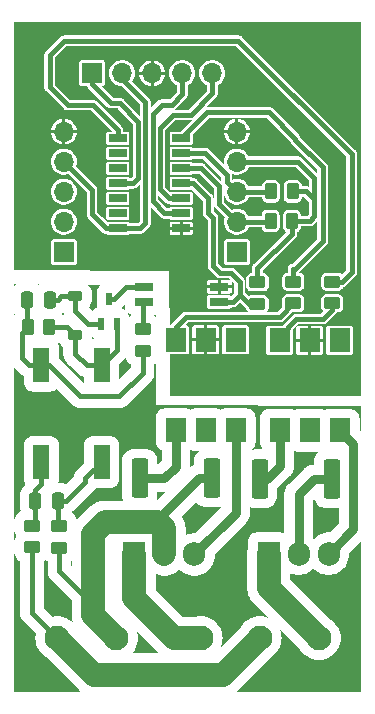
<source format=gbr>
%TF.GenerationSoftware,KiCad,Pcbnew,7.0.6-1.fc38*%
%TF.CreationDate,2023-08-19T18:40:52-03:00*%
%TF.ProjectId,CeilingFanControl,4365696c-696e-4674-9661-6e436f6e7472,rev?*%
%TF.SameCoordinates,Original*%
%TF.FileFunction,Copper,L2,Bot*%
%TF.FilePolarity,Positive*%
%FSLAX46Y46*%
G04 Gerber Fmt 4.6, Leading zero omitted, Abs format (unit mm)*
G04 Created by KiCad (PCBNEW 7.0.6-1.fc38) date 2023-08-19 18:40:52*
%MOMM*%
%LPD*%
G01*
G04 APERTURE LIST*
G04 Aperture macros list*
%AMRoundRect*
0 Rectangle with rounded corners*
0 $1 Rounding radius*
0 $2 $3 $4 $5 $6 $7 $8 $9 X,Y pos of 4 corners*
0 Add a 4 corners polygon primitive as box body*
4,1,4,$2,$3,$4,$5,$6,$7,$8,$9,$2,$3,0*
0 Add four circle primitives for the rounded corners*
1,1,$1+$1,$2,$3*
1,1,$1+$1,$4,$5*
1,1,$1+$1,$6,$7*
1,1,$1+$1,$8,$9*
0 Add four rect primitives between the rounded corners*
20,1,$1+$1,$2,$3,$4,$5,0*
20,1,$1+$1,$4,$5,$6,$7,0*
20,1,$1+$1,$6,$7,$8,$9,0*
20,1,$1+$1,$8,$9,$2,$3,0*%
G04 Aperture macros list end*
%TA.AperFunction,ComponentPad*%
%ADD10R,1.700000X1.700000*%
%TD*%
%TA.AperFunction,ComponentPad*%
%ADD11O,1.700000X1.700000*%
%TD*%
%TA.AperFunction,ComponentPad*%
%ADD12C,2.100000*%
%TD*%
%TA.AperFunction,ComponentPad*%
%ADD13O,1.905000X2.000000*%
%TD*%
%TA.AperFunction,ComponentPad*%
%ADD14R,1.905000X2.000000*%
%TD*%
%TA.AperFunction,SMDPad,CuDef*%
%ADD15R,1.350000X2.850000*%
%TD*%
%TA.AperFunction,SMDPad,CuDef*%
%ADD16RoundRect,0.250000X-0.250000X-0.475000X0.250000X-0.475000X0.250000X0.475000X-0.250000X0.475000X0*%
%TD*%
%TA.AperFunction,SMDPad,CuDef*%
%ADD17R,1.650000X0.650000*%
%TD*%
%TA.AperFunction,SMDPad,CuDef*%
%ADD18R,1.780000X2.000000*%
%TD*%
%TA.AperFunction,SMDPad,CuDef*%
%ADD19RoundRect,0.250000X0.450000X-0.262500X0.450000X0.262500X-0.450000X0.262500X-0.450000X-0.262500X0*%
%TD*%
%TA.AperFunction,SMDPad,CuDef*%
%ADD20RoundRect,0.250000X-0.450000X0.262500X-0.450000X-0.262500X0.450000X-0.262500X0.450000X0.262500X0*%
%TD*%
%TA.AperFunction,SMDPad,CuDef*%
%ADD21R,1.500000X0.650000*%
%TD*%
%TA.AperFunction,SMDPad,CuDef*%
%ADD22RoundRect,0.249999X0.450001X1.425001X-0.450001X1.425001X-0.450001X-1.425001X0.450001X-1.425001X0*%
%TD*%
%TA.AperFunction,SMDPad,CuDef*%
%ADD23RoundRect,0.250000X0.262500X0.450000X-0.262500X0.450000X-0.262500X-0.450000X0.262500X-0.450000X0*%
%TD*%
%TA.AperFunction,SMDPad,CuDef*%
%ADD24RoundRect,0.225000X0.375000X-0.225000X0.375000X0.225000X-0.375000X0.225000X-0.375000X-0.225000X0*%
%TD*%
%TA.AperFunction,SMDPad,CuDef*%
%ADD25R,0.500000X1.050000*%
%TD*%
%TA.AperFunction,Conductor*%
%ADD26C,0.400000*%
%TD*%
%TA.AperFunction,Conductor*%
%ADD27C,2.000000*%
%TD*%
%TA.AperFunction,Conductor*%
%ADD28C,0.800000*%
%TD*%
G04 APERTURE END LIST*
D10*
%TO.P,J2,1,Pin_1*%
%TO.N,/VPP*%
X21870000Y-19330000D03*
D11*
%TO.P,J2,2,Pin_2*%
%TO.N,+3V3*%
X24410000Y-19330000D03*
%TO.P,J2,3,Pin_3*%
%TO.N,GND*%
X26950000Y-19330000D03*
%TO.P,J2,4,Pin_4*%
%TO.N,/ICSPDAT*%
X29490000Y-19330000D03*
%TO.P,J2,5,Pin_5*%
%TO.N,/ICSPCLK*%
X32030000Y-19330000D03*
%TD*%
D12*
%TO.P,J1,1,Pin_1*%
%TO.N,NEUT*%
X18900000Y-67150000D03*
%TO.P,J1,2,Pin_2*%
%TO.N,LINE*%
X23900000Y-67150000D03*
%TD*%
D10*
%TO.P,J3,1,Pin_1*%
%TO.N,+5V*%
X19450000Y-34450000D03*
D11*
%TO.P,J3,2,Pin_2*%
%TO.N,/SCL*%
X19450000Y-31910000D03*
%TO.P,J3,3,Pin_3*%
%TO.N,/SDA*%
X19450000Y-29370000D03*
%TO.P,J3,4,Pin_4*%
%TO.N,+3V3*%
X19450000Y-26830000D03*
%TO.P,J3,5,Pin_5*%
%TO.N,GND*%
X19450000Y-24290000D03*
%TD*%
D13*
%TO.P,Q3,3,G*%
%TO.N,Net-(Q3-G)*%
X41870000Y-60010000D03*
%TO.P,Q3,2,A2*%
%TO.N,LINE*%
X39330000Y-60010000D03*
D14*
%TO.P,Q3,1,A1*%
%TO.N,/FAN_DIR-2_POWER*%
X36790000Y-60010000D03*
%TD*%
D10*
%TO.P,J5,1,Pin_1*%
%TO.N,+5V*%
X34100000Y-34450000D03*
D11*
%TO.P,J5,2,Pin_2*%
%TO.N,/SCL*%
X34100000Y-31910000D03*
%TO.P,J5,3,Pin_3*%
%TO.N,/SDA*%
X34100000Y-29370000D03*
%TO.P,J5,4,Pin_4*%
%TO.N,+3V3*%
X34100000Y-26830000D03*
%TO.P,J5,5,Pin_5*%
%TO.N,GND*%
X34100000Y-24290000D03*
%TD*%
D12*
%TO.P,J4,3,Pin_3*%
%TO.N,/FAN_DIR-2_POWER*%
X41050000Y-67150000D03*
%TO.P,J4,2,Pin_2*%
%TO.N,NEUT*%
X36050000Y-67150000D03*
%TO.P,J4,1,Pin_1*%
%TO.N,/FAN_DIR-1_POWER*%
X31050000Y-67150000D03*
%TD*%
D13*
%TO.P,Q2,3,G*%
%TO.N,Net-(Q2-G)*%
X30500000Y-60070000D03*
%TO.P,Q2,2,A2*%
%TO.N,LINE*%
X27960000Y-60070000D03*
D14*
%TO.P,Q2,1,A1*%
%TO.N,/FAN_DIR-1_POWER*%
X25420000Y-60070000D03*
%TD*%
D15*
%TO.P,BR1,1,~_1*%
%TO.N,Net-(BR1-~_1)*%
X22660000Y-52260000D03*
%TO.P,BR1,2,~_2*%
%TO.N,Net-(BR1-~_2)*%
X17560000Y-52260000D03*
%TO.P,BR1,3,+*%
%TO.N,Net-(BR1-+)*%
X17560000Y-44060000D03*
%TO.P,BR1,4,-*%
%TO.N,Net-(BR1--)*%
X22660000Y-44060000D03*
%TD*%
D16*
%TO.P,C2,1*%
%TO.N,Net-(BR1-+)*%
X16350000Y-38500000D03*
%TO.P,C2,2*%
%TO.N,Net-(D1-A)*%
X18250000Y-38500000D03*
%TD*%
%TO.P,C1,1*%
%TO.N,Net-(BR1-~_2)*%
X17050000Y-55570000D03*
%TO.P,C1,2*%
%TO.N,Net-(BR1-~_1)*%
X18950000Y-55570000D03*
%TD*%
D17*
%TO.P,Q4,1,A*%
%TO.N,Net-(Q4-A)*%
X26220000Y-38690000D03*
%TO.P,Q4,2,K*%
%TO.N,Net-(Q1-C)*%
X26220000Y-37420000D03*
%TO.P,Q4,3,E*%
%TO.N,GND*%
X32620000Y-37420000D03*
%TO.P,Q4,4,C*%
%TO.N,/ZCD*%
X32620000Y-38690000D03*
%TD*%
D18*
%TO.P,U2,1*%
%TO.N,Net-(R8-Pad2)*%
X28930000Y-41900000D03*
%TO.P,U2,2*%
%TO.N,GND*%
X31470000Y-41900000D03*
%TO.P,U2,3,NC*%
%TO.N,unconnected-(U2-NC-Pad3)*%
X34010000Y-41900000D03*
%TO.P,U2,4*%
%TO.N,Net-(Q2-G)*%
X34010000Y-49520000D03*
%TO.P,U2,5,NC*%
%TO.N,unconnected-(U2-NC-Pad5)*%
X31470000Y-49520000D03*
%TO.P,U2,6*%
%TO.N,Net-(R10-Pad2)*%
X28930000Y-49520000D03*
%TD*%
D19*
%TO.P,R1,1*%
%TO.N,LINE*%
X19090000Y-59505000D03*
%TO.P,R1,2*%
%TO.N,Net-(BR1-~_1)*%
X19090000Y-57680000D03*
%TD*%
D20*
%TO.P,R4,1*%
%TO.N,Net-(Q4-A)*%
X26120000Y-41010000D03*
%TO.P,R4,2*%
%TO.N,Net-(BR1-+)*%
X26120000Y-42835000D03*
%TD*%
D21*
%TO.P,IC1,1,VDD*%
%TO.N,+3V3*%
X24010000Y-32470000D03*
%TO.P,IC1,2,RA5*%
%TO.N,unconnected-(IC1-RA5-Pad2)*%
X24010000Y-31200000D03*
%TO.P,IC1,3,RA4*%
%TO.N,unconnected-(IC1-RA4-Pad3)*%
X24010000Y-29930000D03*
%TO.P,IC1,4,VPP/~{MCLR}/RA3*%
%TO.N,/VPP*%
X24010000Y-28660000D03*
%TO.P,IC1,5,RC5*%
%TO.N,unconnected-(IC1-RC5-Pad5)*%
X24010000Y-27390000D03*
%TO.P,IC1,6,RC4*%
%TO.N,unconnected-(IC1-RC4-Pad6)*%
X24010000Y-26120000D03*
%TO.P,IC1,7,RC3*%
%TO.N,/FAN_DIR-2_SIG*%
X24010000Y-24850000D03*
%TO.P,IC1,8,RC2*%
%TO.N,/FAN_DIR-1_SIG*%
X29410000Y-24850000D03*
%TO.P,IC1,9,RC1*%
%TO.N,/SDA*%
X29410000Y-26120000D03*
%TO.P,IC1,10,RC0*%
%TO.N,/SCL*%
X29410000Y-27390000D03*
%TO.P,IC1,11,RA2*%
%TO.N,/ZCD*%
X29410000Y-28660000D03*
%TO.P,IC1,12,RA1/ICSPCLK*%
%TO.N,/ICSPCLK*%
X29410000Y-29930000D03*
%TO.P,IC1,13,RA0/ICSPDAT*%
%TO.N,/ICSPDAT*%
X29410000Y-31200000D03*
%TO.P,IC1,14,VSS*%
%TO.N,GND*%
X29410000Y-32470000D03*
%TD*%
D22*
%TO.P,R10,1*%
%TO.N,LINE*%
X31980000Y-53610000D03*
%TO.P,R10,2*%
%TO.N,Net-(R10-Pad2)*%
X25880000Y-53610000D03*
%TD*%
D20*
%TO.P,R5,1*%
%TO.N,+3V3*%
X35850000Y-37037500D03*
%TO.P,R5,2*%
%TO.N,/ZCD*%
X35850000Y-38862500D03*
%TD*%
D23*
%TO.P,R3,1*%
%TO.N,Net-(BR1--)*%
X18220000Y-40820000D03*
%TO.P,R3,2*%
%TO.N,Net-(BR1-+)*%
X16395000Y-40820000D03*
%TD*%
%TO.P,R7,1*%
%TO.N,+3V3*%
X38825000Y-29340000D03*
%TO.P,R7,2*%
%TO.N,/SDA*%
X37000000Y-29340000D03*
%TD*%
D20*
%TO.P,R9,1*%
%TO.N,/FAN_DIR-2_SIG*%
X42170000Y-36987500D03*
%TO.P,R9,2*%
%TO.N,Net-(R9-Pad2)*%
X42170000Y-38812500D03*
%TD*%
D24*
%TO.P,D1,1,K*%
%TO.N,Net-(BR1--)*%
X20420000Y-41510000D03*
%TO.P,D1,2,A*%
%TO.N,Net-(D1-A)*%
X20420000Y-38210000D03*
%TD*%
D22*
%TO.P,R11,1*%
%TO.N,LINE*%
X42130000Y-53670000D03*
%TO.P,R11,2*%
%TO.N,Net-(R11-Pad2)*%
X36030000Y-53670000D03*
%TD*%
D18*
%TO.P,U3,1*%
%TO.N,Net-(R9-Pad2)*%
X37730000Y-41960000D03*
%TO.P,U3,2*%
%TO.N,GND*%
X40270000Y-41960000D03*
%TO.P,U3,3,NC*%
%TO.N,unconnected-(U3-NC-Pad3)*%
X42810000Y-41960000D03*
%TO.P,U3,4*%
%TO.N,Net-(Q3-G)*%
X42810000Y-49580000D03*
%TO.P,U3,5,NC*%
%TO.N,unconnected-(U3-NC-Pad5)*%
X40270000Y-49580000D03*
%TO.P,U3,6*%
%TO.N,Net-(R11-Pad2)*%
X37730000Y-49580000D03*
%TD*%
D19*
%TO.P,R2,1*%
%TO.N,NEUT*%
X16730000Y-59465000D03*
%TO.P,R2,2*%
%TO.N,Net-(BR1-~_2)*%
X16730000Y-57640000D03*
%TD*%
D25*
%TO.P,Q1,1,B*%
%TO.N,Net-(BR1--)*%
X23940000Y-40550000D03*
%TO.P,Q1,2,E*%
%TO.N,Net-(D1-A)*%
X22640000Y-40550000D03*
%TO.P,Q1,3,C*%
%TO.N,Net-(Q1-C)*%
X23290000Y-38450000D03*
%TD*%
D23*
%TO.P,R6,1*%
%TO.N,+3V3*%
X38782500Y-31850000D03*
%TO.P,R6,2*%
%TO.N,/SCL*%
X36957500Y-31850000D03*
%TD*%
D20*
%TO.P,R8,1*%
%TO.N,/FAN_DIR-1_SIG*%
X38870000Y-36997500D03*
%TO.P,R8,2*%
%TO.N,Net-(R8-Pad2)*%
X38870000Y-38822500D03*
%TD*%
D26*
%TO.N,Net-(BR1-~_1)*%
X19680000Y-55570000D02*
X21290000Y-53960000D01*
X18950000Y-55570000D02*
X19680000Y-55570000D01*
X21290000Y-53630000D02*
X22660000Y-52260000D01*
X21290000Y-53960000D02*
X21290000Y-53630000D01*
%TO.N,Net-(BR1-~_2)*%
X17050000Y-55570000D02*
X17050000Y-54660000D01*
X17050000Y-54660000D02*
X17560000Y-54150000D01*
X17560000Y-54150000D02*
X17560000Y-52260000D01*
%TO.N,Net-(BR1-~_1)*%
X18950000Y-55570000D02*
X18950000Y-57080000D01*
X18950000Y-57080000D02*
X19090000Y-57220000D01*
%TO.N,Net-(BR1-~_2)*%
X17050000Y-55570000D02*
X17050000Y-57320000D01*
X17050000Y-57320000D02*
X16730000Y-57640000D01*
%TO.N,Net-(BR1-~_1)*%
X19090000Y-57680000D02*
X19090000Y-57220000D01*
D27*
%TO.N,LINE*%
X21920000Y-62370000D02*
X21920000Y-64330000D01*
X21920000Y-64330000D02*
X21920000Y-65170000D01*
D26*
X19090000Y-59505000D02*
X19090000Y-61500000D01*
X19090000Y-61500000D02*
X21920000Y-64330000D01*
%TO.N,NEUT*%
X16750000Y-65000000D02*
X16750000Y-59485000D01*
X16750000Y-59485000D02*
X16730000Y-59465000D01*
%TO.N,/ZCD*%
X34385000Y-38105000D02*
X34350000Y-38070000D01*
X34350000Y-38070000D02*
X34350000Y-36990000D01*
X31680000Y-31160000D02*
X31680000Y-29940000D01*
X34350000Y-36990000D02*
X33620000Y-36260000D01*
X33620000Y-36260000D02*
X32720000Y-36260000D01*
X32720000Y-36260000D02*
X32100000Y-35640000D01*
X32100000Y-35640000D02*
X32100000Y-31580000D01*
X32100000Y-31580000D02*
X31680000Y-31160000D01*
X31680000Y-29940000D02*
X30400000Y-28660000D01*
X30400000Y-28660000D02*
X29410000Y-28660000D01*
%TO.N,/SCL*%
X29410000Y-27390000D02*
X31080000Y-27390000D01*
X31080000Y-27390000D02*
X32600000Y-28910000D01*
X32600000Y-28910000D02*
X32600000Y-30410000D01*
X32600000Y-30410000D02*
X34100000Y-31910000D01*
%TO.N,/SDA*%
X29410000Y-26120000D02*
X31430000Y-26120000D01*
X31430000Y-26120000D02*
X33250000Y-27940000D01*
X33250000Y-27940000D02*
X33250000Y-28520000D01*
X33250000Y-28520000D02*
X34100000Y-29370000D01*
%TO.N,Net-(BR1-+)*%
X16350000Y-40775000D02*
X16395000Y-40820000D01*
X24150000Y-46670000D02*
X26120000Y-44700000D01*
X16350000Y-38500000D02*
X16350000Y-40775000D01*
X15900000Y-41315000D02*
X16395000Y-40820000D01*
X17560000Y-44060000D02*
X18240000Y-44060000D01*
X20850000Y-46670000D02*
X24150000Y-46670000D01*
X18240000Y-44060000D02*
X20850000Y-46670000D01*
X15900000Y-43480000D02*
X15900000Y-41315000D01*
X26120000Y-44700000D02*
X26120000Y-42835000D01*
X17560000Y-44060000D02*
X16480000Y-44060000D01*
X16480000Y-44060000D02*
X15900000Y-43480000D01*
%TO.N,Net-(BR1--)*%
X18220000Y-40820000D02*
X19730000Y-40820000D01*
X19730000Y-40820000D02*
X20420000Y-41510000D01*
X22660000Y-44060000D02*
X23940000Y-42780000D01*
X20420000Y-41510000D02*
X20420000Y-43100000D01*
X23940000Y-42780000D02*
X23940000Y-40550000D01*
X20420000Y-43100000D02*
X21380000Y-44060000D01*
X21380000Y-44060000D02*
X22660000Y-44060000D01*
%TO.N,Net-(D1-A)*%
X19260000Y-38210000D02*
X20420000Y-38210000D01*
X20420000Y-39430000D02*
X20420000Y-38210000D01*
X18970000Y-38500000D02*
X19260000Y-38210000D01*
X18250000Y-38500000D02*
X18970000Y-38500000D01*
X22640000Y-40550000D02*
X21540000Y-40550000D01*
X21540000Y-40550000D02*
X20420000Y-39430000D01*
%TO.N,+3V3*%
X35850000Y-37037500D02*
X35850000Y-35840000D01*
X40670000Y-31440000D02*
X40260000Y-31850000D01*
X19450000Y-26830000D02*
X21850000Y-29230000D01*
X40670000Y-30020000D02*
X40670000Y-31440000D01*
X34100000Y-26830000D02*
X39290000Y-26830000D01*
X24410000Y-19850000D02*
X26370000Y-21810000D01*
X38782500Y-32907500D02*
X38782500Y-31850000D01*
X38825000Y-29340000D02*
X39990000Y-29340000D01*
X26370000Y-32020000D02*
X25920000Y-32470000D01*
X21850000Y-29230000D02*
X21850000Y-31290000D01*
X40670000Y-28210000D02*
X40670000Y-30020000D01*
X24410000Y-19330000D02*
X24410000Y-19850000D01*
X39290000Y-26830000D02*
X40670000Y-28210000D01*
X40260000Y-31850000D02*
X38782500Y-31850000D01*
X21850000Y-31290000D02*
X23030000Y-32470000D01*
X26370000Y-21810000D02*
X26370000Y-32020000D01*
X39990000Y-29340000D02*
X40670000Y-30020000D01*
X23030000Y-32470000D02*
X24010000Y-32470000D01*
X25920000Y-32470000D02*
X24010000Y-32470000D01*
X35850000Y-35840000D02*
X38782500Y-32907500D01*
%TO.N,/VPP*%
X21870000Y-20290000D02*
X21870000Y-19330000D01*
X24200000Y-21870000D02*
X23450000Y-21870000D01*
X25300000Y-28660000D02*
X25770000Y-28190000D01*
X24010000Y-28660000D02*
X25300000Y-28660000D01*
X25770000Y-28190000D02*
X25770000Y-23440000D01*
X23450000Y-21870000D02*
X21870000Y-20290000D01*
X25770000Y-23440000D02*
X24200000Y-21870000D01*
%TO.N,/FAN_DIR-2_SIG*%
X18260000Y-17810000D02*
X18260000Y-20510000D01*
X19770000Y-22020000D02*
X21900000Y-22020000D01*
X34240000Y-16590000D02*
X19480000Y-16590000D01*
X43830000Y-26180000D02*
X34240000Y-16590000D01*
X19480000Y-16590000D02*
X18260000Y-17810000D01*
X43830000Y-36190000D02*
X43830000Y-26180000D01*
X42170000Y-36987500D02*
X43032500Y-36987500D01*
X18260000Y-20510000D02*
X19770000Y-22020000D01*
X24010000Y-24130000D02*
X24010000Y-24850000D01*
X21900000Y-22020000D02*
X24010000Y-24130000D01*
X43032500Y-36987500D02*
X43830000Y-36190000D01*
%TO.N,/FAN_DIR-1_SIG*%
X41360000Y-27280000D02*
X41360000Y-33560000D01*
X36820000Y-22640000D02*
X39060000Y-24880000D01*
X29410000Y-24850000D02*
X31620000Y-22640000D01*
X41360000Y-33560000D02*
X38870000Y-36050000D01*
X31620000Y-22640000D02*
X36820000Y-22640000D01*
X38870000Y-36050000D02*
X38870000Y-35920000D01*
X38870000Y-36997500D02*
X38870000Y-36050000D01*
X39060000Y-24880000D02*
X39060000Y-24980000D01*
X39060000Y-24980000D02*
X41360000Y-27280000D01*
%TO.N,/SDA*%
X34100000Y-29370000D02*
X36970000Y-29370000D01*
X36970000Y-29370000D02*
X37000000Y-29340000D01*
%TO.N,/SCL*%
X34100000Y-31910000D02*
X36897500Y-31910000D01*
X36897500Y-31910000D02*
X36957500Y-31850000D01*
%TO.N,/ZCD*%
X35142500Y-38862500D02*
X34385000Y-38105000D01*
X33800000Y-38690000D02*
X34385000Y-38105000D01*
X35850000Y-38862500D02*
X35142500Y-38862500D01*
X32620000Y-38690000D02*
X33800000Y-38690000D01*
%TO.N,/ICSPCLK*%
X28700000Y-22860000D02*
X27570000Y-23990000D01*
X27570000Y-23990000D02*
X27570000Y-29170000D01*
X32030000Y-19330000D02*
X32030000Y-21040000D01*
X27570000Y-29170000D02*
X28330000Y-29930000D01*
X32030000Y-21040000D02*
X30210000Y-22860000D01*
X30210000Y-22860000D02*
X28700000Y-22860000D01*
X28330000Y-29930000D02*
X29410000Y-29930000D01*
%TO.N,/ICSPDAT*%
X26970000Y-30190000D02*
X26970000Y-22770000D01*
X26970000Y-22770000D02*
X27740000Y-22000000D01*
X27980000Y-31200000D02*
X26970000Y-30190000D01*
X28600000Y-22000000D02*
X29490000Y-21110000D01*
X27740000Y-22000000D02*
X28600000Y-22000000D01*
X29490000Y-21110000D02*
X29490000Y-19330000D01*
X29410000Y-31200000D02*
X27980000Y-31200000D01*
D27*
%TO.N,NEUT*%
X32950000Y-70250000D02*
X22000000Y-70250000D01*
X18900000Y-67150000D02*
X22000000Y-70250000D01*
X36050000Y-67150000D02*
X32950000Y-70250000D01*
D26*
X16750000Y-65000000D02*
X18900000Y-67150000D01*
D27*
%TO.N,LINE*%
X21920000Y-65170000D02*
X23900000Y-67150000D01*
X22910000Y-57340000D02*
X27460000Y-57340000D01*
D28*
X27460000Y-57070000D02*
X27460000Y-57340000D01*
X39330000Y-54960000D02*
X39330000Y-60010000D01*
X30920000Y-53610000D02*
X27460000Y-57070000D01*
D27*
X27960000Y-57840000D02*
X27960000Y-60070000D01*
X21920000Y-62370000D02*
X21920000Y-58330000D01*
X27460000Y-57340000D02*
X27960000Y-57840000D01*
D28*
X40620000Y-53670000D02*
X39330000Y-54960000D01*
X42130000Y-53670000D02*
X40620000Y-53670000D01*
X31980000Y-53610000D02*
X30920000Y-53610000D01*
D27*
X21920000Y-58330000D02*
X22910000Y-57340000D01*
%TO.N,/FAN_DIR-1_POWER*%
X25420000Y-60070000D02*
X25420000Y-63800000D01*
X28770000Y-67150000D02*
X31050000Y-67150000D01*
X25420000Y-63800000D02*
X28770000Y-67150000D01*
%TO.N,/FAN_DIR-2_POWER*%
X36790000Y-60010000D02*
X36790000Y-62890000D01*
X36790000Y-62890000D02*
X41050000Y-67150000D01*
D26*
%TO.N,Net-(Q1-C)*%
X24710000Y-37420000D02*
X26220000Y-37420000D01*
X23290000Y-38450000D02*
X23680000Y-38450000D01*
X23680000Y-38450000D02*
X24710000Y-37420000D01*
D28*
%TO.N,Net-(Q2-G)*%
X30500000Y-60070000D02*
X30720000Y-60070000D01*
X30500000Y-60070000D02*
X30500000Y-59580000D01*
X34010000Y-49520000D02*
X34010000Y-56560000D01*
X34010000Y-56560000D02*
X30500000Y-60070000D01*
%TO.N,Net-(Q3-G)*%
X41870000Y-60010000D02*
X43920000Y-57960000D01*
X43920000Y-57960000D02*
X43920000Y-50690000D01*
X43920000Y-50690000D02*
X42810000Y-49580000D01*
D26*
%TO.N,Net-(Q4-A)*%
X26120000Y-41010000D02*
X26120000Y-38790000D01*
X26120000Y-38790000D02*
X26220000Y-38690000D01*
%TO.N,Net-(R8-Pad2)*%
X28930000Y-40850000D02*
X28930000Y-41900000D01*
X29810000Y-39970000D02*
X28930000Y-40850000D01*
X37722500Y-39970000D02*
X29810000Y-39970000D01*
X38870000Y-38822500D02*
X37722500Y-39970000D01*
%TO.N,Net-(R9-Pad2)*%
X41380000Y-40150000D02*
X39140000Y-40150000D01*
X42170000Y-39360000D02*
X41380000Y-40150000D01*
X38230000Y-41460000D02*
X37730000Y-41960000D01*
X42170000Y-38812500D02*
X42170000Y-39360000D01*
X37730000Y-41960000D02*
X37730000Y-41560000D01*
X37730000Y-41560000D02*
X39140000Y-40150000D01*
D28*
%TO.N,Net-(R10-Pad2)*%
X28930000Y-52660000D02*
X27980000Y-53610000D01*
X28540000Y-49910000D02*
X28930000Y-49520000D01*
X26020000Y-53390000D02*
X25850000Y-53220000D01*
X28930000Y-49520000D02*
X28930000Y-52660000D01*
X27980000Y-53610000D02*
X25880000Y-53610000D01*
%TO.N,Net-(R11-Pad2)*%
X37730000Y-52600000D02*
X37730000Y-49580000D01*
X36660000Y-53670000D02*
X37730000Y-52600000D01*
X36030000Y-53670000D02*
X36660000Y-53670000D01*
%TD*%
%TA.AperFunction,NonConductor*%
G36*
X17312745Y-37203728D02*
G01*
X17320853Y-37207151D01*
X17324167Y-37215305D01*
X17320744Y-37223414D01*
X17319962Y-37224118D01*
X17307294Y-37234514D01*
X17298872Y-37237069D01*
X17292704Y-37234514D01*
X17287258Y-37230045D01*
X17279827Y-37223947D01*
X17275678Y-37216186D01*
X17278233Y-37207763D01*
X17285995Y-37203613D01*
X17287185Y-37203558D01*
X17312745Y-37203728D01*
G37*
%TD.AperFunction*%
%TA.AperFunction,NonConductor*%
G36*
X15428031Y-37191184D02*
G01*
X15436138Y-37194607D01*
X15439452Y-37202761D01*
X15436029Y-37210870D01*
X15435248Y-37211574D01*
X15353590Y-37278590D01*
X15270177Y-37380228D01*
X15262414Y-37384377D01*
X15253991Y-37381822D01*
X15249842Y-37374059D01*
X15249788Y-37372943D01*
X15249986Y-37201561D01*
X15253364Y-37193435D01*
X15261497Y-37190076D01*
X15428031Y-37191184D01*
G37*
%TD.AperFunction*%
%TA.AperFunction,NonConductor*%
G36*
X24591132Y-38970051D02*
G01*
X24594500Y-38978183D01*
X24594500Y-39059954D01*
X24609632Y-39194255D01*
X24646358Y-39299211D01*
X24665613Y-39354239D01*
X24665119Y-39363027D01*
X24658556Y-39368892D01*
X24649768Y-39368398D01*
X24648640Y-39367774D01*
X24539528Y-39299214D01*
X24539525Y-39299212D01*
X24487289Y-39280934D01*
X24369255Y-39239632D01*
X24335494Y-39235827D01*
X24327792Y-39231570D01*
X24325355Y-39223112D01*
X24328649Y-39216270D01*
X24360408Y-39184510D01*
X24360729Y-39184214D01*
X24368068Y-39177913D01*
X24408895Y-39142866D01*
X24432109Y-39112874D01*
X24432585Y-39112335D01*
X24499079Y-39045841D01*
X24574869Y-38970050D01*
X24583000Y-38966683D01*
X24591132Y-38970051D01*
G37*
%TD.AperFunction*%
%TA.AperFunction,NonConductor*%
G36*
X22587576Y-37238835D02*
G01*
X22595684Y-37242258D01*
X22598998Y-37250412D01*
X22595575Y-37258521D01*
X22593616Y-37260072D01*
X22537744Y-37295179D01*
X22537740Y-37295182D01*
X22537738Y-37295184D01*
X22410184Y-37422738D01*
X22410182Y-37422740D01*
X22410179Y-37422744D01*
X22314214Y-37575471D01*
X22314212Y-37575474D01*
X22298266Y-37621046D01*
X22254632Y-37745745D01*
X22239500Y-37880046D01*
X22239500Y-39019954D01*
X22254632Y-39154255D01*
X22254633Y-39154257D01*
X22276945Y-39218024D01*
X22276451Y-39226812D01*
X22269888Y-39232677D01*
X22267378Y-39233250D01*
X22238637Y-39236489D01*
X22210745Y-39239632D01*
X22210742Y-39239632D01*
X22210742Y-39239633D01*
X22040474Y-39299212D01*
X22040471Y-39299214D01*
X21887744Y-39395179D01*
X21887740Y-39395182D01*
X21852053Y-39430868D01*
X21843921Y-39434236D01*
X21835789Y-39430868D01*
X21551265Y-39146344D01*
X21547897Y-39138212D01*
X21550506Y-39130918D01*
X21651798Y-39007494D01*
X21747023Y-38829341D01*
X21805662Y-38636033D01*
X21820500Y-38485380D01*
X21820500Y-37934620D01*
X21805662Y-37783967D01*
X21747023Y-37590659D01*
X21738906Y-37575474D01*
X21651799Y-37412508D01*
X21651798Y-37412506D01*
X21523647Y-37256353D01*
X21518535Y-37252158D01*
X21514386Y-37244396D01*
X21516941Y-37235974D01*
X21524704Y-37231824D01*
X21525893Y-37231769D01*
X22587576Y-37238835D01*
G37*
%TD.AperFunction*%
%TA.AperFunction,NonConductor*%
G36*
X15266822Y-39615769D02*
G01*
X15267570Y-39616594D01*
X15323713Y-39685005D01*
X15326268Y-39693427D01*
X15323713Y-39699595D01*
X15267413Y-39768198D01*
X15259650Y-39772348D01*
X15251228Y-39769793D01*
X15247078Y-39762030D01*
X15247023Y-39760901D01*
X15247182Y-39623875D01*
X15250559Y-39615750D01*
X15258694Y-39612391D01*
X15266822Y-39615769D01*
G37*
%TD.AperFunction*%
%TA.AperFunction,NonConductor*%
G36*
X19414648Y-39516690D02*
G01*
X19420232Y-39523493D01*
X19420547Y-39524803D01*
X19428442Y-39568855D01*
X19428503Y-39569288D01*
X19434925Y-39632436D01*
X19446277Y-39668619D01*
X19446450Y-39669326D01*
X19453141Y-39706651D01*
X19476688Y-39765603D01*
X19476834Y-39766015D01*
X19488928Y-39804557D01*
X19488148Y-39813324D01*
X19481398Y-39818973D01*
X19477955Y-39819500D01*
X19386294Y-39819500D01*
X19378162Y-39816132D01*
X19376152Y-39813421D01*
X19360185Y-39783550D01*
X19283786Y-39690456D01*
X19281231Y-39682034D01*
X19283785Y-39675866D01*
X19377685Y-39561450D01*
X19399087Y-39521409D01*
X19405888Y-39515827D01*
X19414648Y-39516690D01*
G37*
%TD.AperFunction*%
%TA.AperFunction,NonConductor*%
G36*
X24935231Y-39671601D02*
G01*
X24936359Y-39672225D01*
X25045471Y-39740785D01*
X25045474Y-39740787D01*
X25045475Y-39740787D01*
X25045478Y-39740789D01*
X25111799Y-39763995D01*
X25118361Y-39769859D01*
X25119500Y-39774849D01*
X25119500Y-39843706D01*
X25116132Y-39851838D01*
X25113421Y-39853848D01*
X25083550Y-39869814D01*
X25003361Y-39935623D01*
X24994939Y-39938178D01*
X24987176Y-39934028D01*
X24984638Y-39928021D01*
X24975368Y-39845745D01*
X24919386Y-39685757D01*
X24919880Y-39676972D01*
X24926443Y-39671107D01*
X24935231Y-39671601D01*
G37*
%TD.AperFunction*%
%TA.AperFunction,NonConductor*%
G36*
X27268461Y-39788467D02*
G01*
X27274327Y-39795029D01*
X27274972Y-39798805D01*
X27275256Y-39942978D01*
X27271904Y-39951117D01*
X27263779Y-39954501D01*
X27256461Y-39951891D01*
X27156449Y-39869814D01*
X27126579Y-39853848D01*
X27120995Y-39847044D01*
X27120500Y-39843706D01*
X27120500Y-39822335D01*
X27123868Y-39814203D01*
X27130710Y-39810907D01*
X27224255Y-39800368D01*
X27259677Y-39787973D01*
X27268461Y-39788467D01*
G37*
%TD.AperFunction*%
%TA.AperFunction,NonConductor*%
G36*
X21840130Y-41657208D02*
G01*
X21887738Y-41704816D01*
X21887740Y-41704817D01*
X21887741Y-41704818D01*
X21887744Y-41704820D01*
X22040471Y-41800785D01*
X22040474Y-41800787D01*
X22040475Y-41800787D01*
X22040478Y-41800789D01*
X22072933Y-41812145D01*
X22079496Y-41818010D01*
X22079990Y-41826798D01*
X22074125Y-41833361D01*
X22069135Y-41834500D01*
X21940046Y-41834500D01*
X21828391Y-41847079D01*
X21819934Y-41844642D01*
X21815676Y-41836938D01*
X21815659Y-41834524D01*
X21820500Y-41785380D01*
X21820500Y-41665341D01*
X21823868Y-41657209D01*
X21832000Y-41653841D01*
X21840130Y-41657208D01*
G37*
%TD.AperFunction*%
%TA.AperFunction,NonConductor*%
G36*
X24683732Y-43469291D02*
G01*
X24686402Y-43473876D01*
X24694766Y-43501447D01*
X24694769Y-43501457D01*
X24792313Y-43683947D01*
X24792315Y-43683950D01*
X24923590Y-43843910D01*
X25083550Y-43975185D01*
X25113421Y-43991151D01*
X25119004Y-43997953D01*
X25119499Y-44001292D01*
X25119499Y-44280815D01*
X25116131Y-44288947D01*
X24155132Y-45249947D01*
X24147000Y-45253315D01*
X24138868Y-45249947D01*
X24135500Y-45241815D01*
X24135500Y-44004184D01*
X24138867Y-43996053D01*
X24638487Y-43496433D01*
X24662217Y-43473876D01*
X24667474Y-43468879D01*
X24675688Y-43465718D01*
X24683732Y-43469291D01*
G37*
%TD.AperFunction*%
%TA.AperFunction,NonConductor*%
G36*
X19097818Y-42138868D02*
G01*
X19099071Y-42140743D01*
X19176430Y-42285471D01*
X19188202Y-42307494D01*
X19316353Y-42463647D01*
X19415296Y-42544847D01*
X19419445Y-42552609D01*
X19419500Y-42553736D01*
X19419500Y-43087284D01*
X19417242Y-43176362D01*
X19428442Y-43238855D01*
X19428503Y-43239288D01*
X19434925Y-43302436D01*
X19446277Y-43338619D01*
X19446450Y-43339326D01*
X19453141Y-43376651D01*
X19476688Y-43435603D01*
X19476834Y-43436015D01*
X19487147Y-43468879D01*
X19495841Y-43496588D01*
X19507185Y-43517027D01*
X19514242Y-43529741D01*
X19514554Y-43530399D01*
X19528618Y-43565606D01*
X19528620Y-43565610D01*
X19528623Y-43565617D01*
X19528627Y-43565623D01*
X19563551Y-43618615D01*
X19563778Y-43618989D01*
X19584905Y-43657051D01*
X19594591Y-43674502D01*
X19604281Y-43685789D01*
X19619295Y-43703279D01*
X19619726Y-43703849D01*
X19640598Y-43735519D01*
X19663080Y-43758001D01*
X19685487Y-43780408D01*
X19685784Y-43780728D01*
X19699650Y-43796880D01*
X19727134Y-43828895D01*
X19746532Y-43843910D01*
X19757116Y-43852103D01*
X19757663Y-43852585D01*
X19988631Y-44083552D01*
X20663548Y-44758468D01*
X20724941Y-44823053D01*
X20748719Y-44839603D01*
X20777050Y-44859322D01*
X20777397Y-44859584D01*
X20826593Y-44899698D01*
X20847407Y-44910570D01*
X20860198Y-44917252D01*
X20860821Y-44917629D01*
X20890728Y-44938444D01*
X20891951Y-44939295D01*
X20950292Y-44964331D01*
X20950689Y-44964519D01*
X21006951Y-44993909D01*
X21006953Y-44993909D01*
X21006959Y-44993912D01*
X21031936Y-45001058D01*
X21043408Y-45004340D01*
X21044085Y-45004581D01*
X21078942Y-45019540D01*
X21141139Y-45032321D01*
X21141550Y-45032423D01*
X21176165Y-45042328D01*
X21183055Y-45047802D01*
X21184500Y-45053383D01*
X21184500Y-45529953D01*
X21188391Y-45564491D01*
X21185954Y-45572948D01*
X21178250Y-45577206D01*
X21169793Y-45574769D01*
X21168831Y-45573910D01*
X19038868Y-43443947D01*
X19035500Y-43435815D01*
X19035500Y-42590047D01*
X19035500Y-42590046D01*
X19020368Y-42455745D01*
X18960789Y-42285478D01*
X18960787Y-42285475D01*
X18960787Y-42285474D01*
X18960785Y-42285471D01*
X18929732Y-42236051D01*
X18928257Y-42227374D01*
X18933351Y-42220196D01*
X18934048Y-42219791D01*
X19068950Y-42147685D01*
X19081634Y-42137274D01*
X19090055Y-42134719D01*
X19097818Y-42138868D01*
G37*
%TD.AperFunction*%
%TA.AperFunction,NonConductor*%
G36*
X30206114Y-51230480D02*
G01*
X30230475Y-51245787D01*
X30230478Y-51245789D01*
X30400745Y-51305368D01*
X30535046Y-51320500D01*
X30895342Y-51320500D01*
X30903474Y-51323868D01*
X30906842Y-51332000D01*
X30903474Y-51340132D01*
X30902638Y-51340890D01*
X30783590Y-51438590D01*
X30652313Y-51598551D01*
X30554769Y-51781041D01*
X30554766Y-51781051D01*
X30494701Y-51979060D01*
X30494700Y-51979062D01*
X30494700Y-51979065D01*
X30479500Y-52133391D01*
X30479500Y-52133392D01*
X30479500Y-52133397D01*
X30479500Y-52481125D01*
X30476132Y-52489257D01*
X30473126Y-52491419D01*
X30463161Y-52496382D01*
X30459842Y-52498034D01*
X30459109Y-52498338D01*
X30433019Y-52507083D01*
X30433018Y-52507083D01*
X30360152Y-52547667D01*
X30359917Y-52547791D01*
X30285309Y-52584942D01*
X30285306Y-52584944D01*
X30263362Y-52601516D01*
X30262694Y-52601952D01*
X30238654Y-52615342D01*
X30238641Y-52615351D01*
X30174492Y-52668620D01*
X30174283Y-52668785D01*
X30151018Y-52686354D01*
X30142499Y-52688567D01*
X30134911Y-52684107D01*
X30132600Y-52677708D01*
X30132491Y-52675352D01*
X30130506Y-52632401D01*
X30130500Y-52632136D01*
X30130500Y-51267602D01*
X30133868Y-51259470D01*
X30138198Y-51256749D01*
X30169522Y-51245789D01*
X30193882Y-51230481D01*
X30202558Y-51229007D01*
X30206114Y-51230480D01*
G37*
%TD.AperFunction*%
%TA.AperFunction,NonConductor*%
G36*
X27952403Y-54810506D02*
G01*
X27966418Y-54811153D01*
X27992648Y-54812366D01*
X28000616Y-54816106D01*
X28003605Y-54824385D01*
X28000249Y-54831986D01*
X27296105Y-55536132D01*
X27287973Y-55539500D01*
X27270676Y-55539500D01*
X27262544Y-55536132D01*
X27259176Y-55528000D01*
X27260534Y-55522579D01*
X27305230Y-55438958D01*
X27305232Y-55438955D01*
X27365300Y-55240935D01*
X27380500Y-55086609D01*
X27380500Y-54822000D01*
X27383868Y-54813868D01*
X27392000Y-54810500D01*
X27952138Y-54810500D01*
X27952403Y-54810506D01*
G37*
%TD.AperFunction*%
%TA.AperFunction,NonConductor*%
G36*
X27280418Y-43888323D02*
G01*
X27283028Y-43895596D01*
X27289999Y-47439999D01*
X27290000Y-47440000D01*
X44638029Y-47479972D01*
X44646150Y-47483358D01*
X44649500Y-47491471D01*
X44649500Y-49693972D01*
X44646132Y-49702104D01*
X44638000Y-49705472D01*
X44629868Y-49702104D01*
X44503868Y-49576104D01*
X44500500Y-49567972D01*
X44500500Y-48535047D01*
X44500500Y-48535046D01*
X44485368Y-48400745D01*
X44425789Y-48230478D01*
X44425787Y-48230475D01*
X44425787Y-48230474D01*
X44425785Y-48230471D01*
X44329820Y-48077744D01*
X44329818Y-48077741D01*
X44329817Y-48077740D01*
X44329816Y-48077738D01*
X44202262Y-47950184D01*
X44202259Y-47950182D01*
X44202255Y-47950179D01*
X44049528Y-47854214D01*
X44049525Y-47854212D01*
X43926006Y-47810991D01*
X43879255Y-47794632D01*
X43744954Y-47779500D01*
X41875046Y-47779500D01*
X41740745Y-47794632D01*
X41740742Y-47794632D01*
X41740742Y-47794633D01*
X41570478Y-47854211D01*
X41546118Y-47869517D01*
X41537441Y-47870991D01*
X41533882Y-47869517D01*
X41509522Y-47854211D01*
X41339255Y-47794632D01*
X41204954Y-47779500D01*
X39335046Y-47779500D01*
X39200745Y-47794632D01*
X39200742Y-47794632D01*
X39200742Y-47794633D01*
X39030478Y-47854211D01*
X39006118Y-47869517D01*
X38997441Y-47870991D01*
X38993882Y-47869517D01*
X38969522Y-47854211D01*
X38799255Y-47794632D01*
X38664954Y-47779500D01*
X36795046Y-47779500D01*
X36660745Y-47794632D01*
X36660742Y-47794632D01*
X36660742Y-47794633D01*
X36490474Y-47854212D01*
X36490471Y-47854214D01*
X36337744Y-47950179D01*
X36337740Y-47950182D01*
X36337738Y-47950184D01*
X36210184Y-48077738D01*
X36210182Y-48077740D01*
X36210179Y-48077744D01*
X36114214Y-48230471D01*
X36114212Y-48230474D01*
X36114211Y-48230478D01*
X36054632Y-48400745D01*
X36039500Y-48535046D01*
X36039500Y-50624954D01*
X36054632Y-50759255D01*
X36054633Y-50759257D01*
X36114212Y-50929525D01*
X36114214Y-50929528D01*
X36210179Y-51082255D01*
X36210182Y-51082259D01*
X36210184Y-51082262D01*
X36262422Y-51134500D01*
X36302790Y-51174868D01*
X36306158Y-51183000D01*
X36302790Y-51191132D01*
X36294658Y-51194500D01*
X35528398Y-51194500D01*
X35459520Y-51201283D01*
X35374065Y-51209700D01*
X35374062Y-51209700D01*
X35374060Y-51209701D01*
X35326427Y-51224150D01*
X35317668Y-51223287D01*
X35312084Y-51216483D01*
X35312947Y-51207724D01*
X35316971Y-51203408D01*
X35362392Y-51174868D01*
X35402262Y-51149816D01*
X35529816Y-51022262D01*
X35625789Y-50869522D01*
X35685368Y-50699255D01*
X35700500Y-50564954D01*
X35700500Y-48475046D01*
X35685368Y-48340745D01*
X35625789Y-48170478D01*
X35625787Y-48170475D01*
X35625787Y-48170474D01*
X35625785Y-48170471D01*
X35529820Y-48017744D01*
X35529818Y-48017741D01*
X35529817Y-48017740D01*
X35529816Y-48017738D01*
X35402262Y-47890184D01*
X35402259Y-47890182D01*
X35402255Y-47890179D01*
X35249528Y-47794214D01*
X35249525Y-47794212D01*
X35207480Y-47779500D01*
X35079255Y-47734632D01*
X34944954Y-47719500D01*
X33075046Y-47719500D01*
X32940745Y-47734632D01*
X32940742Y-47734632D01*
X32940742Y-47734633D01*
X32770478Y-47794211D01*
X32746118Y-47809517D01*
X32737441Y-47810991D01*
X32733882Y-47809517D01*
X32709522Y-47794211D01*
X32539255Y-47734632D01*
X32404954Y-47719500D01*
X30535046Y-47719500D01*
X30400745Y-47734632D01*
X30400742Y-47734632D01*
X30400742Y-47734633D01*
X30230478Y-47794211D01*
X30206118Y-47809517D01*
X30197441Y-47810991D01*
X30193882Y-47809517D01*
X30169522Y-47794211D01*
X29999255Y-47734632D01*
X29864954Y-47719500D01*
X27995046Y-47719500D01*
X27860745Y-47734632D01*
X27860742Y-47734632D01*
X27860742Y-47734633D01*
X27690474Y-47794212D01*
X27690471Y-47794214D01*
X27537744Y-47890179D01*
X27537740Y-47890182D01*
X27537738Y-47890184D01*
X27410184Y-48017738D01*
X27410182Y-48017740D01*
X27410179Y-48017744D01*
X27314214Y-48170471D01*
X27314212Y-48170474D01*
X27293217Y-48230474D01*
X27254632Y-48340745D01*
X27239500Y-48475046D01*
X27239500Y-50564954D01*
X27254632Y-50699255D01*
X27305741Y-50845318D01*
X27314212Y-50869525D01*
X27314214Y-50869528D01*
X27410179Y-51022255D01*
X27410182Y-51022259D01*
X27410184Y-51022262D01*
X27537738Y-51149816D01*
X27537740Y-51149817D01*
X27537741Y-51149818D01*
X27537744Y-51149820D01*
X27690471Y-51245785D01*
X27690474Y-51245787D01*
X27690475Y-51245787D01*
X27690478Y-51245789D01*
X27721799Y-51256748D01*
X27728361Y-51262612D01*
X27729500Y-51267602D01*
X27729500Y-52157972D01*
X27726132Y-52166104D01*
X27486105Y-52406132D01*
X27477973Y-52409500D01*
X27391999Y-52409500D01*
X27383867Y-52406132D01*
X27380499Y-52398000D01*
X27380499Y-52133398D01*
X27380499Y-52133397D01*
X27380499Y-52133392D01*
X27365300Y-51979065D01*
X27305232Y-51781045D01*
X27207685Y-51598549D01*
X27076410Y-51438590D01*
X26916451Y-51307315D01*
X26916449Y-51307314D01*
X26916448Y-51307313D01*
X26733958Y-51209769D01*
X26733948Y-51209766D01*
X26733730Y-51209700D01*
X26536331Y-51149820D01*
X26535939Y-51149701D01*
X26535937Y-51149700D01*
X26535935Y-51149700D01*
X26381609Y-51134500D01*
X26381602Y-51134500D01*
X25378398Y-51134500D01*
X25309520Y-51141283D01*
X25224065Y-51149700D01*
X25224062Y-51149700D01*
X25224060Y-51149701D01*
X25026051Y-51209766D01*
X25026041Y-51209769D01*
X24843551Y-51307313D01*
X24683590Y-51438590D01*
X24552313Y-51598551D01*
X24454769Y-51781041D01*
X24454766Y-51781051D01*
X24394701Y-51979060D01*
X24394700Y-51979062D01*
X24394700Y-51979065D01*
X24379500Y-52133391D01*
X24379500Y-52133392D01*
X24379500Y-52133397D01*
X24379500Y-55086601D01*
X24379501Y-55086608D01*
X24394700Y-55240935D01*
X24394700Y-55240937D01*
X24394701Y-55240939D01*
X24454766Y-55438948D01*
X24454769Y-55438958D01*
X24499466Y-55522579D01*
X24500329Y-55531338D01*
X24494745Y-55538142D01*
X24489324Y-55539500D01*
X22943664Y-55539500D01*
X22842488Y-55535714D01*
X22741881Y-55547049D01*
X22640901Y-55554616D01*
X22608240Y-55562070D01*
X22607604Y-55562178D01*
X22598562Y-55563197D01*
X22574327Y-55565928D01*
X22574322Y-55565929D01*
X22574316Y-55565930D01*
X22478995Y-55591472D01*
X22476536Y-55592131D01*
X22377805Y-55614666D01*
X22377802Y-55614667D01*
X22377799Y-55614668D01*
X22346622Y-55626903D01*
X22346009Y-55627105D01*
X22313668Y-55635771D01*
X22220857Y-55676263D01*
X22126603Y-55713256D01*
X22097601Y-55729999D01*
X22097026Y-55730289D01*
X22066321Y-55743686D01*
X21980575Y-55797564D01*
X21892899Y-55848183D01*
X21866716Y-55869063D01*
X21866190Y-55869436D01*
X21837829Y-55887258D01*
X21761076Y-55953309D01*
X21681920Y-56016433D01*
X21613036Y-56090672D01*
X20670660Y-57033047D01*
X20596433Y-57101920D01*
X20570671Y-57134224D01*
X20562967Y-57138482D01*
X20554510Y-57136045D01*
X20550676Y-57130394D01*
X20515232Y-57013546D01*
X20417685Y-56831050D01*
X20286410Y-56671090D01*
X20133893Y-56545923D01*
X20129745Y-56538161D01*
X20131048Y-56531613D01*
X20175229Y-56448959D01*
X20175232Y-56448954D01*
X20176715Y-56444061D01*
X20181389Y-56437800D01*
X20198649Y-56426425D01*
X20198973Y-56426229D01*
X20254502Y-56395409D01*
X20283282Y-56370700D01*
X20283846Y-56370274D01*
X20315519Y-56349402D01*
X20360409Y-56304510D01*
X20360721Y-56304220D01*
X20408895Y-56262866D01*
X20432109Y-56232874D01*
X20432585Y-56232335D01*
X21988468Y-54676451D01*
X22053053Y-54615059D01*
X22089330Y-54562936D01*
X22089567Y-54562621D01*
X22129698Y-54513407D01*
X22141049Y-54491675D01*
X22147799Y-54486027D01*
X22151242Y-54485500D01*
X23379952Y-54485500D01*
X23379954Y-54485500D01*
X23514255Y-54470368D01*
X23684522Y-54410789D01*
X23837262Y-54314816D01*
X23964816Y-54187262D01*
X24060789Y-54034522D01*
X24120368Y-53864255D01*
X24135500Y-53729954D01*
X24135500Y-50790046D01*
X24120368Y-50655745D01*
X24060789Y-50485478D01*
X24060787Y-50485475D01*
X24060787Y-50485474D01*
X24060785Y-50485471D01*
X23964820Y-50332744D01*
X23964818Y-50332741D01*
X23964817Y-50332740D01*
X23964816Y-50332738D01*
X23837262Y-50205184D01*
X23837259Y-50205182D01*
X23837255Y-50205179D01*
X23684528Y-50109214D01*
X23684525Y-50109212D01*
X23660318Y-50100741D01*
X23514255Y-50049632D01*
X23379954Y-50034500D01*
X21940046Y-50034500D01*
X21805745Y-50049632D01*
X21805742Y-50049632D01*
X21805742Y-50049633D01*
X21635474Y-50109212D01*
X21635471Y-50109214D01*
X21482744Y-50205179D01*
X21482740Y-50205182D01*
X21482738Y-50205184D01*
X21355184Y-50332738D01*
X21355182Y-50332740D01*
X21355179Y-50332744D01*
X21259214Y-50485471D01*
X21259212Y-50485474D01*
X21259211Y-50485478D01*
X21199632Y-50655745D01*
X21187969Y-50759257D01*
X21184500Y-50790047D01*
X21184500Y-52315815D01*
X21181132Y-52323947D01*
X20591532Y-52913547D01*
X20526948Y-52974939D01*
X20490676Y-53027050D01*
X20490413Y-53027399D01*
X20450300Y-53076595D01*
X20432742Y-53110206D01*
X20432365Y-53110828D01*
X20410708Y-53141945D01*
X20410703Y-53141954D01*
X20385667Y-53200292D01*
X20385479Y-53200687D01*
X20356090Y-53256952D01*
X20345659Y-53293404D01*
X20345415Y-53294090D01*
X20330461Y-53328939D01*
X20317678Y-53391132D01*
X20317573Y-53391556D01*
X20300112Y-53452579D01*
X20297232Y-53490396D01*
X20297131Y-53491117D01*
X20289500Y-53528260D01*
X20289500Y-53540815D01*
X20286132Y-53548947D01*
X19682552Y-54152526D01*
X19674420Y-54155894D01*
X19668999Y-54154536D01*
X19603957Y-54119769D01*
X19603947Y-54119766D01*
X19577152Y-54111638D01*
X19531392Y-54097756D01*
X19405938Y-54059701D01*
X19405936Y-54059700D01*
X19405934Y-54059700D01*
X19251608Y-54044500D01*
X19251601Y-54044500D01*
X18973505Y-54044500D01*
X18965373Y-54041132D01*
X18962005Y-54033000D01*
X18962649Y-54029205D01*
X19020368Y-53864255D01*
X19035500Y-53729954D01*
X19035500Y-50790046D01*
X19020368Y-50655745D01*
X18960789Y-50485478D01*
X18960787Y-50485475D01*
X18960787Y-50485474D01*
X18960785Y-50485471D01*
X18864820Y-50332744D01*
X18864818Y-50332741D01*
X18864817Y-50332740D01*
X18864816Y-50332738D01*
X18737262Y-50205184D01*
X18737259Y-50205182D01*
X18737255Y-50205179D01*
X18584528Y-50109214D01*
X18584525Y-50109212D01*
X18560318Y-50100742D01*
X18414255Y-50049632D01*
X18279954Y-50034500D01*
X16840046Y-50034500D01*
X16705745Y-50049632D01*
X16705742Y-50049632D01*
X16705742Y-50049633D01*
X16535474Y-50109212D01*
X16535471Y-50109214D01*
X16382744Y-50205179D01*
X16382740Y-50205182D01*
X16382738Y-50205184D01*
X16255184Y-50332738D01*
X16255182Y-50332740D01*
X16255179Y-50332744D01*
X16159214Y-50485471D01*
X16159212Y-50485474D01*
X16159211Y-50485478D01*
X16099632Y-50655745D01*
X16084500Y-50790046D01*
X16084500Y-53729954D01*
X16099632Y-53864255D01*
X16099633Y-53864257D01*
X16159212Y-54034525D01*
X16159214Y-54034528D01*
X16204153Y-54106047D01*
X16205628Y-54114724D01*
X16204609Y-54117489D01*
X16192745Y-54140203D01*
X16192367Y-54140826D01*
X16170708Y-54171945D01*
X16170703Y-54171954D01*
X16145667Y-54230292D01*
X16145479Y-54230687D01*
X16116090Y-54286952D01*
X16113209Y-54297021D01*
X16109449Y-54302746D01*
X16053594Y-54348586D01*
X16053592Y-54348588D01*
X16053590Y-54348590D01*
X16002548Y-54410785D01*
X15922313Y-54508552D01*
X15824769Y-54691042D01*
X15824766Y-54691052D01*
X15764701Y-54889061D01*
X15764700Y-54889063D01*
X15764700Y-54889066D01*
X15763198Y-54904318D01*
X15749499Y-55043398D01*
X15749499Y-56096601D01*
X15754601Y-56148403D01*
X15764700Y-56250934D01*
X15764700Y-56250936D01*
X15764701Y-56250938D01*
X15816996Y-56423335D01*
X15816133Y-56432094D01*
X15811412Y-56436815D01*
X15693552Y-56499813D01*
X15533590Y-56631090D01*
X15402313Y-56791052D01*
X15304769Y-56973542D01*
X15304766Y-56973552D01*
X15249392Y-57156094D01*
X15243808Y-57162898D01*
X15235049Y-57163761D01*
X15228245Y-57158177D01*
X15226888Y-57152748D01*
X15241809Y-44264476D01*
X15245186Y-44256352D01*
X15253321Y-44252993D01*
X15261440Y-44256361D01*
X15763548Y-44758468D01*
X15824941Y-44823053D01*
X15848719Y-44839603D01*
X15877050Y-44859322D01*
X15877397Y-44859584D01*
X15926593Y-44899698D01*
X15947407Y-44910570D01*
X15960198Y-44917252D01*
X15960821Y-44917629D01*
X15990728Y-44938444D01*
X15991951Y-44939295D01*
X16050292Y-44964331D01*
X16050686Y-44964519D01*
X16061338Y-44970082D01*
X16078325Y-44978955D01*
X16083972Y-44985704D01*
X16084500Y-44989147D01*
X16084499Y-45529952D01*
X16089549Y-45574769D01*
X16099632Y-45664255D01*
X16099633Y-45664257D01*
X16159212Y-45834525D01*
X16159214Y-45834528D01*
X16255179Y-45987255D01*
X16255182Y-45987259D01*
X16255184Y-45987262D01*
X16382738Y-46114816D01*
X16382740Y-46114817D01*
X16382741Y-46114818D01*
X16382744Y-46114820D01*
X16535471Y-46210785D01*
X16535474Y-46210787D01*
X16535475Y-46210787D01*
X16535478Y-46210789D01*
X16705745Y-46270368D01*
X16840046Y-46285500D01*
X16840048Y-46285500D01*
X18279952Y-46285500D01*
X18279954Y-46285500D01*
X18414255Y-46270368D01*
X18584522Y-46210789D01*
X18737262Y-46114816D01*
X18800446Y-46051630D01*
X18808578Y-46048263D01*
X18816709Y-46051631D01*
X20133566Y-47368487D01*
X20194941Y-47433053D01*
X20218431Y-47449402D01*
X20247043Y-47469317D01*
X20247390Y-47469579D01*
X20296592Y-47509698D01*
X20330215Y-47527261D01*
X20330822Y-47527628D01*
X20361951Y-47549295D01*
X20390106Y-47561377D01*
X20420290Y-47574330D01*
X20420687Y-47574518D01*
X20476951Y-47603909D01*
X20513411Y-47614340D01*
X20514080Y-47614578D01*
X20548942Y-47629540D01*
X20611149Y-47642322D01*
X20611553Y-47642422D01*
X20672582Y-47659886D01*
X20672578Y-47659886D01*
X20704832Y-47662341D01*
X20710389Y-47662765D01*
X20711111Y-47662866D01*
X20748259Y-47670500D01*
X20811738Y-47670500D01*
X20812174Y-47670517D01*
X20834484Y-47672215D01*
X20875476Y-47675337D01*
X20913094Y-47670546D01*
X20913823Y-47670500D01*
X24137284Y-47670500D01*
X24226362Y-47672757D01*
X24226362Y-47672756D01*
X24226363Y-47672757D01*
X24247141Y-47669032D01*
X24288857Y-47661556D01*
X24289281Y-47661496D01*
X24352438Y-47655074D01*
X24388623Y-47643720D01*
X24389329Y-47643548D01*
X24417110Y-47638568D01*
X24426653Y-47636858D01*
X24426655Y-47636856D01*
X24426659Y-47636856D01*
X24436914Y-47632758D01*
X24485632Y-47613298D01*
X24485998Y-47613168D01*
X24546588Y-47594159D01*
X24579755Y-47575748D01*
X24580399Y-47575444D01*
X24584904Y-47573644D01*
X24615617Y-47561377D01*
X24668632Y-47526436D01*
X24668974Y-47526228D01*
X24724502Y-47495409D01*
X24753282Y-47470700D01*
X24753846Y-47470274D01*
X24785519Y-47449402D01*
X24830409Y-47404510D01*
X24830721Y-47404220D01*
X24878895Y-47362866D01*
X24902108Y-47332875D01*
X24902584Y-47332336D01*
X26818487Y-45416433D01*
X26818487Y-45416432D01*
X26883053Y-45355059D01*
X26919322Y-45302948D01*
X26919572Y-45302617D01*
X26959698Y-45253407D01*
X26977259Y-45219786D01*
X26977629Y-45219176D01*
X26999295Y-45188049D01*
X27024337Y-45129693D01*
X27024516Y-45129317D01*
X27053907Y-45073052D01*
X27053909Y-45073049D01*
X27064343Y-45036581D01*
X27064577Y-45035922D01*
X27079540Y-45001058D01*
X27092322Y-44938852D01*
X27092419Y-44938461D01*
X27109887Y-44877418D01*
X27112766Y-44839600D01*
X27112867Y-44838881D01*
X27120500Y-44801739D01*
X27120500Y-44738264D01*
X27120517Y-44737828D01*
X27122011Y-44718199D01*
X27125337Y-44674523D01*
X27120546Y-44636902D01*
X27120500Y-44636175D01*
X27120500Y-44001292D01*
X27123868Y-43993160D01*
X27126575Y-43991152D01*
X27156450Y-43975185D01*
X27264236Y-43886727D01*
X27272655Y-43884174D01*
X27280418Y-43888323D01*
G37*
%TD.AperFunction*%
%TA.AperFunction,NonConductor*%
G36*
X30641589Y-55602436D02*
G01*
X30643599Y-55605146D01*
X30652315Y-55621451D01*
X30783590Y-55781410D01*
X30943549Y-55912685D01*
X31126045Y-56010232D01*
X31324065Y-56070300D01*
X31478391Y-56085500D01*
X32481608Y-56085499D01*
X32635935Y-56070300D01*
X32794662Y-56022151D01*
X32803421Y-56023014D01*
X32809005Y-56029818D01*
X32809500Y-56033156D01*
X32809500Y-56057972D01*
X32806132Y-56066104D01*
X30606105Y-58266132D01*
X30597973Y-58269500D01*
X30368631Y-58269500D01*
X30108820Y-58308661D01*
X29857762Y-58386103D01*
X29857752Y-58386107D01*
X29776989Y-58424999D01*
X29768202Y-58425493D01*
X29761639Y-58419627D01*
X29760500Y-58414638D01*
X29760500Y-57873674D01*
X29760500Y-57873673D01*
X29764286Y-57772488D01*
X29752950Y-57671881D01*
X29745383Y-57570897D01*
X29737929Y-57538240D01*
X29737822Y-57537616D01*
X29734072Y-57504327D01*
X29722927Y-57462736D01*
X29707868Y-57406536D01*
X29700039Y-57372236D01*
X29685334Y-57307805D01*
X29673090Y-57276608D01*
X29672898Y-57276025D01*
X29664227Y-57243665D01*
X29664226Y-57243664D01*
X29664226Y-57243661D01*
X29623736Y-57150857D01*
X29586745Y-57056607D01*
X29586744Y-57056604D01*
X29586743Y-57056602D01*
X29569995Y-57027594D01*
X29569709Y-57027025D01*
X29567033Y-57020892D01*
X29556314Y-56996323D01*
X29502435Y-56910575D01*
X29451816Y-56822899D01*
X29437392Y-56804812D01*
X29434955Y-56796354D01*
X29438250Y-56789511D01*
X30625326Y-55602435D01*
X30633457Y-55599068D01*
X30641589Y-55602436D01*
G37*
%TD.AperFunction*%
%TA.AperFunction,NonConductor*%
G36*
X40657200Y-55346825D02*
G01*
X40660073Y-55351619D01*
X40704766Y-55498948D01*
X40704769Y-55498958D01*
X40773266Y-55627105D01*
X40802315Y-55681451D01*
X40933590Y-55841410D01*
X41093549Y-55972685D01*
X41093551Y-55972686D01*
X41186092Y-56022151D01*
X41276045Y-56070232D01*
X41474065Y-56130300D01*
X41628391Y-56145500D01*
X42631608Y-56145499D01*
X42706874Y-56138085D01*
X42715294Y-56140640D01*
X42719444Y-56148403D01*
X42719499Y-56149530D01*
X42719500Y-57457972D01*
X42716132Y-57466104D01*
X41976105Y-58206132D01*
X41967973Y-58209500D01*
X41738631Y-58209500D01*
X41478820Y-58248661D01*
X41227762Y-58326103D01*
X41227757Y-58326104D01*
X41057995Y-58407858D01*
X40991043Y-58440101D01*
X40991040Y-58440102D01*
X40991040Y-58440103D01*
X40773953Y-58588110D01*
X40607821Y-58742257D01*
X40599569Y-58745319D01*
X40592178Y-58742257D01*
X40552676Y-58705605D01*
X40534178Y-58688441D01*
X40530508Y-58680441D01*
X40530500Y-58680011D01*
X40530500Y-55462026D01*
X40533867Y-55453895D01*
X40640937Y-55346824D01*
X40649068Y-55343457D01*
X40657200Y-55346825D01*
G37*
%TD.AperFunction*%
%TA.AperFunction,NonConductor*%
G36*
X15245405Y-58115416D02*
G01*
X15248269Y-58120200D01*
X15304766Y-58306447D01*
X15304769Y-58306457D01*
X15379884Y-58446985D01*
X15402315Y-58488950D01*
X15448481Y-58545205D01*
X15451036Y-58553626D01*
X15448481Y-58559794D01*
X15402314Y-58616049D01*
X15304769Y-58798542D01*
X15304766Y-58798552D01*
X15247272Y-58988086D01*
X15241688Y-58994890D01*
X15232929Y-58995753D01*
X15226125Y-58990169D01*
X15224767Y-58984735D01*
X15224790Y-58965047D01*
X15225764Y-58123524D01*
X15229142Y-58115397D01*
X15237277Y-58112038D01*
X15245405Y-58115416D01*
G37*
%TD.AperFunction*%
%TA.AperFunction,NonConductor*%
G36*
X20118142Y-60662664D02*
G01*
X20119500Y-60668085D01*
X20119500Y-61086815D01*
X20116132Y-61094947D01*
X20108000Y-61098315D01*
X20099868Y-61094947D01*
X20093868Y-61088947D01*
X20090500Y-61080815D01*
X20090500Y-60671292D01*
X20093868Y-60663160D01*
X20096575Y-60661152D01*
X20102580Y-60657942D01*
X20111338Y-60657080D01*
X20118142Y-60662664D01*
G37*
%TD.AperFunction*%
%TA.AperFunction,NonConductor*%
G36*
X17893003Y-60513734D02*
G01*
X17893154Y-60513551D01*
X17893587Y-60513906D01*
X17893590Y-60513910D01*
X18053550Y-60645185D01*
X18083422Y-60661151D01*
X18089005Y-60667953D01*
X18089500Y-60671292D01*
X18089500Y-61487284D01*
X18087242Y-61576362D01*
X18098442Y-61638855D01*
X18098503Y-61639288D01*
X18104925Y-61702436D01*
X18116277Y-61738619D01*
X18116450Y-61739326D01*
X18123141Y-61776651D01*
X18146688Y-61835603D01*
X18146834Y-61836015D01*
X18160075Y-61878213D01*
X18165841Y-61896588D01*
X18165842Y-61896589D01*
X18184242Y-61929741D01*
X18184554Y-61930399D01*
X18198618Y-61965606D01*
X18198620Y-61965610D01*
X18198623Y-61965617D01*
X18198627Y-61965623D01*
X18233551Y-62018615D01*
X18233778Y-62018989D01*
X18264591Y-62074502D01*
X18277706Y-62089778D01*
X18289295Y-62103279D01*
X18289726Y-62103849D01*
X18310598Y-62135519D01*
X18322654Y-62147575D01*
X18355487Y-62180409D01*
X18355784Y-62180729D01*
X18369704Y-62196943D01*
X18397134Y-62228895D01*
X18426199Y-62251393D01*
X18427115Y-62252102D01*
X18427662Y-62252584D01*
X20116132Y-63941053D01*
X20119500Y-63949185D01*
X20119500Y-65136325D01*
X20115714Y-65237511D01*
X20127049Y-65338118D01*
X20133969Y-65430466D01*
X20134617Y-65439103D01*
X20140670Y-65465623D01*
X20142070Y-65471757D01*
X20142178Y-65472393D01*
X20145927Y-65505673D01*
X20145929Y-65505680D01*
X20172082Y-65603279D01*
X20172131Y-65603463D01*
X20194666Y-65702195D01*
X20194668Y-65702200D01*
X20206903Y-65733376D01*
X20207105Y-65733989D01*
X20215773Y-65766336D01*
X20215773Y-65766338D01*
X20255269Y-65856864D01*
X20255434Y-65865664D01*
X20249328Y-65872003D01*
X20240528Y-65872168D01*
X20236597Y-65869595D01*
X20223866Y-65856864D01*
X20114915Y-65747913D01*
X19903011Y-65589284D01*
X19773591Y-65518615D01*
X19670702Y-65462433D01*
X19670699Y-65462431D01*
X19670689Y-65462426D01*
X19422678Y-65369923D01*
X19422674Y-65369922D01*
X19422667Y-65369920D01*
X19164032Y-65313658D01*
X19164027Y-65313657D01*
X19164026Y-65313657D01*
X18900000Y-65294773D01*
X18635974Y-65313657D01*
X18635970Y-65313657D01*
X18635967Y-65313658D01*
X18635960Y-65313659D01*
X18512835Y-65340443D01*
X18504174Y-65338880D01*
X18502259Y-65337338D01*
X17753868Y-64588947D01*
X17750500Y-64580815D01*
X17750500Y-60620602D01*
X17753868Y-60612470D01*
X17756573Y-60610463D01*
X17766450Y-60605185D01*
X17878356Y-60513344D01*
X17886779Y-60510790D01*
X17893003Y-60513734D01*
G37*
%TD.AperFunction*%
%TA.AperFunction,NonConductor*%
G36*
X39006114Y-51290480D02*
G01*
X39030475Y-51305787D01*
X39030478Y-51305789D01*
X39200745Y-51365368D01*
X39335046Y-51380500D01*
X41045342Y-51380500D01*
X41053474Y-51383868D01*
X41056842Y-51392000D01*
X41053474Y-51400132D01*
X41052638Y-51400890D01*
X40933590Y-51498590D01*
X40802313Y-51658551D01*
X40704769Y-51841041D01*
X40704766Y-51841051D01*
X40644701Y-52039060D01*
X40644700Y-52039062D01*
X40644700Y-52039065D01*
X40629500Y-52193391D01*
X40629500Y-52193397D01*
X40629500Y-52456612D01*
X40626132Y-52464744D01*
X40618000Y-52468112D01*
X40617469Y-52468100D01*
X40567012Y-52465768D01*
X40564319Y-52465644D01*
X40564318Y-52465644D01*
X40481756Y-52477160D01*
X40481496Y-52477190D01*
X40461311Y-52479060D01*
X40398460Y-52484885D01*
X40371993Y-52492415D01*
X40371213Y-52492580D01*
X40343966Y-52496382D01*
X40343959Y-52496384D01*
X40264928Y-52522872D01*
X40264674Y-52522951D01*
X40184474Y-52545770D01*
X40184473Y-52545770D01*
X40184472Y-52545771D01*
X40168096Y-52553924D01*
X40159839Y-52558036D01*
X40159103Y-52558341D01*
X40133019Y-52567084D01*
X40133018Y-52567084D01*
X40060165Y-52607660D01*
X40059930Y-52607784D01*
X39985309Y-52644942D01*
X39985306Y-52644944D01*
X39963359Y-52661518D01*
X39962692Y-52661953D01*
X39938653Y-52675343D01*
X39938640Y-52675352D01*
X39874493Y-52728619D01*
X39874284Y-52728784D01*
X39807771Y-52779012D01*
X39807766Y-52779017D01*
X39751590Y-52840636D01*
X39751407Y-52840828D01*
X38500828Y-54091407D01*
X38500636Y-54091590D01*
X38439017Y-54147766D01*
X38439012Y-54147771D01*
X38388780Y-54214290D01*
X38388615Y-54214499D01*
X38335347Y-54278647D01*
X38335344Y-54278651D01*
X38321958Y-54302684D01*
X38321523Y-54303352D01*
X38304941Y-54325311D01*
X38267788Y-54399923D01*
X38267664Y-54400158D01*
X38227083Y-54473018D01*
X38227083Y-54473019D01*
X38218338Y-54499109D01*
X38218033Y-54499845D01*
X38211281Y-54513407D01*
X38205770Y-54524475D01*
X38182951Y-54604672D01*
X38182872Y-54604926D01*
X38156384Y-54683959D01*
X38156382Y-54683966D01*
X38152580Y-54711213D01*
X38152415Y-54711993D01*
X38144885Y-54738460D01*
X38144885Y-54738464D01*
X38138210Y-54810500D01*
X38137191Y-54821492D01*
X38137160Y-54821756D01*
X38125644Y-54904318D01*
X38129494Y-54987597D01*
X38129500Y-54987862D01*
X38129500Y-58286952D01*
X38126132Y-58295084D01*
X38118000Y-58298452D01*
X38111882Y-58296689D01*
X38092028Y-58284214D01*
X38092025Y-58284212D01*
X38040355Y-58266132D01*
X37921755Y-58224632D01*
X37787454Y-58209500D01*
X35792546Y-58209500D01*
X35658245Y-58224632D01*
X35658242Y-58224632D01*
X35658242Y-58224633D01*
X35487974Y-58284212D01*
X35487971Y-58284214D01*
X35335244Y-58380179D01*
X35335240Y-58380182D01*
X35335238Y-58380184D01*
X35207684Y-58507738D01*
X35207682Y-58507740D01*
X35207679Y-58507744D01*
X35111714Y-58660471D01*
X35111712Y-58660474D01*
X35072605Y-58772236D01*
X35052132Y-58830745D01*
X35039312Y-58944526D01*
X35037000Y-58965047D01*
X35037000Y-59597719D01*
X35036712Y-59600278D01*
X35004616Y-59740903D01*
X34990189Y-59933434D01*
X34989500Y-59942624D01*
X34989500Y-62856325D01*
X34985714Y-62957512D01*
X34997049Y-63058118D01*
X35004617Y-63159103D01*
X35012070Y-63191757D01*
X35012178Y-63192393D01*
X35015927Y-63225673D01*
X35015929Y-63225680D01*
X35042130Y-63323463D01*
X35042131Y-63323463D01*
X35064666Y-63422195D01*
X35064668Y-63422200D01*
X35076903Y-63453376D01*
X35077105Y-63453989D01*
X35085773Y-63486336D01*
X35085773Y-63486338D01*
X35126263Y-63579142D01*
X35163254Y-63673392D01*
X35163255Y-63673395D01*
X35179999Y-63702397D01*
X35180289Y-63702972D01*
X35193686Y-63733678D01*
X35247564Y-63819424D01*
X35298183Y-63907100D01*
X35319066Y-63933286D01*
X35319429Y-63933797D01*
X35329099Y-63949185D01*
X35337256Y-63962168D01*
X35403315Y-64038931D01*
X35466433Y-64118079D01*
X35540659Y-64186951D01*
X36776042Y-65422334D01*
X36779410Y-65430466D01*
X36776042Y-65438598D01*
X36767910Y-65441966D01*
X36763891Y-65441241D01*
X36695673Y-65415797D01*
X36572678Y-65369923D01*
X36572674Y-65369922D01*
X36572667Y-65369920D01*
X36314032Y-65313658D01*
X36314027Y-65313657D01*
X36314026Y-65313657D01*
X36050000Y-65294773D01*
X35785974Y-65313657D01*
X35785967Y-65313658D01*
X35527332Y-65369920D01*
X35527325Y-65369922D01*
X35279315Y-65462424D01*
X35279297Y-65462433D01*
X35046997Y-65589279D01*
X35046985Y-65589287D01*
X34835087Y-65747911D01*
X34647911Y-65935087D01*
X34489287Y-66146985D01*
X34489282Y-66146991D01*
X34469104Y-66183943D01*
X34467143Y-66186563D01*
X32777664Y-67876042D01*
X32769532Y-67879410D01*
X32761400Y-67876042D01*
X32758032Y-67867910D01*
X32758756Y-67863895D01*
X32830077Y-67672678D01*
X32886343Y-67414026D01*
X32905227Y-67150000D01*
X32886343Y-66885974D01*
X32830077Y-66627322D01*
X32737574Y-66379311D01*
X32610716Y-66146989D01*
X32452087Y-65935085D01*
X32264915Y-65747913D01*
X32053011Y-65589284D01*
X31923591Y-65518615D01*
X31820702Y-65462433D01*
X31820699Y-65462431D01*
X31820689Y-65462426D01*
X31572678Y-65369923D01*
X31572674Y-65369922D01*
X31572667Y-65369920D01*
X31314032Y-65313658D01*
X31314027Y-65313657D01*
X31314026Y-65313657D01*
X31050000Y-65294773D01*
X30785974Y-65313657D01*
X30785967Y-65313658D01*
X30622415Y-65349237D01*
X30619971Y-65349500D01*
X29520555Y-65349500D01*
X29512423Y-65346132D01*
X27223868Y-63057576D01*
X27220500Y-63049444D01*
X27220500Y-62856325D01*
X27220500Y-61730578D01*
X27223867Y-61722449D01*
X27231999Y-61719081D01*
X27236989Y-61720220D01*
X27300354Y-61750736D01*
X27300355Y-61750736D01*
X27300359Y-61750738D01*
X27558228Y-61830280D01*
X27825071Y-61870500D01*
X27825072Y-61870500D01*
X28094928Y-61870500D01*
X28094929Y-61870500D01*
X28361772Y-61830280D01*
X28619641Y-61750738D01*
X28862774Y-61633651D01*
X29085741Y-61481635D01*
X29231500Y-61346389D01*
X29239751Y-61343328D01*
X29247141Y-61346389D01*
X29330028Y-61423296D01*
X29403953Y-61491889D01*
X29403955Y-61491890D01*
X29403958Y-61491893D01*
X29621042Y-61639899D01*
X29808576Y-61730210D01*
X29857757Y-61753895D01*
X29857758Y-61753895D01*
X29857762Y-61753897D01*
X30074339Y-61820702D01*
X30108820Y-61831338D01*
X30108821Y-61831338D01*
X30108827Y-61831340D01*
X30368631Y-61870500D01*
X30631369Y-61870500D01*
X30891173Y-61831340D01*
X31142238Y-61753897D01*
X31378957Y-61639899D01*
X31596042Y-61491893D01*
X31788643Y-61313186D01*
X31952458Y-61107769D01*
X32083827Y-60880231D01*
X32179816Y-60635655D01*
X32238281Y-60379504D01*
X32253000Y-60183088D01*
X32252999Y-60019525D01*
X32256366Y-60011395D01*
X34839212Y-57428550D01*
X34839354Y-57428415D01*
X34900981Y-57372236D01*
X34951229Y-57305694D01*
X34951349Y-57305542D01*
X35004653Y-57241353D01*
X35018048Y-57217301D01*
X35018480Y-57216640D01*
X35019120Y-57215791D01*
X35035058Y-57194689D01*
X35072220Y-57120055D01*
X35072331Y-57119846D01*
X35073889Y-57117047D01*
X35112915Y-57046985D01*
X35121662Y-57020883D01*
X35121957Y-57020170D01*
X35134229Y-56995528D01*
X35157056Y-56915296D01*
X35157114Y-56915109D01*
X35183619Y-56836032D01*
X35187420Y-56808776D01*
X35187585Y-56807999D01*
X35190778Y-56796778D01*
X35195115Y-56781536D01*
X35202810Y-56698478D01*
X35202832Y-56698289D01*
X35214357Y-56615681D01*
X35210506Y-56532379D01*
X35210500Y-56532114D01*
X35210500Y-56096189D01*
X35213868Y-56088057D01*
X35222000Y-56084689D01*
X35225337Y-56085183D01*
X35374065Y-56130300D01*
X35528391Y-56145500D01*
X36531608Y-56145499D01*
X36685935Y-56130300D01*
X36883955Y-56070232D01*
X37066451Y-55972685D01*
X37226410Y-55841410D01*
X37357685Y-55681451D01*
X37455232Y-55498955D01*
X37515300Y-55300935D01*
X37530500Y-55146609D01*
X37530499Y-54502025D01*
X37533866Y-54493895D01*
X38559212Y-53468550D01*
X38559354Y-53468415D01*
X38620981Y-53412236D01*
X38671229Y-53345694D01*
X38671349Y-53345542D01*
X38724653Y-53281353D01*
X38738048Y-53257301D01*
X38738480Y-53256640D01*
X38739120Y-53255791D01*
X38755058Y-53234689D01*
X38792220Y-53160055D01*
X38792331Y-53159846D01*
X38802297Y-53141954D01*
X38832915Y-53086985D01*
X38841662Y-53060883D01*
X38841957Y-53060170D01*
X38854229Y-53035528D01*
X38877056Y-52955296D01*
X38877114Y-52955109D01*
X38903619Y-52876032D01*
X38907420Y-52848776D01*
X38907585Y-52847999D01*
X38915115Y-52821536D01*
X38922810Y-52738478D01*
X38922832Y-52738289D01*
X38934357Y-52655681D01*
X38930506Y-52572379D01*
X38930500Y-52572114D01*
X38930500Y-51327602D01*
X38933868Y-51319470D01*
X38938198Y-51316749D01*
X38969522Y-51305789D01*
X38993882Y-51290481D01*
X39002558Y-51289007D01*
X39006114Y-51290480D01*
G37*
%TD.AperFunction*%
%TA.AperFunction,NonConductor*%
G36*
X25700031Y-66626696D02*
G01*
X25701946Y-66628238D01*
X27473035Y-68399326D01*
X27501661Y-68430178D01*
X27504723Y-68438430D01*
X27501053Y-68446430D01*
X27493231Y-68449500D01*
X25245266Y-68449500D01*
X25237134Y-68446132D01*
X25233766Y-68438000D01*
X25237134Y-68429868D01*
X25237134Y-68429867D01*
X25302087Y-68364915D01*
X25460716Y-68153011D01*
X25587574Y-67920689D01*
X25680077Y-67672678D01*
X25736343Y-67414026D01*
X25755227Y-67150000D01*
X25736343Y-66885974D01*
X25682576Y-66638814D01*
X25684140Y-66630153D01*
X25691370Y-66625133D01*
X25700031Y-66626696D01*
G37*
%TD.AperFunction*%
%TA.AperFunction,NonConductor*%
G36*
X15243300Y-59933477D02*
G01*
X15246164Y-59938261D01*
X15304766Y-60131447D01*
X15304769Y-60131457D01*
X15402313Y-60313947D01*
X15402315Y-60313950D01*
X15533590Y-60473910D01*
X15693550Y-60605185D01*
X15743422Y-60631842D01*
X15749005Y-60638645D01*
X15749500Y-60641983D01*
X15749500Y-64987284D01*
X15747242Y-65076362D01*
X15758442Y-65138855D01*
X15758503Y-65139288D01*
X15764925Y-65202436D01*
X15776277Y-65238619D01*
X15776450Y-65239326D01*
X15783141Y-65276651D01*
X15806688Y-65335603D01*
X15806834Y-65336015D01*
X15820075Y-65378213D01*
X15825841Y-65396588D01*
X15825842Y-65396589D01*
X15844242Y-65429741D01*
X15844554Y-65430399D01*
X15858618Y-65465606D01*
X15858620Y-65465610D01*
X15858623Y-65465617D01*
X15858627Y-65465623D01*
X15893551Y-65518615D01*
X15893778Y-65518989D01*
X15924591Y-65574502D01*
X15937277Y-65589279D01*
X15949295Y-65603279D01*
X15949726Y-65603849D01*
X15970598Y-65635519D01*
X15993041Y-65657962D01*
X16015487Y-65680409D01*
X16015784Y-65680729D01*
X16029704Y-65696943D01*
X16057134Y-65728895D01*
X16081703Y-65747913D01*
X16087116Y-65752103D01*
X16087663Y-65752585D01*
X17087338Y-66752259D01*
X17090706Y-66760391D01*
X17090443Y-66762835D01*
X17063659Y-66885960D01*
X17063658Y-66885967D01*
X17044773Y-67150000D01*
X17063657Y-67414025D01*
X17063658Y-67414032D01*
X17119920Y-67672667D01*
X17119922Y-67672674D01*
X17119923Y-67672678D01*
X17212426Y-67920689D01*
X17339284Y-68153011D01*
X17497913Y-68364915D01*
X17685085Y-68552087D01*
X17896989Y-68710716D01*
X17933939Y-68730892D01*
X17933941Y-68730893D01*
X17936562Y-68732854D01*
X20703048Y-71499340D01*
X20771920Y-71573566D01*
X20851068Y-71636684D01*
X20927828Y-71702741D01*
X20956196Y-71720566D01*
X20956712Y-71720932D01*
X20959818Y-71723409D01*
X20964076Y-71731112D01*
X20961639Y-71739570D01*
X20953936Y-71743828D01*
X20952640Y-71743900D01*
X15221505Y-71740007D01*
X15213376Y-71736633D01*
X15210013Y-71728499D01*
X15210013Y-71728494D01*
X15210022Y-71720932D01*
X15223659Y-59941584D01*
X15227037Y-59933458D01*
X15235172Y-59930099D01*
X15243300Y-59933477D01*
G37*
%TD.AperFunction*%
%TA.AperFunction,NonConductor*%
G36*
X44646132Y-58947894D02*
G01*
X44649500Y-58956026D01*
X44649500Y-71738000D01*
X44646132Y-71746132D01*
X44638000Y-71749500D01*
X33990330Y-71749500D01*
X33982198Y-71746132D01*
X33978830Y-71738000D01*
X33982198Y-71729868D01*
X33983159Y-71729010D01*
X33985242Y-71727347D01*
X33993307Y-71720916D01*
X33993793Y-71720572D01*
X34022172Y-71702741D01*
X34098931Y-71636684D01*
X34178085Y-71573561D01*
X34246951Y-71499340D01*
X37013439Y-68732851D01*
X37016048Y-68730898D01*
X37053011Y-68710716D01*
X37264915Y-68552087D01*
X37452087Y-68364915D01*
X37610716Y-68153011D01*
X37737574Y-67920689D01*
X37830077Y-67672678D01*
X37886343Y-67414026D01*
X37905227Y-67150000D01*
X37886343Y-66885974D01*
X37830077Y-66627322D01*
X37758757Y-66436105D01*
X37759071Y-66427311D01*
X37765513Y-66421313D01*
X37774309Y-66421627D01*
X37777664Y-66423956D01*
X39467144Y-68113436D01*
X39469105Y-68116057D01*
X39489284Y-68153011D01*
X39647913Y-68364915D01*
X39835085Y-68552087D01*
X40046989Y-68710716D01*
X40279311Y-68837574D01*
X40527322Y-68930077D01*
X40785974Y-68986343D01*
X41050000Y-69005227D01*
X41314026Y-68986343D01*
X41572678Y-68930077D01*
X41820689Y-68837574D01*
X42053011Y-68710716D01*
X42264915Y-68552087D01*
X42452087Y-68364915D01*
X42610716Y-68153011D01*
X42737574Y-67920689D01*
X42830077Y-67672678D01*
X42886343Y-67414026D01*
X42905227Y-67150000D01*
X42886343Y-66885974D01*
X42830077Y-66627322D01*
X42737574Y-66379311D01*
X42610716Y-66146989D01*
X42452087Y-65935085D01*
X42264915Y-65747913D01*
X42053011Y-65589284D01*
X42053002Y-65589279D01*
X42016057Y-65569105D01*
X42013436Y-65567144D01*
X38593868Y-62147575D01*
X38590500Y-62139443D01*
X38590500Y-61665360D01*
X38593868Y-61657228D01*
X38602000Y-61653860D01*
X38606990Y-61654999D01*
X38687757Y-61693895D01*
X38687758Y-61693895D01*
X38687762Y-61693897D01*
X38882275Y-61753896D01*
X38938820Y-61771338D01*
X38938821Y-61771338D01*
X38938827Y-61771340D01*
X39198631Y-61810500D01*
X39461369Y-61810500D01*
X39721173Y-61771340D01*
X39972238Y-61693897D01*
X40208957Y-61579899D01*
X40426042Y-61431893D01*
X40592179Y-61277740D01*
X40600430Y-61274679D01*
X40607820Y-61277740D01*
X40696714Y-61360221D01*
X40773953Y-61431889D01*
X40773955Y-61431890D01*
X40773958Y-61431893D01*
X40991042Y-61579899D01*
X41151618Y-61657228D01*
X41227757Y-61693895D01*
X41227758Y-61693895D01*
X41227762Y-61693897D01*
X41422275Y-61753896D01*
X41478820Y-61771338D01*
X41478821Y-61771338D01*
X41478827Y-61771340D01*
X41738631Y-61810500D01*
X42001369Y-61810500D01*
X42261173Y-61771340D01*
X42512238Y-61693897D01*
X42748957Y-61579899D01*
X42966042Y-61431893D01*
X43158643Y-61253186D01*
X43322458Y-61047769D01*
X43453827Y-60820231D01*
X43549816Y-60575655D01*
X43608281Y-60319504D01*
X43623000Y-60123088D01*
X43623000Y-59959527D01*
X43626368Y-59951395D01*
X43980044Y-59597719D01*
X44629869Y-58947893D01*
X44638000Y-58944526D01*
X44646132Y-58947894D01*
G37*
%TD.AperFunction*%
%TA.AperFunction,Conductor*%
%TO.N,GND*%
G36*
X44626632Y-15003868D02*
G01*
X44630000Y-15012000D01*
X44630000Y-46662924D01*
X44626632Y-46671056D01*
X44618500Y-46674424D01*
X44618474Y-46674424D01*
X28440822Y-46637148D01*
X28432698Y-46633761D01*
X28429348Y-46625693D01*
X28416412Y-43162043D01*
X28419751Y-43153899D01*
X28427870Y-43150500D01*
X29844672Y-43150500D01*
X29844674Y-43150500D01*
X29917740Y-43135966D01*
X30000601Y-43080601D01*
X30055966Y-42997740D01*
X30070500Y-42924674D01*
X30070500Y-42924622D01*
X30330000Y-42924622D01*
X30344504Y-42997542D01*
X30344506Y-42997546D01*
X30399758Y-43080238D01*
X30399761Y-43080241D01*
X30482453Y-43135493D01*
X30482457Y-43135495D01*
X30555378Y-43150000D01*
X31344999Y-43150000D01*
X31345000Y-43149999D01*
X31594999Y-43149999D01*
X31595001Y-43150000D01*
X32384622Y-43150000D01*
X32457542Y-43135495D01*
X32457546Y-43135493D01*
X32540238Y-43080241D01*
X32540241Y-43080238D01*
X32595493Y-42997546D01*
X32595495Y-42997542D01*
X32609990Y-42924672D01*
X32869500Y-42924672D01*
X32883994Y-42997542D01*
X32884034Y-42997740D01*
X32884035Y-42997741D01*
X32939397Y-43080599D01*
X32939399Y-43080601D01*
X33022260Y-43135966D01*
X33095326Y-43150500D01*
X33095328Y-43150500D01*
X34924672Y-43150500D01*
X34924674Y-43150500D01*
X34997740Y-43135966D01*
X35080601Y-43080601D01*
X35135966Y-42997740D01*
X35138565Y-42984674D01*
X36589500Y-42984674D01*
X36592099Y-42997740D01*
X36603994Y-43057542D01*
X36604034Y-43057740D01*
X36604035Y-43057741D01*
X36659397Y-43140599D01*
X36659399Y-43140601D01*
X36742260Y-43195966D01*
X36815326Y-43210500D01*
X36815328Y-43210500D01*
X38644672Y-43210500D01*
X38644674Y-43210500D01*
X38717740Y-43195966D01*
X38800601Y-43140601D01*
X38855966Y-43057740D01*
X38870500Y-42984674D01*
X38870500Y-42984622D01*
X39130000Y-42984622D01*
X39144504Y-43057542D01*
X39144506Y-43057546D01*
X39199758Y-43140238D01*
X39199761Y-43140241D01*
X39282453Y-43195493D01*
X39282457Y-43195495D01*
X39355378Y-43210000D01*
X40144999Y-43210000D01*
X40145000Y-43209999D01*
X40395000Y-43209999D01*
X40395001Y-43210000D01*
X41184622Y-43210000D01*
X41257542Y-43195495D01*
X41257546Y-43195493D01*
X41340238Y-43140241D01*
X41340241Y-43140238D01*
X41395493Y-43057546D01*
X41395495Y-43057542D01*
X41409990Y-42984674D01*
X41669500Y-42984674D01*
X41672099Y-42997740D01*
X41683994Y-43057542D01*
X41684034Y-43057740D01*
X41684035Y-43057741D01*
X41739397Y-43140599D01*
X41739399Y-43140601D01*
X41822260Y-43195966D01*
X41895326Y-43210500D01*
X41895328Y-43210500D01*
X43724672Y-43210500D01*
X43724674Y-43210500D01*
X43797740Y-43195966D01*
X43880601Y-43140601D01*
X43935966Y-43057740D01*
X43950500Y-42984674D01*
X43950500Y-40935326D01*
X43935966Y-40862260D01*
X43880601Y-40779399D01*
X43880599Y-40779397D01*
X43797741Y-40724035D01*
X43797742Y-40724035D01*
X43797740Y-40724034D01*
X43797738Y-40724033D01*
X43797737Y-40724033D01*
X43760957Y-40716717D01*
X43724674Y-40709500D01*
X41895326Y-40709500D01*
X41866259Y-40715281D01*
X41822262Y-40724033D01*
X41822258Y-40724035D01*
X41739400Y-40779397D01*
X41739397Y-40779400D01*
X41684035Y-40862258D01*
X41684033Y-40862262D01*
X41673108Y-40917184D01*
X41669500Y-40935326D01*
X41669500Y-42984674D01*
X41409990Y-42984674D01*
X41410000Y-42984622D01*
X41410000Y-42085001D01*
X41409999Y-42085000D01*
X40395001Y-42085000D01*
X40395000Y-42085001D01*
X40395000Y-43209999D01*
X40145000Y-43209999D01*
X40145000Y-42085001D01*
X40144999Y-42085000D01*
X39130001Y-42085000D01*
X39130000Y-42085001D01*
X39130000Y-42984622D01*
X38870500Y-42984622D01*
X38870500Y-41834999D01*
X39130000Y-41834999D01*
X39130001Y-41835000D01*
X40144999Y-41835000D01*
X40145000Y-41834999D01*
X40395000Y-41834999D01*
X40395001Y-41835000D01*
X41409999Y-41835000D01*
X41410000Y-41834999D01*
X41410000Y-40935377D01*
X41395495Y-40862457D01*
X41395493Y-40862453D01*
X41340241Y-40779761D01*
X41340238Y-40779758D01*
X41257546Y-40724506D01*
X41257542Y-40724504D01*
X41184622Y-40710000D01*
X40395001Y-40710000D01*
X40395000Y-40710001D01*
X40395000Y-41834999D01*
X40145000Y-41834999D01*
X40145000Y-41834998D01*
X40145000Y-40710001D01*
X40144999Y-40710000D01*
X39355378Y-40710000D01*
X39282457Y-40724504D01*
X39282453Y-40724506D01*
X39199761Y-40779758D01*
X39199758Y-40779761D01*
X39144506Y-40862453D01*
X39144504Y-40862457D01*
X39130000Y-40935377D01*
X39130000Y-41834999D01*
X38870500Y-41834999D01*
X38870500Y-41061366D01*
X38873868Y-41053235D01*
X39323235Y-40603868D01*
X39331367Y-40600500D01*
X41354373Y-40600500D01*
X41355017Y-40600536D01*
X41359776Y-40601072D01*
X41397035Y-40605270D01*
X41408467Y-40603106D01*
X41455479Y-40594212D01*
X41488257Y-40589271D01*
X41514287Y-40585348D01*
X41515524Y-40584751D01*
X41520661Y-40582278D01*
X41523514Y-40581338D01*
X41530472Y-40580023D01*
X41583072Y-40552222D01*
X41636642Y-40526425D01*
X41641833Y-40521607D01*
X41644272Y-40519877D01*
X41650538Y-40516566D01*
X41692599Y-40474504D01*
X41736194Y-40434055D01*
X41739732Y-40427925D01*
X41741556Y-40425546D01*
X42470435Y-39696666D01*
X42470907Y-39696244D01*
X42503970Y-39669879D01*
X42537480Y-39620728D01*
X42552688Y-39600122D01*
X42567414Y-39580170D01*
X42574953Y-39575627D01*
X42576667Y-39575499D01*
X42667873Y-39575499D01*
X42687742Y-39573363D01*
X42727483Y-39569091D01*
X42862331Y-39518796D01*
X42977546Y-39432546D01*
X43063796Y-39317331D01*
X43114091Y-39182483D01*
X43120500Y-39122873D01*
X43120499Y-38502128D01*
X43114091Y-38442517D01*
X43063796Y-38307669D01*
X42977546Y-38192454D01*
X42862331Y-38106204D01*
X42782117Y-38076286D01*
X42727481Y-38055908D01*
X42667873Y-38049500D01*
X41672127Y-38049500D01*
X41612518Y-38055908D01*
X41612517Y-38055909D01*
X41477669Y-38106204D01*
X41477666Y-38106206D01*
X41362456Y-38192452D01*
X41362452Y-38192456D01*
X41276206Y-38307666D01*
X41276204Y-38307669D01*
X41225908Y-38442518D01*
X41219500Y-38502126D01*
X41219500Y-39122872D01*
X41225908Y-39182481D01*
X41225909Y-39182483D01*
X41276204Y-39317331D01*
X41362454Y-39432546D01*
X41380597Y-39446128D01*
X41407814Y-39466503D01*
X41412305Y-39474073D01*
X41410128Y-39482601D01*
X41409054Y-39483841D01*
X41196765Y-39696132D01*
X41188633Y-39699500D01*
X39165627Y-39699500D01*
X39164983Y-39699464D01*
X39135408Y-39696132D01*
X39122965Y-39694730D01*
X39122964Y-39694730D01*
X39064520Y-39705787D01*
X39005712Y-39714652D01*
X39005713Y-39714652D01*
X38999333Y-39717723D01*
X38996486Y-39718660D01*
X38989527Y-39719976D01*
X38954496Y-39738492D01*
X38936936Y-39747773D01*
X38909080Y-39761187D01*
X38883355Y-39773576D01*
X38878166Y-39778391D01*
X38875720Y-39780127D01*
X38869462Y-39783435D01*
X38827413Y-39825483D01*
X38783806Y-39865944D01*
X38783805Y-39865945D01*
X38780264Y-39872077D01*
X38778438Y-39874457D01*
X37946765Y-40706132D01*
X37938633Y-40709500D01*
X36815326Y-40709500D01*
X36786259Y-40715281D01*
X36742262Y-40724033D01*
X36742258Y-40724035D01*
X36659400Y-40779397D01*
X36659397Y-40779400D01*
X36604035Y-40862258D01*
X36604033Y-40862262D01*
X36593108Y-40917184D01*
X36589500Y-40935326D01*
X36589500Y-42984674D01*
X35138565Y-42984674D01*
X35150500Y-42924674D01*
X35150500Y-40875326D01*
X35135966Y-40802260D01*
X35090148Y-40733687D01*
X35080602Y-40719400D01*
X35080599Y-40719397D01*
X34997741Y-40664035D01*
X34997742Y-40664035D01*
X34997740Y-40664034D01*
X34997738Y-40664033D01*
X34997737Y-40664033D01*
X34960957Y-40656717D01*
X34924674Y-40649500D01*
X33095326Y-40649500D01*
X33066259Y-40655281D01*
X33022262Y-40664033D01*
X33022258Y-40664035D01*
X32939400Y-40719397D01*
X32939397Y-40719400D01*
X32884035Y-40802258D01*
X32884033Y-40802262D01*
X32869500Y-40875327D01*
X32869500Y-42924672D01*
X32609990Y-42924672D01*
X32610000Y-42924622D01*
X32610000Y-42025001D01*
X32609999Y-42025000D01*
X31595001Y-42025000D01*
X31594999Y-42025001D01*
X31594999Y-43149999D01*
X31345000Y-43149999D01*
X31345000Y-42025001D01*
X31344999Y-42025000D01*
X30330001Y-42025000D01*
X30330000Y-42025001D01*
X30330000Y-42924622D01*
X30070500Y-42924622D01*
X30070500Y-41774999D01*
X30330000Y-41774999D01*
X30330001Y-41775000D01*
X31344999Y-41775000D01*
X31345000Y-41774999D01*
X31345000Y-41774998D01*
X31594999Y-41774998D01*
X31595001Y-41775000D01*
X32609999Y-41775000D01*
X32610000Y-41774999D01*
X32610000Y-40875377D01*
X32595495Y-40802457D01*
X32595493Y-40802453D01*
X32540241Y-40719761D01*
X32540238Y-40719758D01*
X32457546Y-40664506D01*
X32457542Y-40664504D01*
X32384622Y-40650000D01*
X31595001Y-40650000D01*
X31594999Y-40650001D01*
X31594999Y-41774998D01*
X31345000Y-41774998D01*
X31345000Y-40650001D01*
X31344999Y-40650000D01*
X30555378Y-40650000D01*
X30482457Y-40664504D01*
X30482453Y-40664506D01*
X30399761Y-40719758D01*
X30399758Y-40719761D01*
X30344506Y-40802453D01*
X30344504Y-40802457D01*
X30330000Y-40875377D01*
X30330000Y-41774999D01*
X30070500Y-41774999D01*
X30070500Y-40875326D01*
X30055966Y-40802260D01*
X30010148Y-40733687D01*
X30000602Y-40719400D01*
X30000599Y-40719397D01*
X29917741Y-40664035D01*
X29917742Y-40664035D01*
X29917740Y-40664034D01*
X29917738Y-40664033D01*
X29917737Y-40664033D01*
X29880957Y-40656717D01*
X29844674Y-40649500D01*
X29844672Y-40649500D01*
X29795367Y-40649500D01*
X29787235Y-40646132D01*
X29783867Y-40638000D01*
X29787235Y-40629868D01*
X29993235Y-40423868D01*
X30001367Y-40420500D01*
X37696873Y-40420500D01*
X37697517Y-40420536D01*
X37702276Y-40421072D01*
X37739535Y-40425270D01*
X37750967Y-40423106D01*
X37797979Y-40414212D01*
X37829779Y-40409418D01*
X37856787Y-40405348D01*
X37858024Y-40404751D01*
X37863161Y-40402278D01*
X37866014Y-40401338D01*
X37872972Y-40400023D01*
X37925572Y-40372222D01*
X37979142Y-40346425D01*
X37984333Y-40341607D01*
X37986772Y-40339877D01*
X37993038Y-40336566D01*
X38035099Y-40294504D01*
X38078694Y-40254055D01*
X38082232Y-40247925D01*
X38084056Y-40245546D01*
X38740735Y-39588866D01*
X38748867Y-39585499D01*
X39367873Y-39585499D01*
X39387742Y-39583363D01*
X39427483Y-39579091D01*
X39562331Y-39528796D01*
X39677546Y-39442546D01*
X39763796Y-39327331D01*
X39814091Y-39192483D01*
X39820500Y-39132873D01*
X39820499Y-38512128D01*
X39814091Y-38452517D01*
X39763796Y-38317669D01*
X39677546Y-38202454D01*
X39562331Y-38116204D01*
X39468708Y-38081285D01*
X39427481Y-38065908D01*
X39367873Y-38059500D01*
X38372127Y-38059500D01*
X38312518Y-38065908D01*
X38312517Y-38065909D01*
X38177669Y-38116204D01*
X38177666Y-38116206D01*
X38062456Y-38202452D01*
X38062452Y-38202456D01*
X37976206Y-38317666D01*
X37976204Y-38317669D01*
X37925908Y-38452518D01*
X37919500Y-38512126D01*
X37919500Y-39131131D01*
X37916132Y-39139263D01*
X37539265Y-39516132D01*
X37531133Y-39519500D01*
X36642733Y-39519500D01*
X36634601Y-39516132D01*
X36631233Y-39508000D01*
X36634601Y-39499868D01*
X36635837Y-39498797D01*
X36657546Y-39482546D01*
X36743796Y-39367331D01*
X36794091Y-39232483D01*
X36800500Y-39172873D01*
X36800499Y-38552128D01*
X36794091Y-38492517D01*
X36743796Y-38357669D01*
X36657546Y-38242454D01*
X36542331Y-38156204D01*
X36435091Y-38116206D01*
X36407481Y-38105908D01*
X36347873Y-38099500D01*
X35352127Y-38099500D01*
X35292518Y-38105908D01*
X35292517Y-38105909D01*
X35157670Y-38156203D01*
X35157666Y-38156205D01*
X35117399Y-38186347D01*
X35108871Y-38188524D01*
X35102376Y-38185273D01*
X34803868Y-37886765D01*
X34800500Y-37878633D01*
X34800500Y-37015625D01*
X34800536Y-37014981D01*
X34801035Y-37010554D01*
X34805270Y-36972965D01*
X34798839Y-36938973D01*
X34794211Y-36914508D01*
X34788023Y-36873462D01*
X34785348Y-36855713D01*
X34782278Y-36849338D01*
X34781341Y-36846494D01*
X34780024Y-36839528D01*
X34752216Y-36786915D01*
X34726425Y-36733358D01*
X34726423Y-36733356D01*
X34726423Y-36733355D01*
X34721611Y-36728169D01*
X34719874Y-36725721D01*
X34716566Y-36719462D01*
X34674504Y-36677400D01*
X34634055Y-36633806D01*
X34634054Y-36633805D01*
X34627926Y-36630267D01*
X34625544Y-36628440D01*
X33956667Y-35959564D01*
X33956237Y-35959082D01*
X33929881Y-35926032D01*
X33929880Y-35926031D01*
X33907156Y-35910538D01*
X33880728Y-35892519D01*
X33878679Y-35891007D01*
X33832884Y-35857208D01*
X33832883Y-35857207D01*
X33829167Y-35855907D01*
X33826201Y-35854869D01*
X33823526Y-35853518D01*
X33817673Y-35849528D01*
X33817672Y-35849527D01*
X33760822Y-35831992D01*
X33704696Y-35812353D01*
X33697623Y-35812088D01*
X33694667Y-35811586D01*
X33687902Y-35809500D01*
X33687900Y-35809500D01*
X33628426Y-35809500D01*
X33568992Y-35807276D01*
X33568987Y-35807276D01*
X33563925Y-35808632D01*
X33562151Y-35809108D01*
X33559177Y-35809500D01*
X32911367Y-35809500D01*
X32903235Y-35806132D01*
X32553868Y-35456765D01*
X32550500Y-35448633D01*
X32550500Y-35324674D01*
X32999500Y-35324674D01*
X33014034Y-35397740D01*
X33014035Y-35397741D01*
X33069397Y-35480599D01*
X33069399Y-35480601D01*
X33152260Y-35535966D01*
X33225326Y-35550500D01*
X33225328Y-35550500D01*
X34974672Y-35550500D01*
X34974674Y-35550500D01*
X35047740Y-35535966D01*
X35130601Y-35480601D01*
X35185966Y-35397740D01*
X35200500Y-35324674D01*
X35200500Y-33575326D01*
X35185966Y-33502260D01*
X35130601Y-33419399D01*
X35130599Y-33419397D01*
X35061753Y-33373397D01*
X35047740Y-33364034D01*
X35047738Y-33364033D01*
X35047737Y-33364033D01*
X35010957Y-33356717D01*
X34974674Y-33349500D01*
X33225326Y-33349500D01*
X33196260Y-33355281D01*
X33152262Y-33364033D01*
X33152258Y-33364035D01*
X33069400Y-33419397D01*
X33069397Y-33419400D01*
X33014035Y-33502258D01*
X33014033Y-33502262D01*
X33012695Y-33508990D01*
X32999500Y-33575326D01*
X32999500Y-35324674D01*
X32550500Y-35324674D01*
X32550500Y-31605625D01*
X32550536Y-31604981D01*
X32550804Y-31602599D01*
X32555270Y-31562965D01*
X32549783Y-31533967D01*
X32544211Y-31504511D01*
X32536465Y-31453126D01*
X32535348Y-31445713D01*
X32532278Y-31439338D01*
X32531341Y-31436493D01*
X32530024Y-31429529D01*
X32502222Y-31376926D01*
X32476425Y-31323358D01*
X32476423Y-31323356D01*
X32476423Y-31323355D01*
X32471608Y-31318165D01*
X32469872Y-31315718D01*
X32467099Y-31310472D01*
X32466566Y-31309463D01*
X32424516Y-31267413D01*
X32384055Y-31223806D01*
X32384054Y-31223805D01*
X32377924Y-31220266D01*
X32375542Y-31218439D01*
X32133868Y-30976765D01*
X32130500Y-30968633D01*
X32130500Y-30474467D01*
X32133868Y-30466335D01*
X32142000Y-30462967D01*
X32150132Y-30466335D01*
X32153300Y-30472329D01*
X32155787Y-30485479D01*
X32164652Y-30544289D01*
X32167721Y-30550661D01*
X32168659Y-30553511D01*
X32169976Y-30560472D01*
X32197777Y-30613072D01*
X32223576Y-30666644D01*
X32228387Y-30671829D01*
X32230123Y-30674274D01*
X32233434Y-30680538D01*
X32275496Y-30722600D01*
X32315945Y-30766194D01*
X32322073Y-30769732D01*
X32324454Y-30771558D01*
X33063360Y-31510464D01*
X33066728Y-31518596D01*
X33066289Y-31521743D01*
X33013602Y-31706919D01*
X32994785Y-31909999D01*
X33013602Y-32113080D01*
X33069418Y-32309251D01*
X33160327Y-32491822D01*
X33160329Y-32491825D01*
X33283228Y-32654570D01*
X33283231Y-32654573D01*
X33283236Y-32654579D01*
X33433959Y-32791981D01*
X33607363Y-32899348D01*
X33607371Y-32899351D01*
X33607373Y-32899352D01*
X33797538Y-32973022D01*
X33797539Y-32973022D01*
X33797544Y-32973024D01*
X33998024Y-33010500D01*
X34201976Y-33010500D01*
X34402456Y-32973024D01*
X34592637Y-32899348D01*
X34766041Y-32791981D01*
X34916764Y-32654579D01*
X35039673Y-32491821D01*
X35101889Y-32366873D01*
X35108528Y-32361096D01*
X35112183Y-32360500D01*
X36185528Y-32360500D01*
X36193660Y-32363868D01*
X36196962Y-32370771D01*
X36200908Y-32407481D01*
X36200909Y-32407483D01*
X36251204Y-32542331D01*
X36337454Y-32657546D01*
X36452669Y-32743796D01*
X36587517Y-32794091D01*
X36647127Y-32800500D01*
X37267872Y-32800499D01*
X37327483Y-32794091D01*
X37462331Y-32743796D01*
X37577546Y-32657546D01*
X37663796Y-32542331D01*
X37714091Y-32407483D01*
X37720500Y-32347873D01*
X37720499Y-31352128D01*
X37714091Y-31292517D01*
X37663796Y-31157669D01*
X37577546Y-31042454D01*
X37462331Y-30956204D01*
X37366998Y-30920647D01*
X37327481Y-30905908D01*
X37267873Y-30899500D01*
X36647127Y-30899500D01*
X36587518Y-30905908D01*
X36587517Y-30905909D01*
X36452669Y-30956204D01*
X36452666Y-30956206D01*
X36337456Y-31042452D01*
X36337452Y-31042456D01*
X36251206Y-31157666D01*
X36251204Y-31157669D01*
X36200908Y-31292518D01*
X36194500Y-31352126D01*
X36194500Y-31448000D01*
X36191132Y-31456132D01*
X36183000Y-31459500D01*
X35112183Y-31459500D01*
X35104051Y-31456132D01*
X35101889Y-31453126D01*
X35091382Y-31432026D01*
X35039673Y-31328179D01*
X35039672Y-31328178D01*
X35039672Y-31328177D01*
X35039670Y-31328174D01*
X34916771Y-31165429D01*
X34916767Y-31165426D01*
X34916764Y-31165421D01*
X34766041Y-31028019D01*
X34766040Y-31028018D01*
X34650059Y-30956206D01*
X34592637Y-30920652D01*
X34592632Y-30920650D01*
X34592626Y-30920647D01*
X34402461Y-30846977D01*
X34201978Y-30809500D01*
X34201976Y-30809500D01*
X33998024Y-30809500D01*
X33998021Y-30809500D01*
X33797548Y-30846974D01*
X33715540Y-30878743D01*
X33706741Y-30878539D01*
X33703254Y-30876151D01*
X33053867Y-30226764D01*
X33050499Y-30218632D01*
X33050499Y-29965300D01*
X33050499Y-29780148D01*
X33053867Y-29772019D01*
X33061999Y-29768651D01*
X33070131Y-29772019D01*
X33072293Y-29775025D01*
X33160327Y-29951822D01*
X33160329Y-29951825D01*
X33283228Y-30114570D01*
X33283231Y-30114573D01*
X33283236Y-30114579D01*
X33433959Y-30251981D01*
X33607363Y-30359348D01*
X33607371Y-30359351D01*
X33607373Y-30359352D01*
X33797538Y-30433022D01*
X33797539Y-30433022D01*
X33797544Y-30433024D01*
X33998024Y-30470500D01*
X34201976Y-30470500D01*
X34402456Y-30433024D01*
X34592637Y-30359348D01*
X34766041Y-30251981D01*
X34916764Y-30114579D01*
X34978876Y-30032330D01*
X35039670Y-29951825D01*
X35039672Y-29951822D01*
X35039671Y-29951822D01*
X35039673Y-29951821D01*
X35101889Y-29826873D01*
X35108528Y-29821096D01*
X35112183Y-29820500D01*
X36225501Y-29820500D01*
X36233633Y-29823868D01*
X36237001Y-29832000D01*
X36237001Y-29837872D01*
X36243408Y-29897481D01*
X36243409Y-29897483D01*
X36293704Y-30032331D01*
X36379954Y-30147546D01*
X36495169Y-30233796D01*
X36630017Y-30284091D01*
X36689627Y-30290500D01*
X37310372Y-30290499D01*
X37369983Y-30284091D01*
X37504831Y-30233796D01*
X37620046Y-30147546D01*
X37706296Y-30032331D01*
X37756591Y-29897483D01*
X37763000Y-29837873D01*
X37762999Y-28842128D01*
X37756591Y-28782517D01*
X37706296Y-28647669D01*
X37620046Y-28532454D01*
X37504831Y-28446204D01*
X37371844Y-28396603D01*
X37369981Y-28395908D01*
X37310373Y-28389500D01*
X36689627Y-28389500D01*
X36630018Y-28395908D01*
X36630017Y-28395909D01*
X36495169Y-28446204D01*
X36495166Y-28446206D01*
X36379956Y-28532452D01*
X36379952Y-28532456D01*
X36293706Y-28647666D01*
X36293704Y-28647669D01*
X36243408Y-28782518D01*
X36237000Y-28842126D01*
X36237000Y-28908000D01*
X36233632Y-28916132D01*
X36225500Y-28919500D01*
X35112183Y-28919500D01*
X35104051Y-28916132D01*
X35101889Y-28913126D01*
X35091385Y-28892032D01*
X35039673Y-28788179D01*
X35039672Y-28788178D01*
X35039672Y-28788177D01*
X35039670Y-28788174D01*
X34916771Y-28625429D01*
X34916767Y-28625426D01*
X34916764Y-28625421D01*
X34766041Y-28488019D01*
X34766040Y-28488018D01*
X34626093Y-28401367D01*
X34592637Y-28380652D01*
X34592632Y-28380650D01*
X34592626Y-28380647D01*
X34402461Y-28306977D01*
X34402450Y-28306975D01*
X34372633Y-28301401D01*
X34201978Y-28269500D01*
X34201976Y-28269500D01*
X33998024Y-28269500D01*
X33998021Y-28269500D01*
X33797543Y-28306975D01*
X33716154Y-28338505D01*
X33707355Y-28338302D01*
X33701277Y-28331936D01*
X33700500Y-28327782D01*
X33700500Y-27965625D01*
X33700536Y-27964981D01*
X33702115Y-27950964D01*
X33705270Y-27922965D01*
X33695706Y-27872418D01*
X33697503Y-27863803D01*
X33704867Y-27858982D01*
X33711157Y-27859557D01*
X33797544Y-27893024D01*
X33998024Y-27930500D01*
X34201976Y-27930500D01*
X34402456Y-27893024D01*
X34592637Y-27819348D01*
X34766041Y-27711981D01*
X34916764Y-27574579D01*
X35039673Y-27411821D01*
X35101889Y-27286873D01*
X35108528Y-27281096D01*
X35112183Y-27280500D01*
X39098632Y-27280500D01*
X39106764Y-27283868D01*
X40216132Y-28393235D01*
X40219500Y-28401367D01*
X40219500Y-28926904D01*
X40216132Y-28935036D01*
X40208000Y-28938404D01*
X40203745Y-28937350D01*
X40203696Y-28937492D01*
X40202882Y-28937207D01*
X40196201Y-28934869D01*
X40193526Y-28933518D01*
X40187673Y-28929528D01*
X40187672Y-28929527D01*
X40130822Y-28911992D01*
X40074696Y-28892353D01*
X40067623Y-28892088D01*
X40064667Y-28891586D01*
X40057902Y-28889500D01*
X40057900Y-28889500D01*
X39998426Y-28889500D01*
X39938992Y-28887276D01*
X39938987Y-28887276D01*
X39933925Y-28888632D01*
X39932151Y-28889108D01*
X39929177Y-28889500D01*
X39599499Y-28889500D01*
X39591367Y-28886132D01*
X39587999Y-28878000D01*
X39587999Y-28842127D01*
X39581591Y-28782518D01*
X39581591Y-28782517D01*
X39531296Y-28647669D01*
X39445046Y-28532454D01*
X39329831Y-28446204D01*
X39196844Y-28396603D01*
X39194981Y-28395908D01*
X39135373Y-28389500D01*
X38514627Y-28389500D01*
X38455018Y-28395908D01*
X38455017Y-28395909D01*
X38320169Y-28446204D01*
X38320166Y-28446206D01*
X38204956Y-28532452D01*
X38204952Y-28532456D01*
X38118706Y-28647666D01*
X38118704Y-28647669D01*
X38068408Y-28782518D01*
X38062000Y-28842126D01*
X38062000Y-29837872D01*
X38068408Y-29897481D01*
X38068409Y-29897483D01*
X38118704Y-30032331D01*
X38204954Y-30147546D01*
X38320169Y-30233796D01*
X38455017Y-30284091D01*
X38514627Y-30290500D01*
X39135372Y-30290499D01*
X39194983Y-30284091D01*
X39329831Y-30233796D01*
X39445046Y-30147546D01*
X39531296Y-30032331D01*
X39581591Y-29897483D01*
X39588000Y-29837873D01*
X39588000Y-29802000D01*
X39591368Y-29793868D01*
X39599500Y-29790500D01*
X39798632Y-29790500D01*
X39806764Y-29793868D01*
X40216132Y-30203235D01*
X40219500Y-30211367D01*
X40219500Y-31248633D01*
X40216132Y-31256765D01*
X40076765Y-31396132D01*
X40068633Y-31399500D01*
X39556999Y-31399500D01*
X39548867Y-31396132D01*
X39545499Y-31388000D01*
X39545499Y-31352127D01*
X39539091Y-31292518D01*
X39539091Y-31292517D01*
X39488796Y-31157669D01*
X39402546Y-31042454D01*
X39287331Y-30956204D01*
X39191998Y-30920647D01*
X39152481Y-30905908D01*
X39092873Y-30899500D01*
X38472127Y-30899500D01*
X38412518Y-30905908D01*
X38412517Y-30905909D01*
X38277669Y-30956204D01*
X38277666Y-30956206D01*
X38162456Y-31042452D01*
X38162452Y-31042456D01*
X38076206Y-31157666D01*
X38076204Y-31157669D01*
X38025908Y-31292518D01*
X38019500Y-31352126D01*
X38019500Y-32347872D01*
X38025908Y-32407481D01*
X38025909Y-32407483D01*
X38076204Y-32542331D01*
X38162454Y-32657546D01*
X38277665Y-32743793D01*
X38277669Y-32743796D01*
X38277674Y-32743798D01*
X38283793Y-32746080D01*
X38290236Y-32752076D01*
X38290551Y-32760872D01*
X38287908Y-32764987D01*
X35549564Y-35503331D01*
X35549083Y-35503761D01*
X35516032Y-35530118D01*
X35516031Y-35530119D01*
X35482519Y-35579271D01*
X35447208Y-35627115D01*
X35447205Y-35627120D01*
X35444870Y-35633794D01*
X35443518Y-35636473D01*
X35439528Y-35642324D01*
X35421992Y-35699177D01*
X35402353Y-35755302D01*
X35402353Y-35755304D01*
X35402088Y-35762377D01*
X35401586Y-35765331D01*
X35399500Y-35772098D01*
X35399500Y-35772100D01*
X35399500Y-35831573D01*
X35397276Y-35891007D01*
X35397276Y-35891012D01*
X35399108Y-35897846D01*
X35399500Y-35900823D01*
X35399500Y-36263000D01*
X35396132Y-36271132D01*
X35388000Y-36274500D01*
X35352127Y-36274500D01*
X35292518Y-36280908D01*
X35292517Y-36280909D01*
X35157669Y-36331204D01*
X35157666Y-36331206D01*
X35042456Y-36417452D01*
X35042452Y-36417456D01*
X34956206Y-36532666D01*
X34956204Y-36532669D01*
X34905908Y-36667518D01*
X34899500Y-36727126D01*
X34899500Y-37347872D01*
X34905908Y-37407481D01*
X34905909Y-37407483D01*
X34956204Y-37542331D01*
X35042454Y-37657546D01*
X35157669Y-37743796D01*
X35292517Y-37794091D01*
X35352127Y-37800500D01*
X36347872Y-37800499D01*
X36407483Y-37794091D01*
X36542331Y-37743796D01*
X36657546Y-37657546D01*
X36743796Y-37542331D01*
X36794091Y-37407483D01*
X36800500Y-37347873D01*
X36800499Y-36727128D01*
X36800429Y-36726481D01*
X36794091Y-36667518D01*
X36794091Y-36667517D01*
X36743796Y-36532669D01*
X36657546Y-36417454D01*
X36542331Y-36331204D01*
X36435091Y-36291206D01*
X36407481Y-36280908D01*
X36347874Y-36274500D01*
X36347873Y-36274500D01*
X36312000Y-36274500D01*
X36303868Y-36271132D01*
X36300500Y-36263000D01*
X36300500Y-36031366D01*
X36303867Y-36023235D01*
X39082935Y-33244166D01*
X39083407Y-33243744D01*
X39116470Y-33217379D01*
X39149980Y-33168228D01*
X39185293Y-33120382D01*
X39187630Y-33113700D01*
X39188983Y-33111022D01*
X39192970Y-33105176D01*
X39192970Y-33105175D01*
X39192972Y-33105173D01*
X39210506Y-33048327D01*
X39230146Y-32992200D01*
X39230410Y-32985121D01*
X39230911Y-32982170D01*
X39233000Y-32975402D01*
X39233000Y-32915926D01*
X39235224Y-32856490D01*
X39233392Y-32849652D01*
X39233000Y-32846676D01*
X39233000Y-32772044D01*
X39236368Y-32763912D01*
X39240478Y-32761270D01*
X39287331Y-32743796D01*
X39402546Y-32657546D01*
X39488796Y-32542331D01*
X39539091Y-32407483D01*
X39545500Y-32347873D01*
X39545500Y-32312000D01*
X39548868Y-32303868D01*
X39557000Y-32300500D01*
X40234373Y-32300500D01*
X40235017Y-32300536D01*
X40239776Y-32301072D01*
X40277035Y-32305270D01*
X40288467Y-32303106D01*
X40335479Y-32294212D01*
X40367279Y-32289418D01*
X40394287Y-32285348D01*
X40395524Y-32284751D01*
X40400661Y-32282278D01*
X40403514Y-32281338D01*
X40410472Y-32280023D01*
X40463072Y-32252222D01*
X40516642Y-32226425D01*
X40521833Y-32221607D01*
X40524272Y-32219877D01*
X40530538Y-32216566D01*
X40572598Y-32174504D01*
X40616194Y-32134055D01*
X40619732Y-32127925D01*
X40621556Y-32125546D01*
X40889868Y-31857235D01*
X40898000Y-31853867D01*
X40906132Y-31857235D01*
X40909500Y-31865367D01*
X40909500Y-33368632D01*
X40906132Y-33376764D01*
X38813193Y-35469702D01*
X38805921Y-35473038D01*
X38768619Y-35475834D01*
X38642210Y-35525445D01*
X38642204Y-35525449D01*
X38536032Y-35610118D01*
X38536031Y-35610119D01*
X38459527Y-35722327D01*
X38419499Y-35852098D01*
X38419500Y-36041573D01*
X38417276Y-36101007D01*
X38417276Y-36101012D01*
X38419108Y-36107846D01*
X38419500Y-36110823D01*
X38419500Y-36223000D01*
X38416132Y-36231132D01*
X38408000Y-36234500D01*
X38372127Y-36234500D01*
X38312518Y-36240908D01*
X38312517Y-36240909D01*
X38177669Y-36291204D01*
X38177666Y-36291206D01*
X38062456Y-36377452D01*
X38062452Y-36377456D01*
X37976206Y-36492666D01*
X37976204Y-36492669D01*
X37925908Y-36627518D01*
X37919500Y-36687126D01*
X37919500Y-37307872D01*
X37925908Y-37367481D01*
X37925909Y-37367483D01*
X37976204Y-37502331D01*
X38062454Y-37617546D01*
X38177669Y-37703796D01*
X38312517Y-37754091D01*
X38372127Y-37760500D01*
X39367872Y-37760499D01*
X39427483Y-37754091D01*
X39562331Y-37703796D01*
X39677546Y-37617546D01*
X39763796Y-37502331D01*
X39814091Y-37367483D01*
X39820500Y-37307873D01*
X39820499Y-36687128D01*
X39814091Y-36627517D01*
X39763796Y-36492669D01*
X39677546Y-36377454D01*
X39562331Y-36291204D01*
X39473036Y-36257899D01*
X39427481Y-36240908D01*
X39367874Y-36234500D01*
X39367873Y-36234500D01*
X39350367Y-36234500D01*
X39342235Y-36231132D01*
X39338867Y-36223000D01*
X39342235Y-36214868D01*
X41660435Y-33896667D01*
X41660907Y-33896244D01*
X41693970Y-33869879D01*
X41727480Y-33820728D01*
X41762793Y-33772882D01*
X41765130Y-33766200D01*
X41766483Y-33763522D01*
X41770470Y-33757676D01*
X41770470Y-33757675D01*
X41770472Y-33757673D01*
X41788007Y-33700822D01*
X41807646Y-33644699D01*
X41807910Y-33637621D01*
X41808411Y-33634670D01*
X41810500Y-33627902D01*
X41810499Y-33568441D01*
X41812725Y-33508990D01*
X41812077Y-33506573D01*
X41810891Y-33502147D01*
X41810499Y-33499170D01*
X41810499Y-30427035D01*
X41810499Y-27305607D01*
X41810534Y-27304997D01*
X41815270Y-27262965D01*
X41811030Y-27240561D01*
X41804212Y-27204520D01*
X41798992Y-27169897D01*
X41795348Y-27145713D01*
X41792278Y-27139339D01*
X41791338Y-27136484D01*
X41790023Y-27129528D01*
X41768781Y-27089339D01*
X41762226Y-27076936D01*
X41736425Y-27023358D01*
X41731607Y-27018166D01*
X41729871Y-27015719D01*
X41726566Y-27009464D01*
X41726565Y-27009462D01*
X41684516Y-26967413D01*
X41644055Y-26923806D01*
X41644054Y-26923805D01*
X41637924Y-26920266D01*
X41635542Y-26918439D01*
X39503796Y-24786693D01*
X39500557Y-24780277D01*
X39495348Y-24745713D01*
X39492278Y-24739339D01*
X39491338Y-24736484D01*
X39490023Y-24729528D01*
X39482319Y-24714952D01*
X39462226Y-24676936D01*
X39436425Y-24623358D01*
X39431607Y-24618166D01*
X39429871Y-24615719D01*
X39426566Y-24609464D01*
X39426565Y-24609462D01*
X39384516Y-24567413D01*
X39344055Y-24523806D01*
X39344054Y-24523805D01*
X39337924Y-24520266D01*
X39335542Y-24518439D01*
X37156667Y-22339564D01*
X37156237Y-22339082D01*
X37129881Y-22306032D01*
X37129880Y-22306031D01*
X37097646Y-22284054D01*
X37080728Y-22272519D01*
X37072074Y-22266132D01*
X37032884Y-22237208D01*
X37032883Y-22237207D01*
X37029167Y-22235907D01*
X37026201Y-22234869D01*
X37023526Y-22233518D01*
X37017673Y-22229528D01*
X37017672Y-22229527D01*
X36960822Y-22211992D01*
X36937890Y-22203968D01*
X36904699Y-22192354D01*
X36904698Y-22192353D01*
X36904696Y-22192353D01*
X36897623Y-22192088D01*
X36894667Y-22191586D01*
X36887902Y-22189500D01*
X36887900Y-22189500D01*
X36828426Y-22189500D01*
X36768992Y-22187276D01*
X36768987Y-22187276D01*
X36763925Y-22188632D01*
X36762151Y-22189108D01*
X36759177Y-22189500D01*
X31645627Y-22189500D01*
X31644983Y-22189464D01*
X31619658Y-22186610D01*
X31602965Y-22184730D01*
X31602964Y-22184730D01*
X31544519Y-22195788D01*
X31539979Y-22196472D01*
X31531437Y-22194353D01*
X31526894Y-22186813D01*
X31529013Y-22178271D01*
X31530128Y-22176974D01*
X32330435Y-21376666D01*
X32330907Y-21376244D01*
X32363970Y-21349879D01*
X32397480Y-21300728D01*
X32432793Y-21252882D01*
X32435130Y-21246200D01*
X32436483Y-21243522D01*
X32440470Y-21237676D01*
X32440470Y-21237675D01*
X32440472Y-21237673D01*
X32458007Y-21180822D01*
X32477646Y-21124699D01*
X32477910Y-21117621D01*
X32478411Y-21114670D01*
X32480500Y-21107902D01*
X32480500Y-21048441D01*
X32482725Y-20988990D01*
X32480892Y-20982148D01*
X32480500Y-20979172D01*
X32480500Y-20343549D01*
X32483868Y-20335417D01*
X32487846Y-20332826D01*
X32513056Y-20323059D01*
X32522637Y-20319348D01*
X32696041Y-20211981D01*
X32846764Y-20074579D01*
X32860748Y-20056062D01*
X32969670Y-19911825D01*
X32969672Y-19911822D01*
X32969671Y-19911822D01*
X32969673Y-19911821D01*
X33060582Y-19729250D01*
X33116397Y-19533083D01*
X33135215Y-19330000D01*
X33116397Y-19126917D01*
X33060582Y-18930750D01*
X32969673Y-18748179D01*
X32969672Y-18748178D01*
X32969672Y-18748177D01*
X32969670Y-18748174D01*
X32846771Y-18585429D01*
X32846767Y-18585426D01*
X32846764Y-18585421D01*
X32703843Y-18455132D01*
X32696040Y-18448018D01*
X32609339Y-18394335D01*
X32522637Y-18340652D01*
X32522632Y-18340650D01*
X32522626Y-18340647D01*
X32332461Y-18266977D01*
X32131978Y-18229500D01*
X32131976Y-18229500D01*
X31928024Y-18229500D01*
X31928021Y-18229500D01*
X31727538Y-18266977D01*
X31537373Y-18340647D01*
X31537361Y-18340653D01*
X31363959Y-18448018D01*
X31275659Y-18528514D01*
X31213236Y-18585421D01*
X31213234Y-18585423D01*
X31213228Y-18585429D01*
X31090329Y-18748174D01*
X31090327Y-18748177D01*
X30999418Y-18930748D01*
X30943602Y-19126919D01*
X30924785Y-19329999D01*
X30943602Y-19533080D01*
X30999418Y-19729251D01*
X31090327Y-19911822D01*
X31090329Y-19911825D01*
X31213228Y-20074570D01*
X31213231Y-20074573D01*
X31213236Y-20074579D01*
X31363959Y-20211981D01*
X31537363Y-20319348D01*
X31537371Y-20319351D01*
X31537373Y-20319352D01*
X31572154Y-20332826D01*
X31578520Y-20338904D01*
X31579500Y-20343549D01*
X31579500Y-20848632D01*
X31576132Y-20856764D01*
X30026765Y-22406132D01*
X30018633Y-22409500D01*
X28838345Y-22409500D01*
X28830213Y-22406132D01*
X28826845Y-22398000D01*
X28830213Y-22389868D01*
X28833355Y-22387639D01*
X28856642Y-22376425D01*
X28861833Y-22371607D01*
X28864272Y-22369877D01*
X28870538Y-22366566D01*
X28912599Y-22324504D01*
X28956194Y-22284055D01*
X28959732Y-22277925D01*
X28961556Y-22275546D01*
X29790435Y-21446666D01*
X29790907Y-21446244D01*
X29823970Y-21419879D01*
X29857480Y-21370728D01*
X29892793Y-21322882D01*
X29895130Y-21316200D01*
X29896483Y-21313522D01*
X29900470Y-21307676D01*
X29900470Y-21307675D01*
X29900472Y-21307673D01*
X29918007Y-21250822D01*
X29937646Y-21194699D01*
X29937910Y-21187622D01*
X29938411Y-21184671D01*
X29940500Y-21177902D01*
X29940500Y-21118426D01*
X29942724Y-21058990D01*
X29940892Y-21052152D01*
X29940500Y-21049176D01*
X29940500Y-20343549D01*
X29943868Y-20335417D01*
X29947846Y-20332826D01*
X29973056Y-20323059D01*
X29982637Y-20319348D01*
X30156041Y-20211981D01*
X30306764Y-20074579D01*
X30320748Y-20056062D01*
X30429670Y-19911825D01*
X30429672Y-19911822D01*
X30429671Y-19911822D01*
X30429673Y-19911821D01*
X30520582Y-19729250D01*
X30576397Y-19533083D01*
X30595215Y-19330000D01*
X30576397Y-19126917D01*
X30520582Y-18930750D01*
X30429673Y-18748179D01*
X30429672Y-18748178D01*
X30429672Y-18748177D01*
X30429670Y-18748174D01*
X30306771Y-18585429D01*
X30306767Y-18585426D01*
X30306764Y-18585421D01*
X30163843Y-18455132D01*
X30156040Y-18448018D01*
X30069339Y-18394335D01*
X29982637Y-18340652D01*
X29982632Y-18340650D01*
X29982626Y-18340647D01*
X29792461Y-18266977D01*
X29591978Y-18229500D01*
X29591976Y-18229500D01*
X29388024Y-18229500D01*
X29388021Y-18229500D01*
X29187538Y-18266977D01*
X28997373Y-18340647D01*
X28997361Y-18340653D01*
X28823959Y-18448018D01*
X28735659Y-18528514D01*
X28673236Y-18585421D01*
X28673234Y-18585423D01*
X28673228Y-18585429D01*
X28550329Y-18748174D01*
X28550327Y-18748177D01*
X28459418Y-18930748D01*
X28403602Y-19126919D01*
X28384785Y-19329999D01*
X28403602Y-19533080D01*
X28459418Y-19729251D01*
X28550327Y-19911822D01*
X28550329Y-19911825D01*
X28673228Y-20074570D01*
X28673231Y-20074573D01*
X28673236Y-20074579D01*
X28823959Y-20211981D01*
X28997363Y-20319348D01*
X28997371Y-20319351D01*
X28997373Y-20319352D01*
X29032154Y-20332826D01*
X29038520Y-20338904D01*
X29039500Y-20343549D01*
X29039500Y-20918632D01*
X29036132Y-20926764D01*
X28416765Y-21546132D01*
X28408633Y-21549500D01*
X27765627Y-21549500D01*
X27764983Y-21549464D01*
X27735408Y-21546132D01*
X27722965Y-21544730D01*
X27722964Y-21544730D01*
X27664520Y-21555787D01*
X27605712Y-21564652D01*
X27605713Y-21564652D01*
X27599333Y-21567723D01*
X27596486Y-21568660D01*
X27589527Y-21569976D01*
X27550449Y-21590631D01*
X27536936Y-21597773D01*
X27517930Y-21606926D01*
X27483355Y-21623576D01*
X27478166Y-21628391D01*
X27475720Y-21630127D01*
X27469462Y-21633435D01*
X27427413Y-21675483D01*
X27383806Y-21715944D01*
X27383805Y-21715945D01*
X27380264Y-21722077D01*
X27378438Y-21724457D01*
X26840132Y-22262764D01*
X26832000Y-22266132D01*
X26823868Y-22262764D01*
X26820500Y-22254632D01*
X26820500Y-21835625D01*
X26820536Y-21834981D01*
X26820768Y-21832919D01*
X26825270Y-21792965D01*
X26820317Y-21766791D01*
X26814211Y-21734511D01*
X26806903Y-21686030D01*
X26805348Y-21675713D01*
X26802278Y-21669338D01*
X26801341Y-21666493D01*
X26800024Y-21659529D01*
X26772222Y-21606926D01*
X26746425Y-21553358D01*
X26746423Y-21553356D01*
X26746423Y-21553355D01*
X26741608Y-21548165D01*
X26739872Y-21545718D01*
X26739350Y-21544730D01*
X26736566Y-21539463D01*
X26694516Y-21497413D01*
X26654055Y-21453806D01*
X26654054Y-21453805D01*
X26647924Y-21450266D01*
X26645542Y-21448439D01*
X25253165Y-20056062D01*
X25249797Y-20047930D01*
X25252118Y-20041003D01*
X25349673Y-19911821D01*
X25440582Y-19729250D01*
X25496397Y-19533083D01*
X25503632Y-19455000D01*
X25856870Y-19455000D01*
X25864096Y-19532986D01*
X25864096Y-19532988D01*
X25919886Y-19729069D01*
X26010754Y-19911557D01*
X26010756Y-19911560D01*
X26133599Y-20074231D01*
X26284265Y-20211583D01*
X26457577Y-20318893D01*
X26457597Y-20318903D01*
X26647680Y-20392541D01*
X26824999Y-20425686D01*
X26824999Y-19817169D01*
X26914237Y-19830000D01*
X26985763Y-19830000D01*
X27074999Y-19817169D01*
X27074999Y-20425686D01*
X27252319Y-20392541D01*
X27442402Y-20318903D01*
X27442422Y-20318893D01*
X27615734Y-20211583D01*
X27766400Y-20074231D01*
X27889243Y-19911560D01*
X27889245Y-19911557D01*
X27980113Y-19729069D01*
X28035903Y-19532988D01*
X28035903Y-19532986D01*
X28043130Y-19455000D01*
X27434405Y-19455000D01*
X27450000Y-19401889D01*
X27450000Y-19258111D01*
X27434405Y-19205000D01*
X28043129Y-19205000D01*
X28035903Y-19127013D01*
X28035903Y-19127011D01*
X27980113Y-18930930D01*
X27889245Y-18748442D01*
X27889243Y-18748439D01*
X27766400Y-18585768D01*
X27615734Y-18448416D01*
X27442422Y-18341106D01*
X27442402Y-18341096D01*
X27252324Y-18267460D01*
X27075000Y-18234311D01*
X27074999Y-18234312D01*
X27074999Y-18842830D01*
X26985763Y-18830000D01*
X26914237Y-18830000D01*
X26824999Y-18842830D01*
X26825000Y-18234312D01*
X26824999Y-18234311D01*
X26647675Y-18267460D01*
X26457597Y-18341096D01*
X26457577Y-18341106D01*
X26284265Y-18448416D01*
X26133599Y-18585768D01*
X26010756Y-18748439D01*
X26010754Y-18748442D01*
X25919886Y-18930930D01*
X25864096Y-19127011D01*
X25864096Y-19127013D01*
X25856870Y-19205000D01*
X26465595Y-19205000D01*
X26450000Y-19258111D01*
X26450000Y-19401889D01*
X26465595Y-19455000D01*
X25856870Y-19455000D01*
X25503632Y-19455000D01*
X25515215Y-19330000D01*
X25496397Y-19126917D01*
X25440582Y-18930750D01*
X25349673Y-18748179D01*
X25349672Y-18748178D01*
X25349672Y-18748177D01*
X25349670Y-18748174D01*
X25226771Y-18585429D01*
X25226767Y-18585426D01*
X25226764Y-18585421D01*
X25083843Y-18455132D01*
X25076040Y-18448018D01*
X24989339Y-18394335D01*
X24902637Y-18340652D01*
X24902632Y-18340650D01*
X24902626Y-18340647D01*
X24712461Y-18266977D01*
X24511978Y-18229500D01*
X24511976Y-18229500D01*
X24308024Y-18229500D01*
X24308021Y-18229500D01*
X24107538Y-18266977D01*
X23917373Y-18340647D01*
X23917361Y-18340653D01*
X23743959Y-18448018D01*
X23655659Y-18528514D01*
X23593236Y-18585421D01*
X23593234Y-18585423D01*
X23593228Y-18585429D01*
X23470329Y-18748174D01*
X23470327Y-18748177D01*
X23379418Y-18930748D01*
X23323602Y-19126919D01*
X23304785Y-19330000D01*
X23323602Y-19533080D01*
X23379418Y-19729251D01*
X23470327Y-19911822D01*
X23470329Y-19911825D01*
X23593228Y-20074570D01*
X23593231Y-20074573D01*
X23593236Y-20074579D01*
X23743959Y-20211981D01*
X23917363Y-20319348D01*
X23917371Y-20319351D01*
X23917373Y-20319352D01*
X24107538Y-20393022D01*
X24107539Y-20393022D01*
X24107544Y-20393024D01*
X24308024Y-20430500D01*
X24348632Y-20430500D01*
X24356764Y-20433868D01*
X25916132Y-21993235D01*
X25919500Y-22001367D01*
X25919500Y-22924633D01*
X25916132Y-22932765D01*
X25908000Y-22936133D01*
X25899868Y-22932765D01*
X24536667Y-21569564D01*
X24536237Y-21569082D01*
X24535900Y-21568660D01*
X24532704Y-21564652D01*
X24509881Y-21536032D01*
X24509880Y-21536031D01*
X24460728Y-21502519D01*
X24412884Y-21467208D01*
X24412883Y-21467207D01*
X24409167Y-21465907D01*
X24406201Y-21464869D01*
X24403526Y-21463518D01*
X24397673Y-21459528D01*
X24397672Y-21459527D01*
X24340822Y-21441992D01*
X24284696Y-21422353D01*
X24277623Y-21422088D01*
X24274667Y-21421586D01*
X24267902Y-21419500D01*
X24267900Y-21419500D01*
X24208426Y-21419500D01*
X24148992Y-21417276D01*
X24148987Y-21417276D01*
X24143925Y-21418632D01*
X24142151Y-21419108D01*
X24139177Y-21419500D01*
X23641367Y-21419500D01*
X23633235Y-21416132D01*
X22667235Y-20450132D01*
X22663867Y-20442000D01*
X22667235Y-20433868D01*
X22675367Y-20430500D01*
X22744672Y-20430500D01*
X22744674Y-20430500D01*
X22817740Y-20415966D01*
X22900601Y-20360601D01*
X22955966Y-20277740D01*
X22970500Y-20204674D01*
X22970500Y-18455326D01*
X22955966Y-18382260D01*
X22900601Y-18299399D01*
X22900599Y-18299397D01*
X22817741Y-18244035D01*
X22817742Y-18244035D01*
X22817740Y-18244034D01*
X22817738Y-18244033D01*
X22817737Y-18244033D01*
X22780957Y-18236717D01*
X22744674Y-18229500D01*
X20995326Y-18229500D01*
X20971140Y-18234311D01*
X20922262Y-18244033D01*
X20922258Y-18244035D01*
X20839400Y-18299397D01*
X20839397Y-18299400D01*
X20784035Y-18382258D01*
X20784033Y-18382262D01*
X20773108Y-18437184D01*
X20769500Y-18455326D01*
X20769500Y-20204674D01*
X20784034Y-20277740D01*
X20784035Y-20277741D01*
X20839397Y-20360599D01*
X20839399Y-20360601D01*
X20922260Y-20415966D01*
X20995326Y-20430500D01*
X21428562Y-20430500D01*
X21436694Y-20433868D01*
X21439861Y-20439860D01*
X21439977Y-20440472D01*
X21467777Y-20493072D01*
X21493576Y-20546644D01*
X21498387Y-20551829D01*
X21500124Y-20554276D01*
X21503435Y-20560539D01*
X21545496Y-20602600D01*
X21584175Y-20644287D01*
X21585945Y-20646194D01*
X21592073Y-20649732D01*
X21594454Y-20651558D01*
X23113335Y-22170439D01*
X23113765Y-22170921D01*
X23140118Y-22203967D01*
X23140119Y-22203968D01*
X23140121Y-22203970D01*
X23189265Y-22237476D01*
X23237117Y-22272792D01*
X23243676Y-22275087D01*
X23243793Y-22275128D01*
X23246473Y-22276481D01*
X23252327Y-22280472D01*
X23309179Y-22298008D01*
X23365300Y-22317646D01*
X23372376Y-22317910D01*
X23375331Y-22318412D01*
X23382098Y-22320500D01*
X23382099Y-22320500D01*
X23441573Y-22320500D01*
X23501010Y-22322724D01*
X23507848Y-22320891D01*
X23510823Y-22320500D01*
X24008632Y-22320500D01*
X24016764Y-22323868D01*
X25316132Y-23623235D01*
X25319500Y-23631367D01*
X25319500Y-27998632D01*
X25316132Y-28006764D01*
X25116765Y-28206132D01*
X25108633Y-28209500D01*
X24983565Y-28209500D01*
X24975433Y-28206132D01*
X24974003Y-28204389D01*
X24940602Y-28154400D01*
X24940599Y-28154397D01*
X24857741Y-28099035D01*
X24857742Y-28099035D01*
X24857740Y-28099034D01*
X24857738Y-28099033D01*
X24857737Y-28099033D01*
X24820957Y-28091717D01*
X24784674Y-28084500D01*
X23235326Y-28084500D01*
X23206260Y-28090281D01*
X23162262Y-28099033D01*
X23162258Y-28099035D01*
X23079400Y-28154397D01*
X23079397Y-28154400D01*
X23024035Y-28237258D01*
X23024033Y-28237262D01*
X23020531Y-28254870D01*
X23009500Y-28310326D01*
X23009500Y-29009674D01*
X23012932Y-29026926D01*
X23023394Y-29079526D01*
X23024034Y-29082740D01*
X23032456Y-29095345D01*
X23079397Y-29165599D01*
X23079400Y-29165602D01*
X23107019Y-29184056D01*
X23162260Y-29220966D01*
X23235326Y-29235500D01*
X23235328Y-29235500D01*
X24784672Y-29235500D01*
X24784674Y-29235500D01*
X24857740Y-29220966D01*
X24940601Y-29165601D01*
X24974002Y-29115611D01*
X24981321Y-29110721D01*
X24983565Y-29110500D01*
X25274373Y-29110500D01*
X25275017Y-29110536D01*
X25279776Y-29111072D01*
X25317035Y-29115270D01*
X25328467Y-29113106D01*
X25375479Y-29104212D01*
X25407279Y-29099418D01*
X25434287Y-29095348D01*
X25435524Y-29094751D01*
X25440661Y-29092278D01*
X25443514Y-29091338D01*
X25450472Y-29090023D01*
X25503072Y-29062222D01*
X25556642Y-29036425D01*
X25561833Y-29031607D01*
X25564272Y-29029877D01*
X25570538Y-29026566D01*
X25612600Y-28984503D01*
X25656194Y-28944055D01*
X25659732Y-28937925D01*
X25661556Y-28935546D01*
X25899869Y-28697234D01*
X25908000Y-28693867D01*
X25916132Y-28697235D01*
X25919500Y-28705367D01*
X25919500Y-31828633D01*
X25916132Y-31836765D01*
X25736765Y-32016132D01*
X25728633Y-32019500D01*
X24983565Y-32019500D01*
X24975433Y-32016132D01*
X24974003Y-32014389D01*
X24940602Y-31964400D01*
X24940599Y-31964397D01*
X24881394Y-31924839D01*
X24857740Y-31909034D01*
X24857738Y-31909033D01*
X24857737Y-31909033D01*
X24820957Y-31901717D01*
X24784674Y-31894500D01*
X23235326Y-31894500D01*
X23206260Y-31900281D01*
X23162262Y-31909033D01*
X23162255Y-31909036D01*
X23136462Y-31926269D01*
X23127830Y-31927986D01*
X23121942Y-31924839D01*
X22746777Y-31549674D01*
X23009500Y-31549674D01*
X23012144Y-31562964D01*
X23021593Y-31610472D01*
X23024034Y-31622740D01*
X23039704Y-31646192D01*
X23079397Y-31705599D01*
X23079400Y-31705602D01*
X23107019Y-31724056D01*
X23162260Y-31760966D01*
X23235326Y-31775500D01*
X23235328Y-31775500D01*
X24784672Y-31775500D01*
X24784674Y-31775500D01*
X24857740Y-31760966D01*
X24940601Y-31705601D01*
X24995966Y-31622740D01*
X25010500Y-31549674D01*
X25010500Y-30850326D01*
X24995966Y-30777260D01*
X24947929Y-30705366D01*
X24940602Y-30694400D01*
X24940599Y-30694397D01*
X24857741Y-30639035D01*
X24857742Y-30639035D01*
X24857740Y-30639034D01*
X24857738Y-30639033D01*
X24857737Y-30639033D01*
X24820957Y-30631717D01*
X24784674Y-30624500D01*
X23235326Y-30624500D01*
X23206260Y-30630281D01*
X23162262Y-30639033D01*
X23162258Y-30639035D01*
X23079400Y-30694397D01*
X23079397Y-30694400D01*
X23024035Y-30777258D01*
X23024033Y-30777262D01*
X23017621Y-30809500D01*
X23009500Y-30850326D01*
X23009500Y-31549674D01*
X22746777Y-31549674D01*
X22713297Y-31516194D01*
X22303868Y-31106764D01*
X22300500Y-31098632D01*
X22300500Y-30279674D01*
X23009500Y-30279674D01*
X23013042Y-30297480D01*
X23021593Y-30340472D01*
X23024034Y-30352740D01*
X23028452Y-30359352D01*
X23079397Y-30435599D01*
X23079399Y-30435601D01*
X23162260Y-30490966D01*
X23235326Y-30505500D01*
X23235328Y-30505500D01*
X24784672Y-30505500D01*
X24784674Y-30505500D01*
X24857740Y-30490966D01*
X24940601Y-30435601D01*
X24995966Y-30352740D01*
X25010500Y-30279674D01*
X25010500Y-29580326D01*
X24995966Y-29507260D01*
X24941149Y-29425219D01*
X24940602Y-29424400D01*
X24940599Y-29424397D01*
X24885360Y-29387488D01*
X24857740Y-29369034D01*
X24857738Y-29369033D01*
X24857737Y-29369033D01*
X24820957Y-29361717D01*
X24784674Y-29354500D01*
X23235326Y-29354500D01*
X23206260Y-29360281D01*
X23162262Y-29369033D01*
X23162258Y-29369035D01*
X23079400Y-29424397D01*
X23079397Y-29424400D01*
X23024035Y-29507258D01*
X23024033Y-29507262D01*
X23013108Y-29562184D01*
X23009500Y-29580326D01*
X23009500Y-30279674D01*
X22300500Y-30279674D01*
X22300500Y-29255625D01*
X22300536Y-29254981D01*
X22300768Y-29252919D01*
X22305270Y-29212965D01*
X22296558Y-29166919D01*
X22294211Y-29154511D01*
X22288347Y-29115611D01*
X22285348Y-29095713D01*
X22282278Y-29089338D01*
X22281341Y-29086493D01*
X22280024Y-29079529D01*
X22252222Y-29026926D01*
X22226425Y-28973358D01*
X22226423Y-28973356D01*
X22226423Y-28973355D01*
X22221608Y-28968165D01*
X22219872Y-28965718D01*
X22216566Y-28959463D01*
X22174516Y-28917413D01*
X22134055Y-28873806D01*
X22134054Y-28873805D01*
X22127924Y-28870266D01*
X22125542Y-28868439D01*
X20996775Y-27739672D01*
X23009500Y-27739672D01*
X23023965Y-27812396D01*
X23024034Y-27812740D01*
X23028452Y-27819352D01*
X23079397Y-27895599D01*
X23079399Y-27895601D01*
X23162260Y-27950966D01*
X23235326Y-27965500D01*
X23235328Y-27965500D01*
X24784672Y-27965500D01*
X24784674Y-27965500D01*
X24857740Y-27950966D01*
X24940601Y-27895601D01*
X24995966Y-27812740D01*
X25010500Y-27739674D01*
X25010500Y-27040326D01*
X24995966Y-26967260D01*
X24940601Y-26884399D01*
X24940599Y-26884397D01*
X24885360Y-26847488D01*
X24857740Y-26829034D01*
X24857738Y-26829033D01*
X24857737Y-26829033D01*
X24820957Y-26821717D01*
X24784674Y-26814500D01*
X23235326Y-26814500D01*
X23206260Y-26820281D01*
X23162262Y-26829033D01*
X23162258Y-26829035D01*
X23079400Y-26884397D01*
X23079397Y-26884400D01*
X23024035Y-26967258D01*
X23024033Y-26967262D01*
X23009500Y-27040327D01*
X23009500Y-27739672D01*
X20996775Y-27739672D01*
X20486638Y-27229535D01*
X20483270Y-27221403D01*
X20483708Y-27218261D01*
X20536397Y-27033083D01*
X20555215Y-26830000D01*
X20536397Y-26626917D01*
X20491657Y-26469674D01*
X23009500Y-26469674D01*
X23024034Y-26542740D01*
X23024035Y-26542741D01*
X23079397Y-26625599D01*
X23079400Y-26625602D01*
X23107019Y-26644056D01*
X23162260Y-26680966D01*
X23235326Y-26695500D01*
X23235328Y-26695500D01*
X24784672Y-26695500D01*
X24784674Y-26695500D01*
X24857740Y-26680966D01*
X24940601Y-26625601D01*
X24995966Y-26542740D01*
X25010500Y-26469674D01*
X25010500Y-25770326D01*
X24995966Y-25697260D01*
X24940601Y-25614399D01*
X24940599Y-25614397D01*
X24857741Y-25559035D01*
X24857742Y-25559035D01*
X24857740Y-25559034D01*
X24857738Y-25559033D01*
X24857737Y-25559033D01*
X24820957Y-25551717D01*
X24784674Y-25544500D01*
X23235326Y-25544500D01*
X23206260Y-25550281D01*
X23162262Y-25559033D01*
X23162258Y-25559035D01*
X23079400Y-25614397D01*
X23079397Y-25614400D01*
X23024035Y-25697258D01*
X23024033Y-25697262D01*
X23020531Y-25714870D01*
X23009500Y-25770326D01*
X23009500Y-26469674D01*
X20491657Y-26469674D01*
X20480582Y-26430750D01*
X20389673Y-26248179D01*
X20389672Y-26248178D01*
X20389672Y-26248177D01*
X20389670Y-26248174D01*
X20266771Y-26085429D01*
X20266767Y-26085426D01*
X20266764Y-26085421D01*
X20116041Y-25948019D01*
X20116040Y-25948018D01*
X19985835Y-25867399D01*
X19942637Y-25840652D01*
X19942632Y-25840650D01*
X19942626Y-25840647D01*
X19752461Y-25766977D01*
X19551978Y-25729500D01*
X19551976Y-25729500D01*
X19348024Y-25729500D01*
X19348021Y-25729500D01*
X19147538Y-25766977D01*
X18957373Y-25840647D01*
X18957361Y-25840653D01*
X18783959Y-25948018D01*
X18752248Y-25976927D01*
X18633236Y-26085421D01*
X18633234Y-26085423D01*
X18633228Y-26085429D01*
X18510329Y-26248174D01*
X18510327Y-26248177D01*
X18419418Y-26430748D01*
X18363602Y-26626919D01*
X18344785Y-26830000D01*
X18363602Y-27033080D01*
X18419418Y-27229251D01*
X18510327Y-27411822D01*
X18510329Y-27411825D01*
X18633228Y-27574570D01*
X18633231Y-27574573D01*
X18633236Y-27574579D01*
X18783959Y-27711981D01*
X18957363Y-27819348D01*
X18957371Y-27819351D01*
X18957373Y-27819352D01*
X19147538Y-27893022D01*
X19147539Y-27893022D01*
X19147544Y-27893024D01*
X19348024Y-27930500D01*
X19551976Y-27930500D01*
X19752456Y-27893024D01*
X19834457Y-27861256D01*
X19843256Y-27861459D01*
X19846743Y-27863847D01*
X21396132Y-29413235D01*
X21399500Y-29421367D01*
X21399500Y-31264373D01*
X21399464Y-31265017D01*
X21394730Y-31307035D01*
X21405787Y-31365479D01*
X21414652Y-31424289D01*
X21417721Y-31430661D01*
X21418659Y-31433511D01*
X21419976Y-31440472D01*
X21436956Y-31472598D01*
X21447777Y-31493072D01*
X21467472Y-31533970D01*
X21473576Y-31546644D01*
X21478387Y-31551829D01*
X21480123Y-31554274D01*
X21483434Y-31560538D01*
X21525495Y-31602599D01*
X21565945Y-31646194D01*
X21572073Y-31649732D01*
X21574454Y-31651558D01*
X22693331Y-32770434D01*
X22693761Y-32770916D01*
X22720118Y-32803967D01*
X22720119Y-32803968D01*
X22720121Y-32803970D01*
X22769271Y-32837480D01*
X22817118Y-32872793D01*
X22823795Y-32875129D01*
X22826475Y-32876482D01*
X22832327Y-32880472D01*
X22889177Y-32898007D01*
X22945301Y-32917646D01*
X22952374Y-32917910D01*
X22955330Y-32918412D01*
X22962098Y-32920500D01*
X22962099Y-32920500D01*
X23021574Y-32920500D01*
X23037252Y-32921086D01*
X23045251Y-32924756D01*
X23046383Y-32926189D01*
X23079397Y-32975599D01*
X23079400Y-32975602D01*
X23093653Y-32985125D01*
X23162260Y-33030966D01*
X23235326Y-33045500D01*
X23235328Y-33045500D01*
X24784672Y-33045500D01*
X24784674Y-33045500D01*
X24857740Y-33030966D01*
X24940601Y-32975601D01*
X24974002Y-32925611D01*
X24981321Y-32920721D01*
X24983565Y-32920500D01*
X25894373Y-32920500D01*
X25895017Y-32920536D01*
X25899776Y-32921072D01*
X25937035Y-32925270D01*
X25948467Y-32923106D01*
X25995479Y-32914212D01*
X26027279Y-32909418D01*
X26054287Y-32905348D01*
X26055524Y-32904751D01*
X26060661Y-32902278D01*
X26063514Y-32901338D01*
X26070472Y-32900023D01*
X26123072Y-32872222D01*
X26176642Y-32846425D01*
X26181833Y-32841607D01*
X26184272Y-32839877D01*
X26190538Y-32836566D01*
X26207482Y-32819622D01*
X28410000Y-32819622D01*
X28424504Y-32892542D01*
X28424506Y-32892546D01*
X28479758Y-32975238D01*
X28479761Y-32975241D01*
X28562453Y-33030493D01*
X28562457Y-33030495D01*
X28635378Y-33045000D01*
X29284999Y-33045000D01*
X29285000Y-33044999D01*
X29285000Y-32595000D01*
X29535000Y-32595000D01*
X29535000Y-33044999D01*
X29535001Y-33045000D01*
X30184622Y-33045000D01*
X30257542Y-33030495D01*
X30257546Y-33030493D01*
X30340238Y-32975241D01*
X30340241Y-32975238D01*
X30395493Y-32892546D01*
X30395495Y-32892542D01*
X30410000Y-32819622D01*
X30410000Y-32595001D01*
X30409999Y-32595000D01*
X29535000Y-32595000D01*
X29285000Y-32595000D01*
X28410001Y-32595000D01*
X28410000Y-32595001D01*
X28410000Y-32819622D01*
X26207482Y-32819622D01*
X26232599Y-32794504D01*
X26276194Y-32754055D01*
X26277188Y-32752334D01*
X26279732Y-32747926D01*
X26281556Y-32745546D01*
X26670435Y-32356666D01*
X26670907Y-32356244D01*
X26685009Y-32344999D01*
X28410000Y-32344999D01*
X28410001Y-32345000D01*
X29284999Y-32345000D01*
X29285000Y-32344999D01*
X29285000Y-31895000D01*
X29535000Y-31895000D01*
X29535000Y-32344999D01*
X29535001Y-32345000D01*
X30409999Y-32345000D01*
X30410000Y-32344999D01*
X30410000Y-32120377D01*
X30395495Y-32047457D01*
X30395493Y-32047453D01*
X30340241Y-31964761D01*
X30340238Y-31964758D01*
X30257546Y-31909506D01*
X30257542Y-31909504D01*
X30184622Y-31895000D01*
X29535000Y-31895000D01*
X29285000Y-31895000D01*
X28635378Y-31895000D01*
X28562457Y-31909504D01*
X28562453Y-31909506D01*
X28479761Y-31964758D01*
X28479758Y-31964761D01*
X28424506Y-32047453D01*
X28424504Y-32047457D01*
X28410000Y-32120377D01*
X28410000Y-32344999D01*
X26685009Y-32344999D01*
X26703970Y-32329879D01*
X26737480Y-32280728D01*
X26772793Y-32232882D01*
X26775130Y-32226200D01*
X26776483Y-32223522D01*
X26777787Y-32221611D01*
X26780472Y-32217673D01*
X26798007Y-32160822D01*
X26817646Y-32104699D01*
X26817910Y-32097622D01*
X26818411Y-32094671D01*
X26820500Y-32087902D01*
X26820499Y-32028426D01*
X26822724Y-31968990D01*
X26820889Y-31962142D01*
X26820499Y-31959183D01*
X26820499Y-30705365D01*
X26823867Y-30697234D01*
X26831999Y-30693866D01*
X26840129Y-30697233D01*
X27241529Y-31098632D01*
X27643331Y-31500434D01*
X27643761Y-31500916D01*
X27670118Y-31533967D01*
X27670119Y-31533968D01*
X27670121Y-31533970D01*
X27719271Y-31567480D01*
X27767118Y-31602793D01*
X27773372Y-31604981D01*
X27773795Y-31605129D01*
X27776475Y-31606482D01*
X27782327Y-31610472D01*
X27839177Y-31628007D01*
X27895301Y-31647646D01*
X27902375Y-31647910D01*
X27905331Y-31648412D01*
X27912098Y-31650500D01*
X27912099Y-31650500D01*
X27971559Y-31650500D01*
X28031010Y-31652725D01*
X28037851Y-31650891D01*
X28040827Y-31650500D01*
X28436435Y-31650500D01*
X28444567Y-31653868D01*
X28445997Y-31655611D01*
X28479397Y-31705599D01*
X28479400Y-31705602D01*
X28507019Y-31724056D01*
X28562260Y-31760966D01*
X28635326Y-31775500D01*
X28635328Y-31775500D01*
X30184672Y-31775500D01*
X30184674Y-31775500D01*
X30257740Y-31760966D01*
X30340601Y-31705601D01*
X30395966Y-31622740D01*
X30410500Y-31549674D01*
X30410500Y-30850326D01*
X30395966Y-30777260D01*
X30347929Y-30705366D01*
X30340602Y-30694400D01*
X30340599Y-30694397D01*
X30257741Y-30639035D01*
X30257742Y-30639035D01*
X30257740Y-30639034D01*
X30257738Y-30639033D01*
X30257737Y-30639033D01*
X30220957Y-30631717D01*
X30184674Y-30624500D01*
X28635326Y-30624500D01*
X28606260Y-30630281D01*
X28562262Y-30639033D01*
X28562258Y-30639035D01*
X28479400Y-30694397D01*
X28479397Y-30694400D01*
X28445997Y-30744389D01*
X28438679Y-30749279D01*
X28436435Y-30749500D01*
X28171367Y-30749500D01*
X28163235Y-30746132D01*
X27423868Y-30006765D01*
X27420500Y-29998633D01*
X27420500Y-29685367D01*
X27423868Y-29677235D01*
X27432000Y-29673867D01*
X27440132Y-29677235D01*
X27993331Y-30230434D01*
X27993761Y-30230916D01*
X28020118Y-30263967D01*
X28020119Y-30263968D01*
X28020121Y-30263970D01*
X28069271Y-30297480D01*
X28117118Y-30332793D01*
X28123795Y-30335129D01*
X28126475Y-30336482D01*
X28132327Y-30340472D01*
X28189172Y-30358006D01*
X28245300Y-30377646D01*
X28252376Y-30377910D01*
X28255331Y-30378412D01*
X28262098Y-30380500D01*
X28262099Y-30380500D01*
X28321573Y-30380500D01*
X28381010Y-30382724D01*
X28387848Y-30380891D01*
X28390823Y-30380500D01*
X28436435Y-30380500D01*
X28444567Y-30383868D01*
X28445997Y-30385611D01*
X28479397Y-30435599D01*
X28479399Y-30435601D01*
X28562260Y-30490966D01*
X28635326Y-30505500D01*
X28635328Y-30505500D01*
X30184672Y-30505500D01*
X30184674Y-30505500D01*
X30257740Y-30490966D01*
X30340601Y-30435601D01*
X30395966Y-30352740D01*
X30410500Y-30279674D01*
X30410500Y-29580326D01*
X30395966Y-29507260D01*
X30341149Y-29425219D01*
X30340602Y-29424400D01*
X30340599Y-29424397D01*
X30285360Y-29387488D01*
X30257740Y-29369034D01*
X30257738Y-29369033D01*
X30257737Y-29369033D01*
X30220957Y-29361717D01*
X30184674Y-29354500D01*
X28635326Y-29354500D01*
X28606260Y-29360281D01*
X28562262Y-29369033D01*
X28562258Y-29369035D01*
X28479398Y-29424398D01*
X28478601Y-29425197D01*
X28478153Y-29424749D01*
X28472573Y-29428390D01*
X28463960Y-29426578D01*
X28462322Y-29425219D01*
X28023868Y-28986765D01*
X28020500Y-28978633D01*
X28020500Y-24181367D01*
X28023868Y-24173235D01*
X28883235Y-23313868D01*
X28891367Y-23310500D01*
X30184373Y-23310500D01*
X30185017Y-23310536D01*
X30189776Y-23311072D01*
X30227035Y-23315270D01*
X30285479Y-23304211D01*
X30290019Y-23303526D01*
X30298560Y-23305643D01*
X30303104Y-23313181D01*
X30300987Y-23321724D01*
X30299865Y-23323029D01*
X29351765Y-24271132D01*
X29343633Y-24274500D01*
X28635326Y-24274500D01*
X28606260Y-24280281D01*
X28562262Y-24289033D01*
X28562258Y-24289035D01*
X28479400Y-24344397D01*
X28479397Y-24344400D01*
X28424035Y-24427258D01*
X28424033Y-24427262D01*
X28413108Y-24482184D01*
X28409500Y-24500326D01*
X28409500Y-25199674D01*
X28424034Y-25272740D01*
X28424035Y-25272741D01*
X28479397Y-25355599D01*
X28479399Y-25355601D01*
X28562260Y-25410966D01*
X28635326Y-25425500D01*
X28635328Y-25425500D01*
X30184672Y-25425500D01*
X30184674Y-25425500D01*
X30257740Y-25410966D01*
X30340601Y-25355601D01*
X30395966Y-25272740D01*
X30410500Y-25199674D01*
X30410500Y-24500326D01*
X30409422Y-24494908D01*
X30411139Y-24486276D01*
X30412564Y-24484538D01*
X30482102Y-24415000D01*
X33006870Y-24415000D01*
X33014096Y-24492986D01*
X33014096Y-24492988D01*
X33069886Y-24689069D01*
X33160754Y-24871557D01*
X33160756Y-24871560D01*
X33283599Y-25034231D01*
X33434265Y-25171583D01*
X33607577Y-25278893D01*
X33607597Y-25278903D01*
X33797680Y-25352541D01*
X33975000Y-25385686D01*
X33975000Y-24777169D01*
X34064237Y-24790000D01*
X34135763Y-24790000D01*
X34225000Y-24777169D01*
X34225000Y-25385686D01*
X34402319Y-25352541D01*
X34592402Y-25278903D01*
X34592422Y-25278893D01*
X34765734Y-25171583D01*
X34916400Y-25034231D01*
X35039243Y-24871560D01*
X35039245Y-24871557D01*
X35130113Y-24689069D01*
X35185903Y-24492988D01*
X35185903Y-24492986D01*
X35193130Y-24415000D01*
X34584405Y-24415000D01*
X34600000Y-24361889D01*
X34600000Y-24218111D01*
X34584405Y-24165000D01*
X35193129Y-24165000D01*
X35185903Y-24087013D01*
X35185903Y-24087011D01*
X35130113Y-23890930D01*
X35039245Y-23708442D01*
X35039243Y-23708439D01*
X34916400Y-23545768D01*
X34765734Y-23408416D01*
X34592422Y-23301106D01*
X34592402Y-23301096D01*
X34402324Y-23227460D01*
X34225000Y-23194311D01*
X34225000Y-23802830D01*
X34135763Y-23790000D01*
X34064237Y-23790000D01*
X33975000Y-23802830D01*
X33975000Y-23194312D01*
X33974999Y-23194311D01*
X33797675Y-23227460D01*
X33607597Y-23301096D01*
X33607577Y-23301106D01*
X33434265Y-23408416D01*
X33283599Y-23545768D01*
X33160756Y-23708439D01*
X33160754Y-23708442D01*
X33069886Y-23890930D01*
X33014096Y-24087011D01*
X33014096Y-24087013D01*
X33006870Y-24165000D01*
X33615595Y-24165000D01*
X33600000Y-24218111D01*
X33600000Y-24361889D01*
X33615595Y-24415000D01*
X33006870Y-24415000D01*
X30482102Y-24415000D01*
X31803235Y-23093868D01*
X31811367Y-23090500D01*
X36628632Y-23090500D01*
X36636764Y-23093868D01*
X38616202Y-25073306D01*
X38619442Y-25079724D01*
X38624652Y-25114289D01*
X38627721Y-25120661D01*
X38628659Y-25123511D01*
X38629976Y-25130472D01*
X38657777Y-25183072D01*
X38683576Y-25236644D01*
X38688387Y-25241829D01*
X38690123Y-25244274D01*
X38693434Y-25250538D01*
X38735495Y-25292599D01*
X38775945Y-25336194D01*
X38782073Y-25339732D01*
X38784454Y-25341558D01*
X40906132Y-27463235D01*
X40909500Y-27471367D01*
X40909500Y-27784632D01*
X40906132Y-27792764D01*
X40898000Y-27796132D01*
X40889868Y-27792764D01*
X39626667Y-26529564D01*
X39626237Y-26529082D01*
X39599881Y-26496032D01*
X39599880Y-26496031D01*
X39550728Y-26462519D01*
X39502884Y-26427208D01*
X39502883Y-26427207D01*
X39499167Y-26425907D01*
X39496201Y-26424869D01*
X39493526Y-26423518D01*
X39487673Y-26419528D01*
X39487672Y-26419527D01*
X39430822Y-26401992D01*
X39374696Y-26382353D01*
X39367623Y-26382088D01*
X39364667Y-26381586D01*
X39357902Y-26379500D01*
X39357900Y-26379500D01*
X39298426Y-26379500D01*
X39238992Y-26377276D01*
X39238987Y-26377276D01*
X39233925Y-26378632D01*
X39232151Y-26379108D01*
X39229177Y-26379500D01*
X35112183Y-26379500D01*
X35104051Y-26376132D01*
X35101889Y-26373126D01*
X35039672Y-26248177D01*
X35039670Y-26248174D01*
X34916771Y-26085429D01*
X34916767Y-26085426D01*
X34916764Y-26085421D01*
X34766041Y-25948019D01*
X34766040Y-25948018D01*
X34635835Y-25867399D01*
X34592637Y-25840652D01*
X34592632Y-25840650D01*
X34592626Y-25840647D01*
X34402461Y-25766977D01*
X34201978Y-25729500D01*
X34201976Y-25729500D01*
X33998024Y-25729500D01*
X33998021Y-25729500D01*
X33797538Y-25766977D01*
X33607373Y-25840647D01*
X33607361Y-25840653D01*
X33433959Y-25948018D01*
X33402248Y-25976927D01*
X33283236Y-26085421D01*
X33283234Y-26085423D01*
X33283228Y-26085429D01*
X33160329Y-26248174D01*
X33160327Y-26248177D01*
X33069418Y-26430748D01*
X33013602Y-26626919D01*
X32994785Y-26829999D01*
X33013602Y-27033082D01*
X33014774Y-27037200D01*
X33013759Y-27045943D01*
X33006859Y-27051407D01*
X32998116Y-27050392D01*
X32995581Y-27048478D01*
X31766667Y-25819564D01*
X31766237Y-25819082D01*
X31739881Y-25786032D01*
X31739880Y-25786031D01*
X31690728Y-25752519D01*
X31642884Y-25717208D01*
X31642883Y-25717207D01*
X31639167Y-25715907D01*
X31636201Y-25714869D01*
X31633526Y-25713518D01*
X31627673Y-25709528D01*
X31627672Y-25709527D01*
X31570822Y-25691992D01*
X31514696Y-25672353D01*
X31507623Y-25672088D01*
X31504667Y-25671586D01*
X31497902Y-25669500D01*
X31497900Y-25669500D01*
X31438426Y-25669500D01*
X31378992Y-25667276D01*
X31378987Y-25667276D01*
X31373925Y-25668632D01*
X31372151Y-25669108D01*
X31369177Y-25669500D01*
X30383565Y-25669500D01*
X30375433Y-25666132D01*
X30374003Y-25664389D01*
X30340602Y-25614400D01*
X30340599Y-25614397D01*
X30257741Y-25559035D01*
X30257742Y-25559035D01*
X30257740Y-25559034D01*
X30257738Y-25559033D01*
X30257737Y-25559033D01*
X30220957Y-25551717D01*
X30184674Y-25544500D01*
X28635326Y-25544500D01*
X28606260Y-25550281D01*
X28562262Y-25559033D01*
X28562258Y-25559035D01*
X28479400Y-25614397D01*
X28479397Y-25614400D01*
X28424035Y-25697258D01*
X28424033Y-25697262D01*
X28420531Y-25714870D01*
X28409500Y-25770326D01*
X28409500Y-26469674D01*
X28424034Y-26542740D01*
X28424035Y-26542741D01*
X28479397Y-26625599D01*
X28479400Y-26625602D01*
X28507019Y-26644056D01*
X28562260Y-26680966D01*
X28635326Y-26695500D01*
X28635328Y-26695500D01*
X30184672Y-26695500D01*
X30184674Y-26695500D01*
X30257740Y-26680966D01*
X30340601Y-26625601D01*
X30374002Y-26575611D01*
X30381321Y-26570721D01*
X30383565Y-26570500D01*
X31238632Y-26570500D01*
X31246764Y-26573868D01*
X32796132Y-28123235D01*
X32799500Y-28131367D01*
X32799500Y-28444633D01*
X32796132Y-28452765D01*
X32788000Y-28456133D01*
X32779868Y-28452765D01*
X31416667Y-27089564D01*
X31416237Y-27089082D01*
X31389881Y-27056032D01*
X31389880Y-27056031D01*
X31381609Y-27050392D01*
X31340728Y-27022519D01*
X31323039Y-27009464D01*
X31292884Y-26987208D01*
X31292883Y-26987207D01*
X31289167Y-26985907D01*
X31286201Y-26984869D01*
X31283526Y-26983518D01*
X31277673Y-26979528D01*
X31277672Y-26979527D01*
X31220822Y-26961992D01*
X31164696Y-26942353D01*
X31157623Y-26942088D01*
X31154667Y-26941586D01*
X31147902Y-26939500D01*
X31147900Y-26939500D01*
X31088426Y-26939500D01*
X31028992Y-26937276D01*
X31028987Y-26937276D01*
X31023925Y-26938632D01*
X31022151Y-26939108D01*
X31019177Y-26939500D01*
X30383565Y-26939500D01*
X30375433Y-26936132D01*
X30374003Y-26934389D01*
X30340602Y-26884400D01*
X30340599Y-26884397D01*
X30285360Y-26847489D01*
X30257740Y-26829034D01*
X30257738Y-26829033D01*
X30257737Y-26829033D01*
X30220957Y-26821717D01*
X30184674Y-26814500D01*
X28635326Y-26814500D01*
X28606260Y-26820281D01*
X28562262Y-26829033D01*
X28562258Y-26829035D01*
X28479400Y-26884397D01*
X28479397Y-26884400D01*
X28424035Y-26967258D01*
X28424033Y-26967262D01*
X28409500Y-27040327D01*
X28409500Y-27739672D01*
X28423965Y-27812396D01*
X28424034Y-27812740D01*
X28428452Y-27819352D01*
X28479397Y-27895599D01*
X28479399Y-27895601D01*
X28562260Y-27950966D01*
X28635326Y-27965500D01*
X28635328Y-27965500D01*
X30184672Y-27965500D01*
X30184674Y-27965500D01*
X30257740Y-27950966D01*
X30340601Y-27895601D01*
X30374002Y-27845611D01*
X30381321Y-27840721D01*
X30383565Y-27840500D01*
X30888632Y-27840500D01*
X30896764Y-27843868D01*
X32146131Y-29093235D01*
X32149499Y-29101367D01*
X32149500Y-29875535D01*
X32146132Y-29883667D01*
X32138000Y-29887035D01*
X32129868Y-29883667D01*
X32126701Y-29877673D01*
X32124212Y-29864520D01*
X32117666Y-29821096D01*
X32115348Y-29805713D01*
X32112278Y-29799339D01*
X32111338Y-29796484D01*
X32110843Y-29793868D01*
X32110023Y-29789528D01*
X32082226Y-29736936D01*
X32056425Y-29683358D01*
X32051607Y-29678166D01*
X32049871Y-29675719D01*
X32048892Y-29673867D01*
X32046565Y-29669462D01*
X32004516Y-29627413D01*
X31964055Y-29583806D01*
X31964054Y-29583805D01*
X31957924Y-29580266D01*
X31955542Y-29578439D01*
X30736667Y-28359564D01*
X30736237Y-28359082D01*
X30709881Y-28326032D01*
X30709880Y-28326031D01*
X30660728Y-28292519D01*
X30612884Y-28257208D01*
X30612883Y-28257207D01*
X30609167Y-28255907D01*
X30606201Y-28254869D01*
X30603526Y-28253518D01*
X30597673Y-28249528D01*
X30597672Y-28249527D01*
X30540822Y-28231992D01*
X30484696Y-28212353D01*
X30477623Y-28212088D01*
X30474667Y-28211586D01*
X30467902Y-28209500D01*
X30467900Y-28209500D01*
X30408426Y-28209500D01*
X30382490Y-28208528D01*
X30374490Y-28204857D01*
X30373359Y-28203425D01*
X30340602Y-28154400D01*
X30340599Y-28154397D01*
X30257741Y-28099035D01*
X30257742Y-28099035D01*
X30257740Y-28099034D01*
X30257738Y-28099033D01*
X30257737Y-28099033D01*
X30220957Y-28091717D01*
X30184674Y-28084500D01*
X28635326Y-28084500D01*
X28606260Y-28090281D01*
X28562262Y-28099033D01*
X28562258Y-28099035D01*
X28479400Y-28154397D01*
X28479397Y-28154400D01*
X28424035Y-28237258D01*
X28424033Y-28237262D01*
X28420531Y-28254870D01*
X28409500Y-28310326D01*
X28409500Y-29009674D01*
X28412932Y-29026926D01*
X28423394Y-29079526D01*
X28424034Y-29082740D01*
X28432456Y-29095345D01*
X28479397Y-29165599D01*
X28479400Y-29165602D01*
X28507019Y-29184056D01*
X28562260Y-29220966D01*
X28635326Y-29235500D01*
X28635328Y-29235500D01*
X30184672Y-29235500D01*
X30184674Y-29235500D01*
X30257740Y-29220966D01*
X30289531Y-29199723D01*
X30298161Y-29198007D01*
X30304050Y-29201154D01*
X31226132Y-30123235D01*
X31229500Y-30131367D01*
X31229500Y-31134373D01*
X31229464Y-31135017D01*
X31224730Y-31177035D01*
X31235787Y-31235479D01*
X31244652Y-31294289D01*
X31247721Y-31300661D01*
X31248659Y-31303511D01*
X31249976Y-31310472D01*
X31277777Y-31363072D01*
X31303576Y-31416644D01*
X31308387Y-31421829D01*
X31310124Y-31424276D01*
X31313435Y-31430539D01*
X31355495Y-31472598D01*
X31395062Y-31515243D01*
X31395945Y-31516194D01*
X31402073Y-31519732D01*
X31404454Y-31521558D01*
X31646132Y-31763235D01*
X31649500Y-31771367D01*
X31649500Y-35614373D01*
X31649464Y-35615017D01*
X31644730Y-35657035D01*
X31655787Y-35715479D01*
X31664652Y-35774289D01*
X31667721Y-35780661D01*
X31668659Y-35783511D01*
X31669976Y-35790472D01*
X31697777Y-35843072D01*
X31723576Y-35896644D01*
X31728387Y-35901829D01*
X31730123Y-35904274D01*
X31733434Y-35910538D01*
X31775496Y-35952600D01*
X31815945Y-35996194D01*
X31822073Y-35999732D01*
X31824454Y-36001558D01*
X32383335Y-36560439D01*
X32383765Y-36560921D01*
X32410118Y-36593967D01*
X32410119Y-36593968D01*
X32410121Y-36593970D01*
X32459265Y-36627476D01*
X32507117Y-36662792D01*
X32513676Y-36665087D01*
X32513793Y-36665128D01*
X32516473Y-36666481D01*
X32522327Y-36670472D01*
X32579179Y-36688008D01*
X32635300Y-36707646D01*
X32642376Y-36707910D01*
X32645331Y-36708412D01*
X32652098Y-36710500D01*
X32652099Y-36710500D01*
X32711573Y-36710500D01*
X32771010Y-36712724D01*
X32777848Y-36710891D01*
X32780823Y-36710500D01*
X33428632Y-36710500D01*
X33436764Y-36713868D01*
X33580094Y-36857198D01*
X33583462Y-36865330D01*
X33580094Y-36873462D01*
X33571962Y-36876830D01*
X33565573Y-36874892D01*
X33542546Y-36859506D01*
X33542542Y-36859504D01*
X33469622Y-36845000D01*
X32745001Y-36845000D01*
X32745000Y-36845001D01*
X32745000Y-37294999D01*
X32745001Y-37295000D01*
X33694999Y-37295000D01*
X33695000Y-37294999D01*
X33695000Y-37070377D01*
X33680495Y-36997457D01*
X33680493Y-36997453D01*
X33665106Y-36974425D01*
X33663389Y-36965793D01*
X33668279Y-36958474D01*
X33676911Y-36956757D01*
X33682800Y-36959904D01*
X33896132Y-37173235D01*
X33899500Y-37181367D01*
X33899500Y-37948631D01*
X33896132Y-37956763D01*
X33652690Y-38200204D01*
X33644558Y-38203572D01*
X33636426Y-38200204D01*
X33634996Y-38198460D01*
X33625604Y-38184402D01*
X33625599Y-38184397D01*
X33542741Y-38129035D01*
X33542742Y-38129035D01*
X33542740Y-38129034D01*
X33542738Y-38129033D01*
X33542737Y-38129033D01*
X33505957Y-38121717D01*
X33469674Y-38114500D01*
X31770326Y-38114500D01*
X31741260Y-38120281D01*
X31697262Y-38129033D01*
X31697258Y-38129035D01*
X31614400Y-38184397D01*
X31614397Y-38184400D01*
X31559035Y-38267258D01*
X31559033Y-38267262D01*
X31544499Y-38340327D01*
X31544499Y-39039672D01*
X31559033Y-39112737D01*
X31559034Y-39112740D01*
X31565407Y-39122278D01*
X31614397Y-39195599D01*
X31614400Y-39195602D01*
X31642019Y-39214056D01*
X31697260Y-39250966D01*
X31770326Y-39265500D01*
X31770328Y-39265500D01*
X33469672Y-39265500D01*
X33469674Y-39265500D01*
X33542740Y-39250966D01*
X33625601Y-39195601D01*
X33659002Y-39145611D01*
X33666321Y-39140721D01*
X33668565Y-39140500D01*
X33774373Y-39140500D01*
X33775017Y-39140536D01*
X33779776Y-39141072D01*
X33817035Y-39145270D01*
X33828467Y-39143106D01*
X33875479Y-39134212D01*
X33907279Y-39129418D01*
X33934287Y-39125348D01*
X33935524Y-39124751D01*
X33940661Y-39122278D01*
X33943514Y-39121338D01*
X33950472Y-39120023D01*
X34003072Y-39092222D01*
X34056642Y-39066425D01*
X34061833Y-39061607D01*
X34064272Y-39059877D01*
X34070538Y-39056566D01*
X34112599Y-39014504D01*
X34156194Y-38974055D01*
X34159732Y-38967925D01*
X34161556Y-38965546D01*
X34376867Y-38750234D01*
X34384999Y-38746867D01*
X34393131Y-38750235D01*
X34805831Y-39162934D01*
X34806261Y-39163416D01*
X34832618Y-39196467D01*
X34832619Y-39196468D01*
X34832621Y-39196470D01*
X34875200Y-39225500D01*
X34881771Y-39229980D01*
X34911037Y-39251579D01*
X34914983Y-39256813D01*
X34956203Y-39367329D01*
X34956203Y-39367330D01*
X34956204Y-39367331D01*
X35042454Y-39482546D01*
X35064159Y-39498794D01*
X35068650Y-39506363D01*
X35066473Y-39514892D01*
X35058904Y-39519383D01*
X35057267Y-39519500D01*
X29835627Y-39519500D01*
X29834983Y-39519464D01*
X29805408Y-39516132D01*
X29792965Y-39514730D01*
X29792964Y-39514730D01*
X29734520Y-39525787D01*
X29675713Y-39534652D01*
X29669333Y-39537723D01*
X29666486Y-39538660D01*
X29659527Y-39539976D01*
X29606927Y-39567777D01*
X29553357Y-39593575D01*
X29548168Y-39598388D01*
X29545725Y-39600122D01*
X29539460Y-39603435D01*
X29497400Y-39645495D01*
X29453806Y-39685944D01*
X29453805Y-39685945D01*
X29450265Y-39692075D01*
X29448439Y-39694455D01*
X28629564Y-40513331D01*
X28629083Y-40513761D01*
X28596032Y-40540118D01*
X28596031Y-40540119D01*
X28562519Y-40589271D01*
X28527208Y-40637115D01*
X28527206Y-40637118D01*
X28526898Y-40638000D01*
X28525569Y-40641798D01*
X28519705Y-40648361D01*
X28514715Y-40649500D01*
X28418486Y-40649500D01*
X28410354Y-40646132D01*
X28406986Y-40638043D01*
X28406983Y-40637115D01*
X28396274Y-37769622D01*
X31545000Y-37769622D01*
X31559504Y-37842542D01*
X31559506Y-37842546D01*
X31614758Y-37925238D01*
X31614761Y-37925241D01*
X31697453Y-37980493D01*
X31697457Y-37980495D01*
X31770378Y-37995000D01*
X32494999Y-37995000D01*
X32495000Y-37994999D01*
X32745000Y-37994999D01*
X32745001Y-37995000D01*
X33469622Y-37995000D01*
X33542542Y-37980495D01*
X33542546Y-37980493D01*
X33625238Y-37925241D01*
X33625241Y-37925238D01*
X33680493Y-37842546D01*
X33680495Y-37842542D01*
X33695000Y-37769622D01*
X33695000Y-37545001D01*
X33694999Y-37545000D01*
X32745001Y-37545000D01*
X32745000Y-37545001D01*
X32745000Y-37994999D01*
X32495000Y-37994999D01*
X32495000Y-37545001D01*
X32494999Y-37545000D01*
X31545001Y-37545000D01*
X31545000Y-37545001D01*
X31545000Y-37769622D01*
X28396274Y-37769622D01*
X28394501Y-37294999D01*
X31545000Y-37294999D01*
X31545001Y-37295000D01*
X32494999Y-37295000D01*
X32495000Y-37294999D01*
X32495000Y-36845001D01*
X32494999Y-36845000D01*
X31770378Y-36845000D01*
X31697457Y-36859504D01*
X31697453Y-36859506D01*
X31614761Y-36914758D01*
X31614758Y-36914761D01*
X31559506Y-36997453D01*
X31559504Y-36997457D01*
X31545000Y-37070377D01*
X31545000Y-37294999D01*
X28394501Y-37294999D01*
X28390000Y-36090000D01*
X28181800Y-36088736D01*
X15221430Y-36010069D01*
X15213319Y-36006651D01*
X15210000Y-35998569D01*
X15210000Y-35324674D01*
X18349500Y-35324674D01*
X18364034Y-35397740D01*
X18364035Y-35397741D01*
X18419397Y-35480599D01*
X18419399Y-35480601D01*
X18502260Y-35535966D01*
X18575326Y-35550500D01*
X18575328Y-35550500D01*
X20324672Y-35550500D01*
X20324674Y-35550500D01*
X20397740Y-35535966D01*
X20480601Y-35480601D01*
X20535966Y-35397740D01*
X20550500Y-35324674D01*
X20550500Y-33575326D01*
X20535966Y-33502260D01*
X20480601Y-33419399D01*
X20480599Y-33419397D01*
X20411753Y-33373397D01*
X20397740Y-33364034D01*
X20397738Y-33364033D01*
X20397737Y-33364033D01*
X20360957Y-33356717D01*
X20324674Y-33349500D01*
X18575326Y-33349500D01*
X18546259Y-33355281D01*
X18502262Y-33364033D01*
X18502258Y-33364035D01*
X18419400Y-33419397D01*
X18419397Y-33419400D01*
X18364035Y-33502258D01*
X18364033Y-33502262D01*
X18362695Y-33508990D01*
X18349500Y-33575326D01*
X18349500Y-35324674D01*
X15210000Y-35324674D01*
X15210000Y-31910000D01*
X18344785Y-31910000D01*
X18363602Y-32113080D01*
X18419418Y-32309251D01*
X18510327Y-32491822D01*
X18510329Y-32491825D01*
X18633228Y-32654570D01*
X18633231Y-32654573D01*
X18633236Y-32654579D01*
X18783959Y-32791981D01*
X18957363Y-32899348D01*
X18957371Y-32899351D01*
X18957373Y-32899352D01*
X19147538Y-32973022D01*
X19147539Y-32973022D01*
X19147544Y-32973024D01*
X19348024Y-33010500D01*
X19551976Y-33010500D01*
X19752456Y-32973024D01*
X19942637Y-32899348D01*
X20116041Y-32791981D01*
X20266764Y-32654579D01*
X20389673Y-32491821D01*
X20480582Y-32309250D01*
X20536397Y-32113083D01*
X20555215Y-31910000D01*
X20536397Y-31706917D01*
X20480582Y-31510750D01*
X20389673Y-31328179D01*
X20389672Y-31328178D01*
X20389672Y-31328177D01*
X20389670Y-31328174D01*
X20266771Y-31165429D01*
X20266767Y-31165426D01*
X20266764Y-31165421D01*
X20116041Y-31028019D01*
X20116040Y-31028018D01*
X20000059Y-30956206D01*
X19942637Y-30920652D01*
X19942632Y-30920650D01*
X19942626Y-30920647D01*
X19752461Y-30846977D01*
X19551978Y-30809500D01*
X19551976Y-30809500D01*
X19348024Y-30809500D01*
X19348021Y-30809500D01*
X19147538Y-30846977D01*
X18957373Y-30920647D01*
X18957361Y-30920653D01*
X18783959Y-31028018D01*
X18706500Y-31098632D01*
X18633236Y-31165421D01*
X18633234Y-31165423D01*
X18633228Y-31165429D01*
X18510329Y-31328174D01*
X18510327Y-31328177D01*
X18419418Y-31510748D01*
X18363602Y-31706919D01*
X18344785Y-31910000D01*
X15210000Y-31910000D01*
X15210000Y-29370000D01*
X18344785Y-29370000D01*
X18363602Y-29573080D01*
X18419418Y-29769251D01*
X18510327Y-29951822D01*
X18510329Y-29951825D01*
X18633228Y-30114570D01*
X18633231Y-30114573D01*
X18633236Y-30114579D01*
X18783959Y-30251981D01*
X18957363Y-30359348D01*
X18957371Y-30359351D01*
X18957373Y-30359352D01*
X19147538Y-30433022D01*
X19147539Y-30433022D01*
X19147544Y-30433024D01*
X19348024Y-30470500D01*
X19551976Y-30470500D01*
X19752456Y-30433024D01*
X19942637Y-30359348D01*
X20116041Y-30251981D01*
X20266764Y-30114579D01*
X20328876Y-30032330D01*
X20389670Y-29951825D01*
X20389672Y-29951822D01*
X20389671Y-29951822D01*
X20389673Y-29951821D01*
X20480582Y-29769250D01*
X20536397Y-29573083D01*
X20555215Y-29370000D01*
X20536397Y-29166917D01*
X20480582Y-28970750D01*
X20389673Y-28788179D01*
X20389672Y-28788178D01*
X20389672Y-28788177D01*
X20389670Y-28788174D01*
X20266771Y-28625429D01*
X20266767Y-28625426D01*
X20266764Y-28625421D01*
X20116041Y-28488019D01*
X20116040Y-28488018D01*
X19976093Y-28401367D01*
X19942637Y-28380652D01*
X19942632Y-28380650D01*
X19942626Y-28380647D01*
X19752461Y-28306977D01*
X19752450Y-28306975D01*
X19722633Y-28301401D01*
X19551978Y-28269500D01*
X19551976Y-28269500D01*
X19348024Y-28269500D01*
X19348021Y-28269500D01*
X19147538Y-28306977D01*
X18957373Y-28380647D01*
X18957361Y-28380653D01*
X18783959Y-28488018D01*
X18695659Y-28568514D01*
X18633236Y-28625421D01*
X18633234Y-28625423D01*
X18633228Y-28625429D01*
X18510329Y-28788174D01*
X18510327Y-28788177D01*
X18419418Y-28970748D01*
X18363602Y-29166919D01*
X18344785Y-29370000D01*
X15210000Y-29370000D01*
X15210000Y-24415000D01*
X18356870Y-24415000D01*
X18364096Y-24492986D01*
X18364096Y-24492988D01*
X18419886Y-24689069D01*
X18510754Y-24871557D01*
X18510756Y-24871560D01*
X18633599Y-25034231D01*
X18784265Y-25171583D01*
X18957577Y-25278893D01*
X18957597Y-25278903D01*
X19147680Y-25352541D01*
X19325000Y-25385686D01*
X19325000Y-24777169D01*
X19414237Y-24790000D01*
X19485763Y-24790000D01*
X19575000Y-24777169D01*
X19575000Y-25385686D01*
X19752319Y-25352541D01*
X19942402Y-25278903D01*
X19942422Y-25278893D01*
X20115734Y-25171583D01*
X20266400Y-25034231D01*
X20389243Y-24871560D01*
X20389245Y-24871557D01*
X20480113Y-24689069D01*
X20535903Y-24492988D01*
X20535903Y-24492986D01*
X20543130Y-24415000D01*
X19934405Y-24415000D01*
X19950000Y-24361889D01*
X19950000Y-24218111D01*
X19934405Y-24165000D01*
X20543129Y-24165000D01*
X20535903Y-24087013D01*
X20535903Y-24087011D01*
X20480113Y-23890930D01*
X20389245Y-23708442D01*
X20389243Y-23708439D01*
X20266400Y-23545768D01*
X20115734Y-23408416D01*
X19942422Y-23301106D01*
X19942402Y-23301096D01*
X19752324Y-23227460D01*
X19575000Y-23194311D01*
X19574999Y-23194312D01*
X19574999Y-23802830D01*
X19485763Y-23790000D01*
X19414237Y-23790000D01*
X19325000Y-23802830D01*
X19325000Y-23194312D01*
X19324999Y-23194311D01*
X19147675Y-23227460D01*
X18957597Y-23301096D01*
X18957577Y-23301106D01*
X18784265Y-23408416D01*
X18633599Y-23545768D01*
X18510756Y-23708439D01*
X18510754Y-23708442D01*
X18419886Y-23890930D01*
X18364096Y-24087011D01*
X18364096Y-24087013D01*
X18356870Y-24165000D01*
X18965595Y-24165000D01*
X18950000Y-24218111D01*
X18950000Y-24361889D01*
X18965595Y-24415000D01*
X18356870Y-24415000D01*
X15210000Y-24415000D01*
X15210000Y-20527035D01*
X17804730Y-20527035D01*
X17815787Y-20585479D01*
X17824652Y-20644289D01*
X17827721Y-20650661D01*
X17828659Y-20653511D01*
X17829976Y-20660472D01*
X17857777Y-20713072D01*
X17883576Y-20766644D01*
X17888387Y-20771829D01*
X17890123Y-20774274D01*
X17893434Y-20780538D01*
X17935496Y-20822600D01*
X17975945Y-20866194D01*
X17982073Y-20869732D01*
X17984454Y-20871558D01*
X19433335Y-22320439D01*
X19433765Y-22320921D01*
X19460118Y-22353967D01*
X19460119Y-22353968D01*
X19460121Y-22353970D01*
X19509265Y-22387476D01*
X19557117Y-22422792D01*
X19563676Y-22425087D01*
X19563793Y-22425128D01*
X19566473Y-22426481D01*
X19572327Y-22430472D01*
X19629179Y-22448008D01*
X19685300Y-22467646D01*
X19692376Y-22467910D01*
X19695331Y-22468412D01*
X19702098Y-22470500D01*
X19702099Y-22470500D01*
X19761573Y-22470500D01*
X19821010Y-22472724D01*
X19827848Y-22470891D01*
X19830823Y-22470500D01*
X21708632Y-22470500D01*
X21716764Y-22473868D01*
X23497765Y-24254868D01*
X23501133Y-24263000D01*
X23497765Y-24271132D01*
X23489633Y-24274500D01*
X23235326Y-24274500D01*
X23206260Y-24280281D01*
X23162262Y-24289033D01*
X23162258Y-24289035D01*
X23079400Y-24344397D01*
X23079397Y-24344400D01*
X23024035Y-24427258D01*
X23024033Y-24427262D01*
X23013108Y-24482184D01*
X23009500Y-24500326D01*
X23009500Y-25199674D01*
X23024034Y-25272740D01*
X23024035Y-25272741D01*
X23079397Y-25355599D01*
X23079399Y-25355601D01*
X23162260Y-25410966D01*
X23235326Y-25425500D01*
X23235328Y-25425500D01*
X24784672Y-25425500D01*
X24784674Y-25425500D01*
X24857740Y-25410966D01*
X24940601Y-25355601D01*
X24995966Y-25272740D01*
X25010500Y-25199674D01*
X25010500Y-24500326D01*
X24995966Y-24427260D01*
X24940601Y-24344399D01*
X24940599Y-24344397D01*
X24857741Y-24289035D01*
X24857742Y-24289035D01*
X24857740Y-24289034D01*
X24857738Y-24289033D01*
X24857737Y-24289033D01*
X24820957Y-24281717D01*
X24784674Y-24274500D01*
X24784672Y-24274500D01*
X24472000Y-24274500D01*
X24463868Y-24271132D01*
X24460500Y-24263000D01*
X24460500Y-24155625D01*
X24460536Y-24154981D01*
X24460768Y-24152919D01*
X24465270Y-24112965D01*
X24459062Y-24080156D01*
X24454211Y-24054511D01*
X24448992Y-24019893D01*
X24445348Y-23995713D01*
X24442278Y-23989338D01*
X24441341Y-23986493D01*
X24440024Y-23979529D01*
X24412222Y-23926926D01*
X24386425Y-23873358D01*
X24386423Y-23873356D01*
X24386423Y-23873355D01*
X24381608Y-23868165D01*
X24379872Y-23865718D01*
X24379518Y-23865048D01*
X24376566Y-23859463D01*
X24334516Y-23817413D01*
X24294055Y-23773806D01*
X24294054Y-23773805D01*
X24287924Y-23770266D01*
X24285542Y-23768439D01*
X22236667Y-21719564D01*
X22236237Y-21719082D01*
X22209881Y-21686032D01*
X22209880Y-21686031D01*
X22194409Y-21675483D01*
X22160728Y-21652519D01*
X22121512Y-21623576D01*
X22112884Y-21617208D01*
X22112883Y-21617207D01*
X22109167Y-21615907D01*
X22106201Y-21614869D01*
X22103526Y-21613518D01*
X22097673Y-21609528D01*
X22097672Y-21609527D01*
X22040822Y-21591992D01*
X21984696Y-21572353D01*
X21977623Y-21572088D01*
X21974667Y-21571586D01*
X21967902Y-21569500D01*
X21967900Y-21569500D01*
X21908426Y-21569500D01*
X21848992Y-21567276D01*
X21848987Y-21567276D01*
X21843925Y-21568632D01*
X21842151Y-21569108D01*
X21839177Y-21569500D01*
X19961367Y-21569500D01*
X19953235Y-21566132D01*
X18713868Y-20326765D01*
X18710500Y-20318633D01*
X18710500Y-18001367D01*
X18713868Y-17993235D01*
X19663235Y-17043868D01*
X19671367Y-17040500D01*
X34048632Y-17040500D01*
X34056764Y-17043868D01*
X43376132Y-26363235D01*
X43379500Y-26371367D01*
X43379500Y-35998632D01*
X43376132Y-36006764D01*
X43003154Y-36379741D01*
X42995022Y-36383109D01*
X42986890Y-36379741D01*
X42985816Y-36378501D01*
X42977547Y-36367456D01*
X42977546Y-36367454D01*
X42862331Y-36281204D01*
X42782117Y-36251286D01*
X42727481Y-36230908D01*
X42667873Y-36224500D01*
X41672127Y-36224500D01*
X41612518Y-36230908D01*
X41612517Y-36230909D01*
X41477669Y-36281204D01*
X41477666Y-36281206D01*
X41362456Y-36367452D01*
X41362452Y-36367456D01*
X41276206Y-36482666D01*
X41276204Y-36482669D01*
X41225908Y-36617518D01*
X41219500Y-36677126D01*
X41219500Y-37297872D01*
X41225908Y-37357481D01*
X41225909Y-37357483D01*
X41276204Y-37492331D01*
X41362454Y-37607546D01*
X41477669Y-37693796D01*
X41612517Y-37744091D01*
X41672127Y-37750500D01*
X42667872Y-37750499D01*
X42727483Y-37744091D01*
X42862331Y-37693796D01*
X42977546Y-37607546D01*
X43063796Y-37492331D01*
X43082501Y-37442177D01*
X43088498Y-37435736D01*
X43091133Y-37434898D01*
X43103532Y-37432552D01*
X43107980Y-37431711D01*
X43116842Y-37430375D01*
X43166787Y-37422848D01*
X43168024Y-37422251D01*
X43173161Y-37419778D01*
X43176014Y-37418838D01*
X43182972Y-37417523D01*
X43235572Y-37389722D01*
X43289142Y-37363925D01*
X43294333Y-37359107D01*
X43296772Y-37357377D01*
X43303038Y-37354066D01*
X43345099Y-37312004D01*
X43388694Y-37271555D01*
X43392232Y-37265425D01*
X43394056Y-37263046D01*
X44130435Y-36526666D01*
X44130907Y-36526244D01*
X44163970Y-36499879D01*
X44197480Y-36450728D01*
X44232793Y-36402882D01*
X44235130Y-36396200D01*
X44236483Y-36393522D01*
X44238876Y-36390014D01*
X44240472Y-36387673D01*
X44258006Y-36330827D01*
X44277646Y-36274700D01*
X44277910Y-36267621D01*
X44278411Y-36264670D01*
X44280500Y-36257902D01*
X44280500Y-36198426D01*
X44282724Y-36138990D01*
X44280892Y-36132152D01*
X44280500Y-36129176D01*
X44280500Y-26205625D01*
X44280536Y-26204981D01*
X44280768Y-26202919D01*
X44285270Y-26162965D01*
X44280318Y-26136795D01*
X44274212Y-26104520D01*
X44268992Y-26069897D01*
X44265348Y-26045713D01*
X44262278Y-26039339D01*
X44261338Y-26036484D01*
X44260023Y-26029529D01*
X44260023Y-26029528D01*
X44232222Y-25976927D01*
X44206425Y-25923358D01*
X44206423Y-25923356D01*
X44206423Y-25923355D01*
X44201611Y-25918169D01*
X44199874Y-25915721D01*
X44196566Y-25909462D01*
X44154503Y-25867399D01*
X44114055Y-25823806D01*
X44114054Y-25823805D01*
X44107926Y-25820267D01*
X44105544Y-25818440D01*
X34576667Y-16289564D01*
X34576237Y-16289082D01*
X34549881Y-16256032D01*
X34549880Y-16256031D01*
X34500728Y-16222519D01*
X34452884Y-16187208D01*
X34452883Y-16187207D01*
X34449167Y-16185907D01*
X34446201Y-16184869D01*
X34443526Y-16183518D01*
X34437673Y-16179528D01*
X34437672Y-16179527D01*
X34380822Y-16161992D01*
X34324696Y-16142353D01*
X34317623Y-16142088D01*
X34314667Y-16141586D01*
X34307902Y-16139500D01*
X34307900Y-16139500D01*
X34248426Y-16139500D01*
X34188992Y-16137276D01*
X34188987Y-16137276D01*
X34183925Y-16138632D01*
X34182151Y-16139108D01*
X34179177Y-16139500D01*
X19505627Y-16139500D01*
X19504983Y-16139464D01*
X19479658Y-16136610D01*
X19462965Y-16134730D01*
X19462964Y-16134730D01*
X19404511Y-16145788D01*
X19345713Y-16154652D01*
X19345712Y-16154652D01*
X19339334Y-16157722D01*
X19336488Y-16158658D01*
X19329528Y-16159976D01*
X19325714Y-16161992D01*
X19276926Y-16187777D01*
X19250141Y-16200676D01*
X19223357Y-16213575D01*
X19218168Y-16218389D01*
X19215724Y-16220123D01*
X19209463Y-16223433D01*
X19167413Y-16265483D01*
X19123806Y-16305944D01*
X19123805Y-16305945D01*
X19120264Y-16312077D01*
X19118438Y-16314457D01*
X17959564Y-17473331D01*
X17959083Y-17473761D01*
X17926032Y-17500118D01*
X17926031Y-17500119D01*
X17892519Y-17549271D01*
X17857208Y-17597115D01*
X17857205Y-17597120D01*
X17854870Y-17603794D01*
X17853518Y-17606473D01*
X17849528Y-17612324D01*
X17831992Y-17669177D01*
X17812353Y-17725302D01*
X17812353Y-17725304D01*
X17812088Y-17732377D01*
X17811586Y-17735331D01*
X17809500Y-17742098D01*
X17809500Y-17742100D01*
X17809500Y-17801573D01*
X17807276Y-17861007D01*
X17807276Y-17861012D01*
X17809108Y-17867846D01*
X17809500Y-17870823D01*
X17809500Y-20484373D01*
X17809464Y-20485017D01*
X17804730Y-20527035D01*
X15210000Y-20527035D01*
X15210000Y-15021496D01*
X15213368Y-15013364D01*
X15221495Y-15009996D01*
X43159000Y-15000500D01*
X44618500Y-15000500D01*
X44626632Y-15003868D01*
G37*
%TD.AperFunction*%
%TD*%
M02*

</source>
